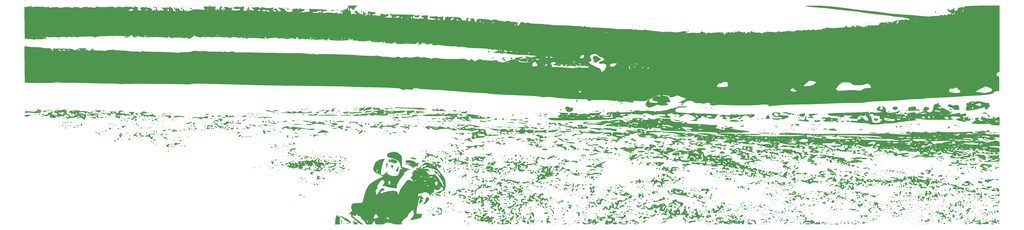
<source format=gbr>
%TF.GenerationSoftware,KiCad,Pcbnew,(6.0.7)*%
%TF.CreationDate,2022-10-09T17:11:00+02:00*%
%TF.ProjectId,skoosk switchplate,736b6f6f-736b-4207-9377-69746368706c,rev?*%
%TF.SameCoordinates,Original*%
%TF.FileFunction,Legend,Top*%
%TF.FilePolarity,Positive*%
%FSLAX46Y46*%
G04 Gerber Fmt 4.6, Leading zero omitted, Abs format (unit mm)*
G04 Created by KiCad (PCBNEW (6.0.7)) date 2022-10-09 17:11:00*
%MOMM*%
%LPD*%
G01*
G04 APERTURE LIST*
G04 APERTURE END LIST*
%TO.C,G\u002A\u002A\u002A*%
G36*
X108504488Y-80821632D02*
G01*
X108469289Y-80810100D01*
X107898703Y-80477334D01*
X107763733Y-80219418D01*
X108021312Y-80003850D01*
X108292900Y-80055730D01*
X108747156Y-80063063D01*
X108822066Y-79917084D01*
X108546215Y-79594582D01*
X108410492Y-79575378D01*
X108159174Y-79446728D01*
X108207518Y-79366779D01*
X108671864Y-79290082D01*
X109112023Y-79379051D01*
X109626993Y-79776027D01*
X109616160Y-80333241D01*
X109548719Y-80838703D01*
X109859920Y-80823765D01*
X110158371Y-80673747D01*
X111070808Y-80352157D01*
X111621096Y-80280934D01*
X112206824Y-80137423D01*
X112349844Y-79928156D01*
X112064109Y-79615179D01*
X111820678Y-79575378D01*
X111371953Y-79399287D01*
X111307478Y-78761826D01*
X111321642Y-78644681D01*
X111095477Y-78285052D01*
X110880669Y-78120916D01*
X110638773Y-77879572D01*
X111014515Y-77816891D01*
X111646043Y-78094719D01*
X112002354Y-78526926D01*
X112443109Y-78970481D01*
X112855545Y-78955915D01*
X112982441Y-78534800D01*
X112928079Y-78341316D01*
X113078475Y-77925973D01*
X113591910Y-77723743D01*
X114359445Y-77782864D01*
X114625225Y-78069030D01*
X114809806Y-78870973D01*
X114570676Y-79159213D01*
X114323268Y-79107746D01*
X113818211Y-79178712D01*
X113257548Y-79555878D01*
X112881930Y-80028575D01*
X112896249Y-80356969D01*
X112741109Y-80587397D01*
X112104422Y-80894724D01*
X111988614Y-80936574D01*
X111306932Y-81288596D01*
X111092234Y-81643384D01*
X111109481Y-81682918D01*
X110999821Y-81933885D01*
X110417120Y-82049258D01*
X109578527Y-82039894D01*
X108701191Y-81916649D01*
X108002261Y-81690377D01*
X107763733Y-81515656D01*
X107527600Y-81077306D01*
X107720537Y-80986489D01*
X108097133Y-81230486D01*
X108116511Y-81339267D01*
X108402246Y-81652244D01*
X108645678Y-81692045D01*
X109123003Y-81525869D01*
X109121272Y-81515656D01*
X110233178Y-81515656D01*
X110409566Y-81692045D01*
X110585955Y-81515656D01*
X110409566Y-81339267D01*
X110233178Y-81515656D01*
X109121272Y-81515656D01*
X109062048Y-81166268D01*
X108504488Y-80821632D01*
G37*
G36*
X-243720526Y-34890193D02*
G01*
X-243768952Y-35099919D01*
X-243955711Y-35125378D01*
X-244246087Y-34996302D01*
X-244190897Y-34890193D01*
X-243772232Y-34847972D01*
X-243720526Y-34890193D01*
G37*
G36*
X184230251Y-28444534D02*
G01*
X184217724Y-28799136D01*
X183901087Y-29374292D01*
X183535883Y-29480934D01*
X183003523Y-29435282D01*
X182905400Y-29382947D01*
X183139238Y-29109014D01*
X183587241Y-28701149D01*
X184084055Y-28320837D01*
X184230251Y-28444534D01*
G37*
G36*
X41340504Y9141900D02*
G01*
X41754354Y8707568D01*
X42510964Y8048187D01*
X43117205Y7750919D01*
X43715407Y7499814D01*
X43810409Y7176191D01*
X43369225Y6670912D01*
X42606569Y6061427D01*
X41668022Y5408404D01*
X40987209Y5161811D01*
X40296170Y5257491D01*
X39877427Y5408006D01*
X39446798Y5688845D01*
X39632012Y5945045D01*
X39864893Y6290014D01*
X39623589Y6889216D01*
X39520402Y7051821D01*
X39065877Y7870108D01*
X39126631Y8374613D01*
X39771028Y8796161D01*
X40078659Y8936658D01*
X40866716Y9226870D01*
X41340504Y9141900D01*
G37*
G36*
X36032252Y-81456860D02*
G01*
X36074472Y-81875524D01*
X36032252Y-81927230D01*
X35822526Y-81878804D01*
X35797066Y-81692045D01*
X35926142Y-81401669D01*
X36032252Y-81456860D01*
G37*
G36*
X-108841822Y-31773989D02*
G01*
X-109018211Y-31950378D01*
X-109194600Y-31773989D01*
X-109018211Y-31597601D01*
X-108841822Y-31773989D01*
G37*
G36*
X174085955Y-64229545D02*
G01*
X173909566Y-64405934D01*
X173733177Y-64229545D01*
X173909566Y-64053156D01*
X174085955Y-64229545D01*
G37*
G36*
X-199844110Y-25759431D02*
G01*
X-198716898Y-25855819D01*
X-197810146Y-26004038D01*
X-197301812Y-26190365D01*
X-197283497Y-26341497D01*
X-197812085Y-26476184D01*
X-198637994Y-26363765D01*
X-199705962Y-26234932D01*
X-200564045Y-26332012D01*
X-201439911Y-26511014D01*
X-202419770Y-26609138D01*
X-203259241Y-26615486D01*
X-203713944Y-26519162D01*
X-203739045Y-26473591D01*
X-203448689Y-26231097D01*
X-202768906Y-25918484D01*
X-202048073Y-25777040D01*
X-201013821Y-25728596D01*
X-199844110Y-25759431D01*
G37*
G36*
X257165122Y-86503360D02*
G01*
X257628651Y-86733611D01*
X257694289Y-86807323D01*
X257419600Y-87001117D01*
X257165122Y-87111285D01*
X256709596Y-87058821D01*
X256635955Y-86807323D01*
X256873146Y-86461878D01*
X257165122Y-86503360D01*
G37*
G36*
X260650924Y-72360165D02*
G01*
X260996862Y-72696212D01*
X261117403Y-73176452D01*
X260853450Y-73067997D01*
X260675261Y-72906843D01*
X260068359Y-72560762D01*
X259634566Y-72418599D01*
X259262983Y-72292835D01*
X259548712Y-72225766D01*
X259861406Y-72207968D01*
X260650924Y-72360165D01*
G37*
G36*
X123168363Y-63817971D02*
G01*
X123119937Y-64027697D01*
X122933177Y-64053156D01*
X122642801Y-63924080D01*
X122697992Y-63817971D01*
X123116657Y-63775750D01*
X123168363Y-63817971D01*
G37*
G36*
X401696Y-50059638D02*
G01*
X353270Y-50269364D01*
X166511Y-50294823D01*
X-123865Y-50165747D01*
X-68674Y-50059638D01*
X349990Y-50017417D01*
X401696Y-50059638D01*
G37*
G36*
X-45084589Y-72659464D02*
G01*
X-45189801Y-72819806D01*
X-45547610Y-72844750D01*
X-45924035Y-72758594D01*
X-45760746Y-72631613D01*
X-45209397Y-72589557D01*
X-45084589Y-72659464D01*
G37*
G36*
X-36992748Y-60290193D02*
G01*
X-37041174Y-60499919D01*
X-37227934Y-60525378D01*
X-37518310Y-60396302D01*
X-37463119Y-60290193D01*
X-37044454Y-60247972D01*
X-36992748Y-60290193D01*
G37*
G36*
X-34326200Y-68034234D02*
G01*
X-34402262Y-68141138D01*
X-34582100Y-68191833D01*
X-35288015Y-68519511D01*
X-35546837Y-68768272D01*
X-35769504Y-68913864D01*
X-35816823Y-68639267D01*
X-35923830Y-68339760D01*
X-36086808Y-68502921D01*
X-36591422Y-68722243D01*
X-37032653Y-68650384D01*
X-37466463Y-68452934D01*
X-37284299Y-68298361D01*
X-36856264Y-68174186D01*
X-35835761Y-68012157D01*
X-34934878Y-67979451D01*
X-34326200Y-68034234D01*
G37*
G36*
X273098918Y-61701304D02*
G01*
X273050493Y-61911030D01*
X272863733Y-61936489D01*
X272573357Y-61807414D01*
X272628548Y-61701304D01*
X273047213Y-61659084D01*
X273098918Y-61701304D01*
G37*
G36*
X188898577Y-74203875D02*
G01*
X188902622Y-74283712D01*
X188631423Y-74622933D01*
X188529024Y-74636489D01*
X188318333Y-74420364D01*
X188373455Y-74283712D01*
X188690464Y-73947167D01*
X188747053Y-73930934D01*
X188898577Y-74203875D01*
G37*
G36*
X63877376Y-41972088D02*
G01*
X64019289Y-42180934D01*
X63735062Y-42497347D01*
X63510942Y-42533712D01*
X62910321Y-42318711D01*
X62784566Y-42180934D01*
X62892582Y-41903266D01*
X63292913Y-41828156D01*
X63877376Y-41972088D01*
G37*
G36*
X-240925378Y-32438534D02*
G01*
X-240808904Y-32540172D01*
X-240110052Y-32793764D01*
X-239767585Y-32744936D01*
X-239440956Y-32685493D01*
X-239590850Y-32976927D01*
X-239865249Y-33301671D01*
X-240430098Y-33880575D01*
X-240723837Y-34060807D01*
X-240648364Y-33788961D01*
X-240594772Y-33698814D01*
X-240597860Y-33154388D01*
X-240821521Y-32728675D01*
X-241097542Y-32333403D01*
X-240925378Y-32438534D01*
G37*
G36*
X60021140Y-82162415D02*
G01*
X59972715Y-82372141D01*
X59785955Y-82397600D01*
X59495579Y-82268525D01*
X59550770Y-82162415D01*
X59969435Y-82120195D01*
X60021140Y-82162415D01*
G37*
G36*
X17452622Y-77635100D02*
G01*
X17276233Y-77811489D01*
X17099844Y-77635100D01*
X17276233Y-77458712D01*
X17452622Y-77635100D01*
G37*
G36*
X24508178Y-37418434D02*
G01*
X24331789Y-37594823D01*
X24155400Y-37418434D01*
X24331789Y-37242045D01*
X24508178Y-37418434D01*
G37*
G36*
X108704474Y-67345749D02*
G01*
X108746694Y-67764413D01*
X108704474Y-67816119D01*
X108494748Y-67767693D01*
X108469289Y-67580934D01*
X108598364Y-67290558D01*
X108704474Y-67345749D01*
G37*
G36*
X20194539Y-53242699D02*
G01*
X20003222Y-53665055D01*
X19665002Y-54041650D01*
X19396522Y-53828461D01*
X19401986Y-53293383D01*
X19602070Y-53096785D01*
X20127209Y-52911765D01*
X20194539Y-53242699D01*
G37*
G36*
X155035955Y-87369516D02*
G01*
X154740195Y-87629404D01*
X154330400Y-87689267D01*
X153756141Y-87632361D01*
X153624844Y-87554023D01*
X153915720Y-87368712D01*
X154330400Y-87234272D01*
X154892932Y-87214488D01*
X155035955Y-87369516D01*
G37*
G36*
X-264527502Y-31472699D02*
G01*
X-264593211Y-31597601D01*
X-264925604Y-31934504D01*
X-264987629Y-31950378D01*
X-265011698Y-31722502D01*
X-264945989Y-31597601D01*
X-264613597Y-31260697D01*
X-264551572Y-31244823D01*
X-264527502Y-31472699D01*
G37*
G36*
X-46047378Y-51176767D02*
G01*
X-46223767Y-51353156D01*
X-46400156Y-51176767D01*
X-46223767Y-51000378D01*
X-46047378Y-51176767D01*
G37*
G36*
X-120654717Y-60279814D02*
G01*
X-120412224Y-60466330D01*
X-119538516Y-60760128D01*
X-119045129Y-60693119D01*
X-118509007Y-60612265D01*
X-118519853Y-60840362D01*
X-119052543Y-61196514D01*
X-119290407Y-61230934D01*
X-119644158Y-61400331D01*
X-119611067Y-61568304D01*
X-119152141Y-61760491D01*
X-118884691Y-61706950D01*
X-118437567Y-61709022D01*
X-118366822Y-61857601D01*
X-118673602Y-62201311D01*
X-119411880Y-62484935D01*
X-120308565Y-62611479D01*
X-120483489Y-62609377D01*
X-120786219Y-62535169D01*
X-120556959Y-62403499D01*
X-120285161Y-62125003D01*
X-120511961Y-61725794D01*
X-120740368Y-61322176D01*
X-120483489Y-61230934D01*
X-120243097Y-61100430D01*
X-120518886Y-60625847D01*
X-120528488Y-60613573D01*
X-120833178Y-60196050D01*
X-120654717Y-60279814D01*
G37*
G36*
X-31797468Y-73834547D02*
G01*
X-31583507Y-74301471D01*
X-31583489Y-74304765D01*
X-31853793Y-74639389D01*
X-32388520Y-74819289D01*
X-32769886Y-74709277D01*
X-32694641Y-74312566D01*
X-32296816Y-73916103D01*
X-31875447Y-73788881D01*
X-31797468Y-73834547D01*
G37*
G36*
X52623734Y-80947896D02*
G01*
X52978387Y-81239356D01*
X52885114Y-81328540D01*
X52373661Y-81557496D01*
X51770275Y-82029043D01*
X51212632Y-82462886D01*
X50921757Y-82387234D01*
X50834396Y-82209378D01*
X50534890Y-81888816D01*
X49905081Y-81983052D01*
X49695449Y-82058639D01*
X48956621Y-82259900D01*
X48565733Y-82231082D01*
X48654277Y-82060528D01*
X48811868Y-82044823D01*
X49086265Y-81850717D01*
X49041298Y-81716421D01*
X49085539Y-81263338D01*
X49196867Y-81166435D01*
X49526902Y-81170333D01*
X49555400Y-81285420D01*
X49829401Y-81465420D01*
X50469861Y-81396975D01*
X51204460Y-81131260D01*
X51565401Y-80907671D01*
X52242469Y-80791056D01*
X52623734Y-80947896D01*
G37*
G36*
X47673918Y-73342971D02*
G01*
X47625493Y-73552697D01*
X47438733Y-73578156D01*
X47148357Y-73449080D01*
X47203548Y-73342971D01*
X47622213Y-73300750D01*
X47673918Y-73342971D01*
G37*
G36*
X-264769600Y-21896212D02*
G01*
X-264945989Y-22072600D01*
X-265122378Y-21896212D01*
X-264945989Y-21719823D01*
X-264769600Y-21896212D01*
G37*
G36*
X33680400Y-62112878D02*
G01*
X33504011Y-62289267D01*
X33327622Y-62112878D01*
X33504011Y-61936489D01*
X33680400Y-62112878D01*
G37*
G36*
X127754474Y-83926304D02*
G01*
X127706048Y-84136030D01*
X127519289Y-84161489D01*
X127228913Y-84032414D01*
X127284103Y-83926304D01*
X127702768Y-83884084D01*
X127754474Y-83926304D01*
G37*
G36*
X-5215468Y-79706583D02*
G01*
X-5125156Y-79917084D01*
X-5383745Y-80111188D01*
X-5654322Y-80055730D01*
X-6107390Y-80071251D01*
X-6183489Y-80243191D01*
X-6422827Y-80615703D01*
X-6525195Y-80633712D01*
X-6719299Y-80375123D01*
X-6663841Y-80104545D01*
X-6272219Y-79722915D01*
X-5683249Y-79577325D01*
X-5215468Y-79706583D01*
G37*
G36*
X-122247378Y-54704545D02*
G01*
X-121910834Y-55021554D01*
X-121894600Y-55078143D01*
X-122167541Y-55229667D01*
X-122247378Y-55233712D01*
X-122586599Y-54962513D01*
X-122600156Y-54860114D01*
X-122384031Y-54649422D01*
X-122247378Y-54704545D01*
G37*
G36*
X61549844Y-86289228D02*
G01*
X61263941Y-86592439D01*
X61020678Y-86630934D01*
X60549998Y-86555457D01*
X60491511Y-86492288D01*
X60767368Y-86264815D01*
X61020678Y-86150582D01*
X61474934Y-86143250D01*
X61549844Y-86289228D01*
G37*
G36*
X-203860311Y-27933170D02*
G01*
X-203915434Y-28069823D01*
X-204232442Y-28406367D01*
X-204289031Y-28422600D01*
X-204440556Y-28149659D01*
X-204444600Y-28069823D01*
X-204173402Y-27730602D01*
X-204071003Y-27717045D01*
X-203860311Y-27933170D01*
G37*
G36*
X75900449Y-80084533D02*
G01*
X75660955Y-80280934D01*
X75323285Y-80555533D01*
X75622850Y-80627035D01*
X75705053Y-80628310D01*
X76174310Y-80932856D01*
X76278316Y-81515656D01*
X76172562Y-82178858D01*
X75969636Y-82397600D01*
X75672543Y-82125236D01*
X75660955Y-82024003D01*
X75448501Y-81805607D01*
X75333576Y-81852737D01*
X74991930Y-81731190D01*
X74766658Y-81300347D01*
X74809920Y-80503913D01*
X75393478Y-80009855D01*
X75837344Y-79938960D01*
X75900449Y-80084533D01*
G37*
G36*
X-240876255Y-26445575D02*
G01*
X-240981467Y-26605917D01*
X-241339276Y-26630861D01*
X-241715702Y-26544705D01*
X-241552413Y-26417724D01*
X-241001064Y-26375668D01*
X-240876255Y-26445575D01*
G37*
G36*
X-28112575Y-81491780D02*
G01*
X-27894741Y-81851817D01*
X-28309503Y-82273124D01*
X-28586616Y-82398261D01*
X-29515748Y-82697935D01*
X-29934474Y-82645639D01*
X-29960835Y-82210126D01*
X-29921817Y-82044823D01*
X-29448901Y-81450876D01*
X-28917331Y-81339267D01*
X-28112575Y-81491780D01*
G37*
G36*
X-220672378Y-36360101D02*
G01*
X-220848767Y-36536489D01*
X-221025156Y-36360101D01*
X-220848767Y-36183712D01*
X-220672378Y-36360101D01*
G37*
G36*
X-165756637Y-25012415D02*
G01*
X-165805063Y-25222141D01*
X-165991823Y-25247600D01*
X-166282199Y-25118525D01*
X-166227008Y-25012415D01*
X-165808343Y-24970195D01*
X-165756637Y-25012415D01*
G37*
G36*
X-120483489Y-49060101D02*
G01*
X-120659878Y-49236489D01*
X-120836267Y-49060101D01*
X-120659878Y-48883712D01*
X-120483489Y-49060101D01*
G37*
G36*
X-173670526Y-26549714D02*
G01*
X-173324078Y-26756273D01*
X-173543587Y-26862823D01*
X-174309746Y-26907440D01*
X-175119053Y-26899748D01*
X-175302894Y-26788794D01*
X-175025372Y-26588118D01*
X-174079961Y-26429179D01*
X-173670526Y-26549714D01*
G37*
G36*
X245699844Y-70226767D02*
G01*
X245523455Y-70403156D01*
X245347066Y-70226767D01*
X245523455Y-70050378D01*
X245699844Y-70226767D01*
G37*
G36*
X182552622Y-76576767D02*
G01*
X182376233Y-76753156D01*
X182199844Y-76576767D01*
X182376233Y-76400378D01*
X182552622Y-76576767D01*
G37*
G36*
X76811072Y-65918933D02*
G01*
X76884458Y-66014202D01*
X77288720Y-66412050D01*
X77413625Y-66214821D01*
X77523627Y-65913571D01*
X77934899Y-66154027D01*
X77954011Y-66169823D01*
X78396870Y-66668054D01*
X78483178Y-66896649D01*
X78206859Y-67110306D01*
X77588578Y-67099140D01*
X76944351Y-66893035D01*
X76714404Y-66729382D01*
X76392381Y-66079852D01*
X76366511Y-65855452D01*
X76464583Y-65591209D01*
X76811072Y-65918933D01*
G37*
G36*
X162385801Y-70478633D02*
G01*
X162444289Y-70541802D01*
X162168432Y-70769275D01*
X161915122Y-70883508D01*
X161460865Y-70890840D01*
X161385955Y-70744862D01*
X161671859Y-70441651D01*
X161915122Y-70403156D01*
X162385801Y-70478633D01*
G37*
G36*
X-118014045Y-33185101D02*
G01*
X-118190434Y-33361489D01*
X-118366822Y-33185101D01*
X-118190434Y-33008712D01*
X-118014045Y-33185101D01*
G37*
G36*
X219947066Y-77635100D02*
G01*
X219770677Y-77811489D01*
X219594289Y-77635100D01*
X219770677Y-77458712D01*
X219947066Y-77635100D01*
G37*
G36*
X-121427550Y-56415686D02*
G01*
X-121192938Y-56334907D01*
X-120785816Y-56316840D01*
X-120015018Y-56111907D01*
X-119643329Y-55744556D01*
X-119618674Y-55380392D01*
X-119781974Y-55412598D01*
X-120104136Y-55380769D01*
X-120130711Y-55254531D01*
X-120425982Y-54951065D01*
X-120836267Y-54880934D01*
X-121390201Y-54771164D01*
X-121500046Y-54616351D01*
X-121519005Y-54351767D01*
X-120836267Y-54351767D01*
X-120659878Y-54528156D01*
X-120483489Y-54351767D01*
X-120659878Y-54175378D01*
X-120836267Y-54351767D01*
X-121519005Y-54351767D01*
X-121544284Y-53998989D01*
X-118014045Y-53998989D01*
X-117837656Y-54175378D01*
X-117661267Y-53998989D01*
X-117837656Y-53822601D01*
X-118014045Y-53998989D01*
X-121544284Y-53998989D01*
X-121559689Y-53784003D01*
X-121665909Y-53717724D01*
X-120968779Y-53717724D01*
X-120483489Y-53766899D01*
X-119982675Y-53711459D01*
X-120042517Y-53588963D01*
X-120764775Y-53542368D01*
X-120924461Y-53588963D01*
X-120968779Y-53717724D01*
X-121665909Y-53717724D01*
X-122061258Y-53471036D01*
X-122108732Y-53469823D01*
X-122510229Y-53250815D01*
X-122479476Y-52958622D01*
X-122480345Y-52940656D01*
X-121541822Y-52940656D01*
X-121365434Y-53117045D01*
X-121189045Y-52940656D01*
X-121365434Y-52764267D01*
X-121541822Y-52940656D01*
X-122480345Y-52940656D01*
X-122496882Y-52598724D01*
X-122772236Y-52635040D01*
X-123097109Y-53019208D01*
X-122930310Y-53535023D01*
X-122365692Y-53920466D01*
X-122305536Y-53937984D01*
X-122114303Y-54062006D01*
X-122593603Y-54133991D01*
X-122603491Y-54134456D01*
X-123527235Y-54504848D01*
X-124240706Y-55421582D01*
X-124555402Y-56369769D01*
X-124534133Y-56877875D01*
X-124064974Y-56907452D01*
X-123947463Y-56878698D01*
X-123465137Y-56821755D01*
X-123572160Y-57052382D01*
X-124068553Y-57236677D01*
X-124698344Y-57171323D01*
X-125174702Y-56931214D01*
X-125230292Y-56619424D01*
X-125143676Y-56335392D01*
X-125485594Y-56394019D01*
X-126326201Y-56814393D01*
X-126691535Y-57016941D01*
X-127485379Y-57431527D01*
X-127804661Y-57483055D01*
X-127769534Y-57188104D01*
X-127760599Y-57164477D01*
X-127569401Y-56592999D01*
X-127539045Y-56439581D01*
X-127236851Y-56327573D01*
X-126677920Y-56292045D01*
X-125929385Y-56159751D01*
X-125595210Y-55933513D01*
X-125195710Y-55715169D01*
X-125082190Y-55755098D01*
X-124753209Y-55666517D01*
X-124536271Y-55223795D01*
X-124590819Y-54776750D01*
X-124620476Y-54742095D01*
X-125024019Y-54752942D01*
X-125301725Y-54927190D01*
X-125661661Y-55088259D01*
X-125773501Y-54654907D01*
X-125775156Y-54528156D01*
X-125840889Y-53984853D01*
X-126147602Y-54054261D01*
X-126353367Y-54216082D01*
X-127157048Y-54558893D01*
X-127753305Y-54588273D01*
X-128684085Y-54669612D01*
X-129203566Y-54883788D01*
X-129628367Y-55175499D01*
X-129455987Y-55167920D01*
X-129214739Y-55095031D01*
X-128704907Y-55113289D01*
X-128653531Y-55534561D01*
X-129066090Y-56220919D01*
X-129165488Y-56335077D01*
X-129633969Y-56745507D01*
X-130094979Y-56697580D01*
X-130585619Y-56404567D01*
X-131207838Y-55776109D01*
X-131235386Y-55099034D01*
X-131108973Y-54578767D01*
X-131229884Y-54687403D01*
X-131454783Y-55057323D01*
X-131795957Y-55626233D01*
X-131912600Y-55818073D01*
X-132248968Y-55896780D01*
X-133067586Y-56036677D01*
X-133674692Y-56130244D01*
X-134712734Y-56244676D01*
X-135158172Y-56175074D01*
X-135144439Y-55972716D01*
X-135146725Y-55762878D01*
X-134594600Y-55762878D01*
X-134418211Y-55939267D01*
X-134241822Y-55762878D01*
X-134418211Y-55586489D01*
X-134594600Y-55762878D01*
X-135146725Y-55762878D01*
X-135147284Y-55711607D01*
X-135722864Y-55768180D01*
X-135799764Y-55786982D01*
X-136496418Y-55844146D01*
X-136711267Y-55648506D01*
X-137004382Y-55265061D01*
X-137463434Y-55042529D01*
X-137785300Y-54880934D01*
X-133889045Y-54880934D01*
X-133635846Y-55223614D01*
X-133557087Y-55233712D01*
X-133079307Y-54977278D01*
X-133007100Y-54880934D01*
X-133087075Y-54578921D01*
X-133339058Y-54528156D01*
X-133821734Y-54712341D01*
X-133889045Y-54880934D01*
X-137785300Y-54880934D01*
X-137946157Y-54800175D01*
X-137777806Y-54533703D01*
X-137747026Y-54514204D01*
X-137073493Y-54421931D01*
X-136661999Y-54554523D01*
X-136214335Y-54695037D01*
X-136159773Y-54309463D01*
X-136190955Y-54129397D01*
X-136220222Y-54038725D01*
X-135178889Y-54038725D01*
X-135123767Y-54175378D01*
X-134806758Y-54511923D01*
X-134750169Y-54528156D01*
X-134598645Y-54255215D01*
X-134594600Y-54175378D01*
X-134865799Y-53836157D01*
X-134968198Y-53822601D01*
X-131772378Y-53822601D01*
X-131486643Y-54135578D01*
X-131243211Y-54175378D01*
X-130773746Y-53984888D01*
X-130714045Y-53822601D01*
X-130928759Y-53587415D01*
X-129890897Y-53587415D01*
X-129842471Y-53797141D01*
X-129655711Y-53822601D01*
X-129607679Y-53801250D01*
X-127702238Y-53801250D01*
X-127586529Y-54042316D01*
X-127193892Y-54078955D01*
X-126615355Y-53919572D01*
X-126480711Y-53747528D01*
X-126740760Y-53499351D01*
X-127271690Y-53521373D01*
X-127699673Y-53797152D01*
X-127702238Y-53801250D01*
X-129607679Y-53801250D01*
X-129365335Y-53693525D01*
X-129420526Y-53587415D01*
X-129839191Y-53545195D01*
X-129890897Y-53587415D01*
X-130928759Y-53587415D01*
X-130999780Y-53509623D01*
X-131243211Y-53469823D01*
X-131712677Y-53660313D01*
X-131772378Y-53822601D01*
X-134968198Y-53822601D01*
X-135178889Y-54038725D01*
X-136220222Y-54038725D01*
X-136455214Y-53310695D01*
X-136786873Y-53134753D01*
X-136995032Y-53344297D01*
X-137529527Y-53777868D01*
X-138262767Y-54007190D01*
X-138866830Y-53951504D01*
X-138995454Y-53836951D01*
X-138889414Y-53555527D01*
X-138374263Y-53469823D01*
X-137495272Y-53215536D01*
X-136883143Y-52759280D01*
X-136159588Y-52268338D01*
X-135630917Y-52242088D01*
X-134917661Y-52169899D01*
X-134455384Y-51869099D01*
X-134026238Y-51496473D01*
X-133895810Y-51646990D01*
X-133889045Y-51857124D01*
X-134145850Y-52322947D01*
X-134957066Y-52495494D01*
X-135807531Y-52459778D01*
X-136283583Y-52454629D01*
X-136210192Y-52615067D01*
X-135545424Y-52999641D01*
X-135345778Y-53104456D01*
X-134781951Y-53327808D01*
X-134749237Y-53152241D01*
X-134694205Y-52820110D01*
X-134439031Y-52764267D01*
X-133957437Y-53008169D01*
X-133889045Y-53234638D01*
X-133605842Y-53652171D01*
X-133365479Y-53705008D01*
X-133036270Y-53586231D01*
X-133232286Y-53234638D01*
X-133411297Y-52852945D01*
X-133050296Y-52764267D01*
X-132553747Y-52942129D01*
X-132477934Y-53117045D01*
X-132206735Y-53456266D01*
X-132104336Y-53469823D01*
X-131892437Y-53254255D01*
X-131946270Y-53121086D01*
X-131889487Y-52920618D01*
X-131614312Y-52982440D01*
X-131149432Y-52989867D01*
X-131066822Y-52831409D01*
X-131195758Y-52628846D01*
X-129888615Y-52628846D01*
X-129832100Y-52764267D01*
X-129364771Y-53103874D01*
X-129261294Y-53117045D01*
X-129070030Y-52899688D01*
X-129126545Y-52764267D01*
X-128068211Y-52764267D01*
X-128052085Y-53089865D01*
X-127933462Y-53117045D01*
X-127434748Y-52859604D01*
X-127362656Y-52764267D01*
X-127378782Y-52438669D01*
X-127497405Y-52411489D01*
X-127996119Y-52668930D01*
X-128068211Y-52764267D01*
X-129126545Y-52764267D01*
X-129593874Y-52424660D01*
X-129697351Y-52411489D01*
X-129888615Y-52628846D01*
X-131195758Y-52628846D01*
X-131345128Y-52394181D01*
X-131507795Y-52309127D01*
X-131536598Y-52235101D01*
X-121894600Y-52235101D01*
X-121718211Y-52411489D01*
X-121541822Y-52235101D01*
X-121718211Y-52058712D01*
X-121894600Y-52235101D01*
X-131536598Y-52235101D01*
X-131552139Y-52195158D01*
X-131066822Y-52156449D01*
X-129580807Y-52120665D01*
X-128249425Y-52000305D01*
X-127257082Y-51819187D01*
X-126790159Y-51604128D01*
X-126338271Y-51495333D01*
X-125806695Y-51689055D01*
X-124844201Y-51905496D01*
X-123854083Y-51706871D01*
X-123222919Y-51217414D01*
X-122997168Y-51038854D01*
X-122958336Y-51264962D01*
X-122703464Y-51654199D01*
X-122099588Y-51669699D01*
X-121366097Y-51355738D01*
X-120773240Y-50823989D01*
X-120016916Y-50183935D01*
X-119311357Y-49990087D01*
X-118776194Y-50035825D01*
X-118919001Y-50107566D01*
X-119340854Y-50191522D01*
X-120047052Y-50596839D01*
X-120667411Y-51369096D01*
X-120692909Y-51417031D01*
X-120966300Y-52060320D01*
X-120937754Y-52288352D01*
X-120887087Y-52266509D01*
X-120452809Y-52342903D01*
X-120178853Y-52665714D01*
X-119810135Y-53075993D01*
X-119611205Y-53067909D01*
X-119647761Y-52683024D01*
X-119928458Y-52311362D01*
X-120281838Y-51872029D01*
X-120092233Y-51636716D01*
X-119922897Y-51566301D01*
X-119565072Y-51216436D01*
X-119600005Y-51002870D01*
X-119629938Y-50689272D01*
X-119210016Y-50740186D01*
X-118719600Y-51000378D01*
X-118385854Y-51274635D01*
X-118695564Y-51346526D01*
X-118776580Y-51347754D01*
X-119217778Y-51572994D01*
X-119246327Y-52054760D01*
X-118916383Y-52520522D01*
X-118509882Y-52689808D01*
X-117206863Y-52930220D01*
X-116533432Y-53172354D01*
X-116414138Y-53444920D01*
X-116432937Y-53480165D01*
X-116383071Y-53797229D01*
X-116250156Y-53822601D01*
X-116011070Y-54029689D01*
X-116057266Y-54148679D01*
X-115950546Y-54489735D01*
X-115637114Y-54636923D01*
X-115301561Y-54765123D01*
X-115636462Y-54830834D01*
X-115788364Y-54840011D01*
X-116484080Y-54749474D01*
X-116750083Y-54575467D01*
X-117197114Y-54407163D01*
X-117861674Y-54446405D01*
X-118449604Y-54633716D01*
X-118381792Y-54874379D01*
X-118311066Y-54922859D01*
X-118071323Y-55179410D01*
X-118180734Y-55228310D01*
X-118185311Y-55397933D01*
X-117717009Y-55798810D01*
X-117710021Y-55803714D01*
X-116896228Y-56373716D01*
X-117719720Y-56802694D01*
X-118308412Y-57244734D01*
X-118470077Y-57598622D01*
X-118718246Y-57825172D01*
X-119427726Y-57918888D01*
X-120368848Y-57889609D01*
X-121311944Y-57747175D01*
X-122027346Y-57501425D01*
X-122120861Y-57442218D01*
X-122509736Y-57004590D01*
X-122494734Y-56774586D01*
X-122075874Y-56774157D01*
X-121742190Y-56977700D01*
X-121109752Y-57218813D01*
X-120786942Y-57143505D01*
X-120620720Y-56860552D01*
X-120844644Y-56724808D01*
X-119952647Y-56724808D01*
X-119787719Y-56991018D01*
X-119755359Y-57011552D01*
X-119090160Y-57097863D01*
X-118627637Y-56948383D01*
X-118187733Y-56571707D01*
X-118370282Y-56111700D01*
X-118387241Y-56091054D01*
X-118820965Y-55667339D01*
X-119026626Y-55624319D01*
X-118911686Y-55913868D01*
X-119033527Y-56255254D01*
X-119466645Y-56481602D01*
X-119952647Y-56724808D01*
X-120844644Y-56724808D01*
X-121036072Y-56608763D01*
X-121427550Y-56415686D01*
G37*
G36*
X86356346Y-81702024D02*
G01*
X86282032Y-81692045D01*
X85892935Y-81412404D01*
X85773372Y-81187465D01*
X85824005Y-80818445D01*
X86445011Y-80742934D01*
X86501426Y-80746493D01*
X87193360Y-80646745D01*
X87746321Y-80128644D01*
X87760754Y-80104545D01*
X88360955Y-80104545D01*
X88537344Y-80280934D01*
X88713733Y-80104545D01*
X88537344Y-79928156D01*
X88360955Y-80104545D01*
X87760754Y-80104545D01*
X88130507Y-79487184D01*
X88760024Y-78591671D01*
X89381135Y-78175558D01*
X89481377Y-78164267D01*
X90019739Y-77986985D01*
X90124844Y-77773746D01*
X89856930Y-77540896D01*
X89507483Y-77587440D01*
X89089625Y-77703217D01*
X89274495Y-77524859D01*
X89476023Y-77382249D01*
X89729507Y-77109411D01*
X89568982Y-76823697D01*
X88900243Y-76424814D01*
X88299004Y-76129139D01*
X87293137Y-75704221D01*
X86554331Y-75496245D01*
X86304930Y-75516589D01*
X86370387Y-75843758D01*
X86688200Y-76091589D01*
X87200048Y-76596506D01*
X87302622Y-76922538D01*
X87602489Y-77360924D01*
X88096372Y-77562522D01*
X88569117Y-77674687D01*
X88389909Y-77734612D01*
X87932395Y-77763447D01*
X87001473Y-77555893D01*
X86626050Y-77160091D01*
X86038132Y-76631868D01*
X85217810Y-76458293D01*
X84447100Y-76638726D01*
X84009694Y-77166011D01*
X83716419Y-77640895D01*
X83445811Y-77649776D01*
X83090076Y-77201206D01*
X83407802Y-76689849D01*
X84215816Y-76188184D01*
X85134455Y-75701682D01*
X85514819Y-75399886D01*
X85452857Y-75158356D01*
X85175739Y-74943228D01*
X84838716Y-74678048D01*
X85101087Y-74713160D01*
X85185955Y-74737618D01*
X85862008Y-74698843D01*
X86688910Y-74400751D01*
X87344012Y-74139065D01*
X87618229Y-74168516D01*
X87617272Y-74184571D01*
X87645692Y-74807060D01*
X88067063Y-75237798D01*
X89012816Y-75582582D01*
X89507483Y-75706158D01*
X90799855Y-76026611D01*
X91504312Y-76277852D01*
X91723529Y-76535216D01*
X91560181Y-76874039D01*
X91381778Y-77081391D01*
X91035119Y-77632930D01*
X91047646Y-77911143D01*
X90912931Y-78136663D01*
X90284011Y-78376460D01*
X90266519Y-78380891D01*
X89151968Y-78783209D01*
X88729152Y-79265880D01*
X88987200Y-79844833D01*
X89156929Y-80006576D01*
X89660486Y-80706176D01*
X89656786Y-81650460D01*
X89650055Y-81684742D01*
X89629019Y-82447938D01*
X89855677Y-82767177D01*
X90194452Y-82538044D01*
X90349271Y-82223238D01*
X90629613Y-81908170D01*
X92715555Y-81908170D01*
X92770678Y-82044823D01*
X93087686Y-82381367D01*
X93144275Y-82397600D01*
X93295800Y-82124659D01*
X93299844Y-82044823D01*
X93028645Y-81705602D01*
X92926247Y-81692045D01*
X92715555Y-81908170D01*
X90629613Y-81908170D01*
X90672995Y-81859414D01*
X90849665Y-81880341D01*
X91217570Y-81772225D01*
X91591029Y-81202634D01*
X91845122Y-80403478D01*
X91888733Y-79951348D01*
X92024322Y-79331992D01*
X92484999Y-79311918D01*
X92870820Y-79520790D01*
X93148377Y-80062934D01*
X93074158Y-80458578D01*
X92993262Y-80922652D01*
X93377865Y-80896330D01*
X93419350Y-80880744D01*
X93831287Y-80830548D01*
X93857338Y-81255381D01*
X93803477Y-81491792D01*
X93787725Y-82187001D01*
X94308091Y-82556663D01*
X94398204Y-82586693D01*
X95203577Y-82842309D01*
X94358746Y-83526411D01*
X93820566Y-84044404D01*
X93825176Y-84374816D01*
X94024241Y-84533377D01*
X94289941Y-84782530D01*
X93912285Y-84860083D01*
X93811372Y-84861643D01*
X92944840Y-84672780D01*
X92511725Y-84193802D01*
X92641496Y-83579431D01*
X92688110Y-83519274D01*
X92906085Y-83171614D01*
X92601715Y-83171980D01*
X92282896Y-83266410D01*
X91516700Y-83338199D01*
X91211701Y-83149308D01*
X90796825Y-82946323D01*
X89916127Y-83064878D01*
X89592544Y-83149040D01*
X88612073Y-83350911D01*
X88145245Y-83249982D01*
X88079468Y-83140640D01*
X87790702Y-82735402D01*
X87518840Y-82886027D01*
X87427618Y-83458269D01*
X87452765Y-83654464D01*
X87479021Y-84305226D01*
X87156546Y-84450820D01*
X87018692Y-84427263D01*
X86558091Y-84101685D01*
X86519896Y-83842882D01*
X86366310Y-83528741D01*
X86167118Y-83551580D01*
X85487974Y-83542444D01*
X85129660Y-83412924D01*
X84682575Y-83312501D01*
X84632912Y-83716925D01*
X85007448Y-84266564D01*
X85571152Y-84559045D01*
X86114179Y-84734974D01*
X85999529Y-84811229D01*
X85697483Y-84831880D01*
X84890207Y-85058501D01*
X84550955Y-85290378D01*
X84201393Y-85535813D01*
X84127622Y-85290378D01*
X83840447Y-84922539D01*
X83560712Y-84867045D01*
X83158482Y-85084632D01*
X83172999Y-85334025D01*
X83094271Y-85610357D01*
X82527337Y-85774849D01*
X81369245Y-85855348D01*
X81230346Y-85859484D01*
X80075928Y-85871849D01*
X79505288Y-85803809D01*
X79398126Y-85620561D01*
X79558446Y-85375805D01*
X80005544Y-85058842D01*
X80215926Y-85126172D01*
X80675599Y-85369609D01*
X81397397Y-85440805D01*
X82109548Y-85357591D01*
X82540278Y-85137797D01*
X82561632Y-84972277D01*
X82618739Y-84564439D01*
X82776886Y-84514267D01*
X83110024Y-84337878D01*
X83774844Y-84337878D01*
X83951233Y-84514267D01*
X84127622Y-84337878D01*
X83951233Y-84161489D01*
X83774844Y-84337878D01*
X83110024Y-84337878D01*
X83274500Y-84250792D01*
X83811266Y-83667456D01*
X84109657Y-83074892D01*
X84116402Y-83014962D01*
X83954392Y-82867971D01*
X85656326Y-82867971D01*
X85704751Y-83077697D01*
X85891511Y-83103156D01*
X86181887Y-82974080D01*
X86126696Y-82867971D01*
X85708031Y-82825750D01*
X85656326Y-82867971D01*
X83954392Y-82867971D01*
X83846925Y-82770466D01*
X83675399Y-82750378D01*
X83400911Y-82515193D01*
X84597992Y-82515193D01*
X84646418Y-82724919D01*
X84833178Y-82750378D01*
X85123554Y-82621302D01*
X85068363Y-82515193D01*
X84649698Y-82472972D01*
X84597992Y-82515193D01*
X83400911Y-82515193D01*
X83319602Y-82445526D01*
X83144174Y-81795820D01*
X82938806Y-80903120D01*
X82570627Y-80376303D01*
X82157583Y-80374019D01*
X82115246Y-80411828D01*
X82135851Y-80782474D01*
X82373950Y-81000269D01*
X82614630Y-81296807D01*
X82261462Y-81409212D01*
X81892517Y-81370962D01*
X81751804Y-81628150D01*
X81817954Y-82321326D01*
X81824976Y-82353935D01*
X81878074Y-83190690D01*
X81678831Y-83619558D01*
X81340095Y-83590216D01*
X81305400Y-83439010D01*
X81053382Y-83175567D01*
X80819221Y-83214234D01*
X80171465Y-83160550D01*
X79922586Y-82990343D01*
X79489726Y-82780194D01*
X79218140Y-83055574D01*
X78876751Y-83322453D01*
X78682435Y-83140159D01*
X78788413Y-82781502D01*
X79319695Y-82424480D01*
X80006837Y-82193733D01*
X80580392Y-82213902D01*
X80629448Y-82239508D01*
X80922537Y-82264780D01*
X80881881Y-81913676D01*
X80535193Y-81415753D01*
X80529289Y-81409823D01*
X79904813Y-81118777D01*
X78963805Y-80987145D01*
X78895630Y-80986489D01*
X78097926Y-80944429D01*
X77806853Y-80677078D01*
X77850467Y-79972682D01*
X77886901Y-79744199D01*
X77889247Y-79729740D01*
X79454047Y-79729740D01*
X79825616Y-79928156D01*
X80174855Y-79813441D01*
X80131718Y-79695215D01*
X80199351Y-79348713D01*
X80602088Y-78969656D01*
X81160955Y-78449843D01*
X81297348Y-78071244D01*
X81002815Y-77992832D01*
X80646228Y-78139443D01*
X80043807Y-78350230D01*
X79808246Y-78313409D01*
X79621837Y-78471163D01*
X79458004Y-79031377D01*
X79454047Y-79729740D01*
X77889247Y-79729740D01*
X78088497Y-78501908D01*
X77043875Y-79118981D01*
X76213979Y-79506390D01*
X75600916Y-79460349D01*
X75316311Y-79309550D01*
X74735692Y-79086286D01*
X74279676Y-79402299D01*
X74110940Y-79628917D01*
X73449163Y-80179446D01*
X72791007Y-80166236D01*
X71931133Y-80166390D01*
X71445979Y-80372262D01*
X71107672Y-80587093D01*
X71141266Y-80496864D01*
X71061969Y-80118129D01*
X70618432Y-79528415D01*
X70011582Y-78939112D01*
X69442346Y-78561610D01*
X69259442Y-78517045D01*
X68964971Y-78718339D01*
X69111887Y-79151081D01*
X69520550Y-79502261D01*
X69653192Y-79698125D01*
X69136949Y-79791757D01*
X68462217Y-79802237D01*
X67503795Y-79730667D01*
X66922216Y-79566026D01*
X66841511Y-79465007D01*
X67143782Y-79288974D01*
X67879018Y-79295530D01*
X67954303Y-79305844D01*
X68651244Y-79374548D01*
X68739327Y-79255333D01*
X68508760Y-79060902D01*
X68206365Y-78742871D01*
X68445743Y-78486704D01*
X68793759Y-78340656D01*
X69663733Y-78340656D01*
X69840122Y-78517045D01*
X70016511Y-78340656D01*
X69840122Y-78164267D01*
X69663733Y-78340656D01*
X68793759Y-78340656D01*
X68944045Y-78277587D01*
X69741372Y-78084674D01*
X70284384Y-78331547D01*
X70502802Y-78562569D01*
X71161309Y-79043002D01*
X71913552Y-79231155D01*
X72530388Y-79122719D01*
X72782676Y-78713383D01*
X72771272Y-78605239D01*
X72801133Y-78517045D01*
X73367900Y-78517045D01*
X73802689Y-78856071D01*
X73897066Y-78869823D01*
X74353925Y-78614416D01*
X74426233Y-78517045D01*
X75660955Y-78517045D01*
X75790031Y-78807421D01*
X75896140Y-78752230D01*
X75938361Y-78333565D01*
X75896140Y-78281860D01*
X76484103Y-78281860D01*
X76532529Y-78491586D01*
X76719289Y-78517045D01*
X77009665Y-78387969D01*
X76954474Y-78281860D01*
X76535809Y-78239639D01*
X76484103Y-78281860D01*
X75896140Y-78281860D01*
X75686414Y-78330285D01*
X75660955Y-78517045D01*
X74426233Y-78517045D01*
X74315435Y-78241927D01*
X73897066Y-78164267D01*
X73396303Y-78296857D01*
X73367900Y-78517045D01*
X72801133Y-78517045D01*
X72989618Y-77960364D01*
X73030364Y-77929082D01*
X78600770Y-77929082D01*
X78649196Y-78138808D01*
X78835955Y-78164267D01*
X79126331Y-78035191D01*
X79071140Y-77929082D01*
X78652476Y-77886861D01*
X78600770Y-77929082D01*
X73030364Y-77929082D01*
X73413283Y-77635100D01*
X74249844Y-77635100D01*
X74426233Y-77811489D01*
X74602622Y-77635100D01*
X74426233Y-77458712D01*
X74249844Y-77635100D01*
X73413283Y-77635100D01*
X73715544Y-77403043D01*
X74521156Y-77038408D01*
X75104083Y-77069999D01*
X75560349Y-77314848D01*
X76622031Y-77768402D01*
X77404262Y-77630511D01*
X77559753Y-77458712D01*
X79541511Y-77458712D01*
X79661873Y-77802317D01*
X79697080Y-77811489D01*
X79998271Y-77564285D01*
X80070678Y-77458712D01*
X80042707Y-77133633D01*
X79915108Y-77105934D01*
X79555867Y-77362019D01*
X79541511Y-77458712D01*
X77559753Y-77458712D01*
X77671898Y-77334806D01*
X78159996Y-76962843D01*
X78973679Y-76695849D01*
X79871119Y-76566786D01*
X80610485Y-76608615D01*
X80949949Y-76854300D01*
X80952622Y-76887633D01*
X81237258Y-77435998D01*
X81481789Y-77586285D01*
X81908391Y-77985008D01*
X81984794Y-78512582D01*
X81692437Y-78851679D01*
X81556861Y-78869823D01*
X81174426Y-79168598D01*
X81045367Y-79631831D01*
X80827061Y-80357930D01*
X80579853Y-80646067D01*
X80386232Y-80979688D01*
X80522209Y-81114897D01*
X81008112Y-81074038D01*
X81465165Y-80506358D01*
X81717472Y-79751767D01*
X81844616Y-79292774D01*
X82076892Y-79337318D01*
X82539391Y-79839962D01*
X83078499Y-80311394D01*
X83635629Y-80605874D01*
X84013685Y-80654044D01*
X84015567Y-80386549D01*
X83995330Y-80352285D01*
X83991053Y-79929608D01*
X84216202Y-79438389D01*
X84502336Y-79193712D01*
X84593782Y-79232817D01*
X84885796Y-79781822D01*
X85025522Y-80448532D01*
X84966094Y-80920643D01*
X84856950Y-80986489D01*
X84495384Y-81240912D01*
X84480400Y-81339267D01*
X84766135Y-81652244D01*
X85009566Y-81692045D01*
X85479032Y-81882535D01*
X85538733Y-82044823D01*
X85824468Y-82357800D01*
X86067900Y-82397600D01*
X86537365Y-82207111D01*
X86583181Y-82082566D01*
X87655400Y-82082566D01*
X87886612Y-82376513D01*
X88535760Y-82159243D01*
X88703516Y-82058602D01*
X89046689Y-81686595D01*
X89018592Y-81526534D01*
X88549558Y-81458737D01*
X87960563Y-81693942D01*
X87655950Y-82067222D01*
X87655400Y-82082566D01*
X86583181Y-82082566D01*
X86597066Y-82044823D01*
X86356346Y-81702024D01*
G37*
G36*
X148685955Y-71990656D02*
G01*
X148509566Y-72167045D01*
X148333177Y-71990656D01*
X148509566Y-71814267D01*
X148685955Y-71990656D01*
G37*
G36*
X-33347378Y-67404545D02*
G01*
X-33523767Y-67580934D01*
X-33700156Y-67404545D01*
X-33523767Y-67228156D01*
X-33347378Y-67404545D01*
G37*
G36*
X44616511Y-51882323D02*
G01*
X44440122Y-52058712D01*
X44263733Y-51882323D01*
X44440122Y-51705934D01*
X44616511Y-51882323D01*
G37*
G36*
X-238664045Y-26482323D02*
G01*
X-238840434Y-26658712D01*
X-239016822Y-26482323D01*
X-238840434Y-26305934D01*
X-238664045Y-26482323D01*
G37*
G36*
X248404474Y-70167971D02*
G01*
X248356048Y-70377697D01*
X248169289Y-70403156D01*
X247878913Y-70274080D01*
X247934103Y-70167971D01*
X248352768Y-70125750D01*
X248404474Y-70167971D01*
G37*
G36*
X91621700Y-61350940D02*
G01*
X91888733Y-61583712D01*
X91821578Y-61899503D01*
X91800539Y-61901324D01*
X91438883Y-61780342D01*
X90830400Y-61583712D01*
X89948455Y-61301264D01*
X90918594Y-61266099D01*
X91621700Y-61350940D01*
G37*
G36*
X-10595709Y-77815530D02*
G01*
X-10973028Y-78107970D01*
X-11377382Y-78157047D01*
X-11475156Y-78025622D01*
X-11198436Y-77799053D01*
X-10927667Y-77676885D01*
X-10563503Y-77652230D01*
X-10595709Y-77815530D01*
G37*
G36*
X52260029Y-42651304D02*
G01*
X52211604Y-42861030D01*
X52024844Y-42886489D01*
X51734468Y-42757414D01*
X51789659Y-42651304D01*
X52208324Y-42609084D01*
X52260029Y-42651304D01*
G37*
G36*
X134481584Y-46250278D02*
G01*
X134321559Y-46280290D01*
X133796691Y-46182335D01*
X133709923Y-46089034D01*
X133864838Y-45840577D01*
X134447182Y-45623793D01*
X135179330Y-45496935D01*
X135783657Y-45518256D01*
X135962575Y-45616374D01*
X136603460Y-45964102D01*
X137467842Y-45890802D01*
X138101769Y-45533095D01*
X138845335Y-45146714D01*
X139903987Y-45177603D01*
X140011792Y-45196985D01*
X140832682Y-45314854D01*
X141123883Y-45199505D01*
X141040488Y-44787655D01*
X141037082Y-44778641D01*
X140894550Y-44334337D01*
X141073947Y-44413360D01*
X141410754Y-44738573D01*
X142124473Y-45224548D01*
X142625737Y-45361336D01*
X143016342Y-45418467D01*
X142752741Y-45660434D01*
X142691682Y-45699424D01*
X142057964Y-45832866D01*
X141843888Y-45710533D01*
X141278948Y-45592924D01*
X140848250Y-45749704D01*
X140070017Y-45910630D01*
X139698979Y-45716062D01*
X139188868Y-45527556D01*
X139018000Y-45654616D01*
X139120372Y-46013785D01*
X139620562Y-46346272D01*
X140227104Y-46474750D01*
X140340556Y-46459249D01*
X140523383Y-46651707D01*
X140487711Y-46844215D01*
X140149980Y-47237406D01*
X139649892Y-47417806D01*
X139278102Y-47325253D01*
X139239936Y-47102482D01*
X139009594Y-46755470D01*
X138336375Y-46529477D01*
X137649108Y-46509805D01*
X137570586Y-46760117D01*
X137590772Y-46795064D01*
X137555435Y-47055308D01*
X136937207Y-47094493D01*
X136563269Y-47058489D01*
X135732157Y-47029061D01*
X135298429Y-47145665D01*
X135280400Y-47190661D01*
X134993674Y-47441067D01*
X134751233Y-47472601D01*
X134283191Y-47205296D01*
X134222066Y-46972832D01*
X134382097Y-46424477D01*
X134398892Y-46408513D01*
X136165901Y-46408513D01*
X136242546Y-46715304D01*
X136494302Y-46767045D01*
X136978111Y-46685235D01*
X137044289Y-46611476D01*
X136785782Y-46282188D01*
X136320636Y-46274850D01*
X136165901Y-46408513D01*
X134398892Y-46408513D01*
X134486650Y-46325095D01*
X134481584Y-46250278D01*
G37*
G36*
X70716664Y-48827164D02*
G01*
X70970712Y-49379414D01*
X71515816Y-49961955D01*
X71979383Y-50445071D01*
X71860163Y-50595945D01*
X71206896Y-50396955D01*
X70810261Y-50217037D01*
X70161313Y-49818784D01*
X70094393Y-49383960D01*
X70369289Y-48883712D01*
X70646851Y-48570917D01*
X70716664Y-48827164D01*
G37*
G36*
X170789689Y-30755392D02*
G01*
X170734566Y-30892045D01*
X170417558Y-31228589D01*
X170360969Y-31244823D01*
X170209444Y-30971882D01*
X170205400Y-30892045D01*
X170476598Y-30552824D01*
X170578997Y-30539267D01*
X170789689Y-30755392D01*
G37*
G36*
X36381356Y-75205392D02*
G01*
X36326233Y-75342045D01*
X36009224Y-75678589D01*
X35952635Y-75694823D01*
X35801111Y-75421882D01*
X35797066Y-75342045D01*
X36068265Y-75002824D01*
X36170664Y-74989267D01*
X36381356Y-75205392D01*
G37*
G36*
X84480400Y-53998989D02*
G01*
X84304011Y-54175378D01*
X84127622Y-53998989D01*
X84304011Y-53822601D01*
X84480400Y-53998989D01*
G37*
G36*
X-193861267Y-28951767D02*
G01*
X-194037656Y-29128156D01*
X-194214045Y-28951767D01*
X-194037656Y-28775378D01*
X-193861267Y-28951767D01*
G37*
G36*
X-5192685Y-81991784D02*
G01*
X-5061327Y-82485795D01*
X-4742584Y-83122337D01*
X-4352572Y-83234104D01*
X-3740516Y-83440809D01*
X-3570065Y-83675076D01*
X-3664587Y-84099617D01*
X-3901505Y-84161489D01*
X-4362517Y-84427492D01*
X-4419600Y-84649511D01*
X-4714268Y-85128270D01*
X-5098762Y-85315138D01*
X-5592443Y-85319462D01*
X-5590185Y-85003505D01*
X-5215600Y-84561573D01*
X-5044217Y-84514267D01*
X-4878382Y-84326521D01*
X-5034619Y-84073295D01*
X-5341228Y-83464126D01*
X-5547269Y-82681545D01*
X-5604516Y-81999679D01*
X-5464741Y-81692655D01*
X-5453549Y-81692045D01*
X-5192685Y-81991784D01*
G37*
G36*
X171498918Y-53940193D02*
G01*
X171450493Y-54149919D01*
X171263733Y-54175378D01*
X170973357Y-54046302D01*
X171028548Y-53940193D01*
X171447213Y-53897972D01*
X171498918Y-53940193D01*
G37*
G36*
X18500704Y-63616056D02*
G01*
X18510955Y-63700378D01*
X18242500Y-64042905D01*
X18158178Y-64053156D01*
X17815651Y-63784701D01*
X17805400Y-63700378D01*
X18073855Y-63357852D01*
X18158178Y-63347601D01*
X18500704Y-63616056D01*
G37*
G36*
X-106089664Y-84071287D02*
G01*
X-105841534Y-84209222D01*
X-104951699Y-84688004D01*
X-104274608Y-84972916D01*
X-104175708Y-84996618D01*
X-103426582Y-85253414D01*
X-102596611Y-85740584D01*
X-101814741Y-86342540D01*
X-101209915Y-86943694D01*
X-100911075Y-87428458D01*
X-101047167Y-87681243D01*
X-101165916Y-87694669D01*
X-101356960Y-87812576D01*
X-101080711Y-88042045D01*
X-100802517Y-88323697D01*
X-100914115Y-88389421D01*
X-101395397Y-88150491D01*
X-101880801Y-87689267D01*
X-102504436Y-87154171D01*
X-102957675Y-86983712D01*
X-103458624Y-86761331D01*
X-104268640Y-86185596D01*
X-104989600Y-85577580D01*
X-105901324Y-84820391D01*
X-106656330Y-84307901D01*
X-107010559Y-84166469D01*
X-107309006Y-83974073D01*
X-107265274Y-83826432D01*
X-106858501Y-83771339D01*
X-106089664Y-84071287D01*
G37*
G36*
X-131150879Y-30502239D02*
G01*
X-130871755Y-30527008D01*
X-128068211Y-30793359D01*
X-131595989Y-30820341D01*
X-133159263Y-30807762D01*
X-134143865Y-30745017D01*
X-134501128Y-30636729D01*
X-134399533Y-30553990D01*
X-133713134Y-30446588D01*
X-132554354Y-30428758D01*
X-131150879Y-30502239D01*
G37*
G36*
X-113656102Y-52554065D02*
G01*
X-113350654Y-52730659D01*
X-112559908Y-53004185D01*
X-111397400Y-53168784D01*
X-110713572Y-53191798D01*
X-109533876Y-53249586D01*
X-108922205Y-53429036D01*
X-108926502Y-53700249D01*
X-109449297Y-53980224D01*
X-109854843Y-54223276D01*
X-109606020Y-54531113D01*
X-109537491Y-54580412D01*
X-109233274Y-54834980D01*
X-109552867Y-54775140D01*
X-109635572Y-54748895D01*
X-110158150Y-54779506D01*
X-110252934Y-55045033D01*
X-110512381Y-55391747D01*
X-111163128Y-55374717D01*
X-111759911Y-55355663D01*
X-111873450Y-55533067D01*
X-112032012Y-55742115D01*
X-112687214Y-55814341D01*
X-112759335Y-55812095D01*
X-113567892Y-55710020D01*
X-113994179Y-55526467D01*
X-113995045Y-55525094D01*
X-113904063Y-55149032D01*
X-113810842Y-55075945D01*
X-113355438Y-55121752D01*
X-113240898Y-55250938D01*
X-112834899Y-55373625D01*
X-112369600Y-55057323D01*
X-111764879Y-54711444D01*
X-111500186Y-54860659D01*
X-111115154Y-54995904D01*
X-110759608Y-54732449D01*
X-110380525Y-54196955D01*
X-110257372Y-53732003D01*
X-110426672Y-53565271D01*
X-110583115Y-53632246D01*
X-111108993Y-53688543D01*
X-112020188Y-53580638D01*
X-112347004Y-53514176D01*
X-113272776Y-53351659D01*
X-113694566Y-53432877D01*
X-113780711Y-53704531D01*
X-113947598Y-54049781D01*
X-114103358Y-54017611D01*
X-114492340Y-54056766D01*
X-114544331Y-54148526D01*
X-114870303Y-54223135D01*
X-115349251Y-53973013D01*
X-115799073Y-53500942D01*
X-115649541Y-53082057D01*
X-115613834Y-53045168D01*
X-115265791Y-52821848D01*
X-115180603Y-53134684D01*
X-115059500Y-53370919D01*
X-114680927Y-52999521D01*
X-114642685Y-52949456D01*
X-114166812Y-52479401D01*
X-113656102Y-52554065D01*
G37*
G36*
X-11918490Y-57350378D02*
G01*
X-12270707Y-57727920D01*
X-12872122Y-57916889D01*
X-13412304Y-57867777D01*
X-13591822Y-57617246D01*
X-13329047Y-57433452D01*
X-13002666Y-57500972D01*
X-12347670Y-57476960D01*
X-12093864Y-57274132D01*
X-11868800Y-57034512D01*
X-11918490Y-57350378D01*
G37*
G36*
X242429300Y-64192797D02*
G01*
X242324088Y-64353139D01*
X241966279Y-64378083D01*
X241589854Y-64291927D01*
X241753143Y-64164946D01*
X242304492Y-64122890D01*
X242429300Y-64192797D01*
G37*
G36*
X-205770289Y-33413040D02*
G01*
X-205342306Y-33688819D01*
X-205339740Y-33692917D01*
X-205455449Y-33933983D01*
X-205848087Y-33970622D01*
X-206426624Y-33811238D01*
X-206561267Y-33639195D01*
X-206301218Y-33391018D01*
X-205770289Y-33413040D01*
G37*
G36*
X54376696Y-34537415D02*
G01*
X54328270Y-34747141D01*
X54141511Y-34772601D01*
X53851135Y-34643525D01*
X53906326Y-34537415D01*
X54324990Y-34495195D01*
X54376696Y-34537415D01*
G37*
G36*
X72485955Y-62465656D02*
G01*
X72309566Y-62642045D01*
X72133178Y-62465656D01*
X72309566Y-62289267D01*
X72485955Y-62465656D01*
G37*
G36*
X-115544600Y-47296212D02*
G01*
X-115720989Y-47472601D01*
X-115897378Y-47296212D01*
X-115720989Y-47119823D01*
X-115544600Y-47296212D01*
G37*
G36*
X148333177Y-81162878D02*
G01*
X148156789Y-81339267D01*
X147980400Y-81162878D01*
X148156789Y-80986489D01*
X148333177Y-81162878D01*
G37*
G36*
X153272066Y-42710101D02*
G01*
X153095677Y-42886489D01*
X152919289Y-42710101D01*
X153095677Y-42533712D01*
X153272066Y-42710101D01*
G37*
G36*
X145158177Y-71990656D02*
G01*
X144981789Y-72167045D01*
X144805400Y-71990656D01*
X144981789Y-71814267D01*
X145158177Y-71990656D01*
G37*
G36*
X212444801Y-79368286D02*
G01*
X212362344Y-79575378D01*
X211872127Y-79848974D01*
X211371385Y-79903361D01*
X210830877Y-79862159D01*
X210973111Y-79721889D01*
X211304011Y-79575378D01*
X212163708Y-79276130D01*
X212444801Y-79368286D01*
G37*
G36*
X105629751Y-83226877D02*
G01*
X106166440Y-83114376D01*
X107037920Y-83334815D01*
X107510409Y-83602472D01*
X107902041Y-83963742D01*
X107717981Y-84168547D01*
X107231398Y-84307151D01*
X106618795Y-84554407D01*
X106480896Y-84789193D01*
X106361573Y-84991374D01*
X105839766Y-85037237D01*
X105197813Y-84940245D01*
X104718056Y-84713859D01*
X104708601Y-84704690D01*
X104620369Y-84218222D01*
X104890330Y-83808712D01*
X105647066Y-83808712D01*
X105915521Y-84151238D01*
X105999844Y-84161489D01*
X106342371Y-83893034D01*
X106352622Y-83808712D01*
X106084167Y-83466185D01*
X105999844Y-83455934D01*
X105657318Y-83724389D01*
X105647066Y-83808712D01*
X104890330Y-83808712D01*
X104990400Y-83656914D01*
X105629751Y-83226877D01*
G37*
G36*
X-267591822Y-29657323D02*
G01*
X-267768211Y-29833712D01*
X-267944600Y-29657323D01*
X-267768211Y-29480934D01*
X-267591822Y-29657323D01*
G37*
G36*
X246959418Y-71245822D02*
G01*
X247632690Y-71437112D01*
X247845364Y-71461489D01*
X248160069Y-71730800D01*
X248169289Y-71814267D01*
X247915550Y-72128793D01*
X247360248Y-72132382D01*
X246812252Y-71867909D01*
X246615531Y-71598600D01*
X246586470Y-71195864D01*
X246959418Y-71245822D01*
G37*
G36*
X218183177Y-32832323D02*
G01*
X218006789Y-33008712D01*
X217830400Y-32832323D01*
X218006789Y-32655934D01*
X218183177Y-32832323D01*
G37*
G36*
X32622066Y-50118434D02*
G01*
X32445678Y-50294823D01*
X32269289Y-50118434D01*
X32445678Y-49942045D01*
X32622066Y-50118434D01*
G37*
G36*
X61728254Y-22559358D02*
G01*
X61902622Y-22778156D01*
X61680542Y-23106418D01*
X61038014Y-22896296D01*
X60844289Y-22778156D01*
X60567237Y-22520824D01*
X60917619Y-22434702D01*
X61108872Y-22430780D01*
X61728254Y-22559358D01*
G37*
G36*
X-135417748Y-27481860D02*
G01*
X-135466174Y-27691586D01*
X-135652934Y-27717045D01*
X-135943310Y-27587969D01*
X-135888119Y-27481860D01*
X-135469454Y-27439639D01*
X-135417748Y-27481860D01*
G37*
G36*
X203013733Y-49060101D02*
G01*
X202837344Y-49236489D01*
X202660955Y-49060101D01*
X202837344Y-48883712D01*
X203013733Y-49060101D01*
G37*
G36*
X113643363Y-60995749D02*
G01*
X113594937Y-61205475D01*
X113408178Y-61230934D01*
X113117801Y-61101858D01*
X113172992Y-60995749D01*
X113591657Y-60953528D01*
X113643363Y-60995749D01*
G37*
G36*
X-18319847Y-40208199D02*
G01*
X-18177934Y-40417045D01*
X-18462160Y-40733458D01*
X-18686280Y-40769823D01*
X-19286902Y-40554822D01*
X-19412656Y-40417045D01*
X-19304641Y-40139377D01*
X-18904309Y-40064267D01*
X-18319847Y-40208199D01*
G37*
G36*
X233352622Y-67051767D02*
G01*
X233176233Y-67228156D01*
X232999844Y-67051767D01*
X233176233Y-66875378D01*
X233352622Y-67051767D01*
G37*
G36*
X-81236961Y-35597296D02*
G01*
X-81192644Y-35726057D01*
X-81677934Y-35775232D01*
X-82178748Y-35719793D01*
X-82118906Y-35597296D01*
X-81396647Y-35550702D01*
X-81236961Y-35597296D01*
G37*
G36*
X-91739225Y-29907546D02*
G01*
X-91772230Y-30186588D01*
X-91908489Y-30362878D01*
X-92350074Y-30799714D01*
X-92569146Y-30864022D01*
X-92456278Y-30569398D01*
X-92530453Y-30175043D01*
X-92700041Y-30068082D01*
X-92754109Y-29927414D01*
X-92306266Y-29861562D01*
X-91739225Y-29907546D01*
G37*
G36*
X62255400Y-51882323D02*
G01*
X62079011Y-52058712D01*
X61902622Y-51882323D01*
X62079011Y-51705934D01*
X62255400Y-51882323D01*
G37*
G36*
X236762807Y-56056860D02*
G01*
X236805028Y-56475524D01*
X236762807Y-56527230D01*
X236553081Y-56478804D01*
X236527622Y-56292045D01*
X236656698Y-56001669D01*
X236762807Y-56056860D01*
G37*
G36*
X114194950Y-84779666D02*
G01*
X115017543Y-84988470D01*
X115148265Y-85328895D01*
X115035292Y-85474189D01*
X114669395Y-85448489D01*
X114452731Y-85209606D01*
X114183759Y-84909284D01*
X114119135Y-85152448D01*
X113953964Y-85469929D01*
X113832306Y-85440309D01*
X113329923Y-85452796D01*
X113038556Y-85590476D01*
X112759953Y-85843569D01*
X113130027Y-85918758D01*
X113214150Y-85919976D01*
X113671099Y-86005773D01*
X113498517Y-86328419D01*
X113464043Y-86363402D01*
X112961307Y-86521754D01*
X112485159Y-85992107D01*
X112260655Y-85464217D01*
X111903385Y-85333326D01*
X111540360Y-85417221D01*
X111133831Y-85731803D01*
X111299637Y-86111559D01*
X111473599Y-86611295D01*
X111348613Y-86772031D01*
X110883031Y-86713024D01*
X110596781Y-86467590D01*
X110333195Y-85721925D01*
X110376549Y-85324946D01*
X110621710Y-84959944D01*
X111173362Y-84768161D01*
X112201062Y-84703835D01*
X112681519Y-84702823D01*
X114194950Y-84779666D01*
G37*
G36*
X142335955Y-51529545D02*
G01*
X142159566Y-51705934D01*
X141983177Y-51529545D01*
X142159566Y-51353156D01*
X142335955Y-51529545D01*
G37*
G36*
X-122717748Y-61348526D02*
G01*
X-122766174Y-61558252D01*
X-122952934Y-61583712D01*
X-123243310Y-61454636D01*
X-123188119Y-61348526D01*
X-122769454Y-61306306D01*
X-122717748Y-61348526D01*
G37*
G36*
X155998745Y-33501131D02*
G01*
X155893533Y-33661472D01*
X155535724Y-33686416D01*
X155159298Y-33600261D01*
X155322587Y-33473280D01*
X155873936Y-33431224D01*
X155998745Y-33501131D01*
G37*
G36*
X39056439Y-56553932D02*
G01*
X39676519Y-56644232D01*
X40279738Y-56818017D01*
X40513182Y-56750003D01*
X40714390Y-56805817D01*
X40735955Y-56976547D01*
X40485610Y-57272974D01*
X40249593Y-57239230D01*
X39599454Y-57188573D01*
X38639682Y-57308059D01*
X38485704Y-57340724D01*
X37664291Y-57472444D01*
X37231034Y-57437440D01*
X37210930Y-57401421D01*
X37518478Y-57020196D01*
X37972716Y-56821212D01*
X38619289Y-56821212D01*
X38795678Y-56997601D01*
X38972066Y-56821212D01*
X38795678Y-56644823D01*
X38619289Y-56821212D01*
X37972716Y-56821212D01*
X38233034Y-56707177D01*
X39056439Y-56553932D01*
G37*
G36*
X-11945526Y-60995749D02*
G01*
X-11903306Y-61414413D01*
X-11945526Y-61466119D01*
X-12155252Y-61417693D01*
X-12180711Y-61230934D01*
X-12051636Y-60940558D01*
X-11945526Y-60995749D01*
G37*
G36*
X191019289Y-44826767D02*
G01*
X190842900Y-45003156D01*
X190666511Y-44826767D01*
X190842900Y-44650378D01*
X191019289Y-44826767D01*
G37*
G36*
X-111575850Y-24308407D02*
G01*
X-111531533Y-24437168D01*
X-112016822Y-24486343D01*
X-112517636Y-24430904D01*
X-112457795Y-24308407D01*
X-111735536Y-24261813D01*
X-111575850Y-24308407D01*
G37*
G36*
X235704474Y-60995749D02*
G01*
X235656048Y-61205475D01*
X235469289Y-61230934D01*
X235178913Y-61101858D01*
X235234103Y-60995749D01*
X235652768Y-60953528D01*
X235704474Y-60995749D01*
G37*
G36*
X-127821267Y-24824267D02*
G01*
X-127647617Y-25140201D01*
X-128074806Y-25245026D01*
X-128244600Y-25247600D01*
X-128805326Y-25176459D01*
X-128748969Y-24910452D01*
X-128667934Y-24824267D01*
X-128187877Y-24582579D01*
X-127821267Y-24824267D01*
G37*
G36*
X41842615Y-84121297D02*
G01*
X41507460Y-84006032D01*
X40903212Y-83684909D01*
X40735955Y-83420825D01*
X41008475Y-83383561D01*
X41709068Y-83651136D01*
X42335973Y-83973765D01*
X43511258Y-84574552D01*
X44276679Y-84848936D01*
X44558354Y-84775408D01*
X44495321Y-84602462D01*
X44688078Y-84404388D01*
X45373576Y-84263628D01*
X45513104Y-84251447D01*
X46388691Y-84303952D01*
X46927647Y-84548151D01*
X46947708Y-84575981D01*
X46963073Y-84835556D01*
X46575382Y-84746606D01*
X46127648Y-84681026D01*
X46164388Y-85067387D01*
X46200388Y-85434209D01*
X45794476Y-85484667D01*
X45321722Y-85396136D01*
X44548438Y-85327499D01*
X44263733Y-85520034D01*
X44562858Y-85855778D01*
X45057483Y-86029189D01*
X45851233Y-86182072D01*
X45036663Y-86230114D01*
X44495084Y-86390122D01*
X44440122Y-86630934D01*
X44578258Y-86884764D01*
X44443289Y-86907957D01*
X43882267Y-86678956D01*
X43461653Y-86493019D01*
X42847145Y-86129159D01*
X42701299Y-85842627D01*
X42709530Y-85833285D01*
X42586488Y-85599180D01*
X42001045Y-85372311D01*
X41378169Y-85169906D01*
X41373386Y-84938870D01*
X41672589Y-84694290D01*
X41677909Y-84689431D01*
X42191349Y-84689431D01*
X42262186Y-85048342D01*
X42764428Y-85329422D01*
X43325302Y-85485833D01*
X43458911Y-85531678D01*
X43423914Y-85301899D01*
X43332973Y-85043434D01*
X42888795Y-84574584D01*
X42638490Y-84514267D01*
X42191349Y-84689431D01*
X41677909Y-84689431D01*
X42062775Y-84337911D01*
X41842615Y-84121297D01*
G37*
G36*
X134104474Y-77929082D02*
G01*
X134146694Y-78347747D01*
X134104474Y-78399452D01*
X133894748Y-78351027D01*
X133869289Y-78164267D01*
X133998364Y-77873891D01*
X134104474Y-77929082D01*
G37*
G36*
X30858178Y-38123989D02*
G01*
X30681789Y-38300378D01*
X30505400Y-38123989D01*
X30681789Y-37947601D01*
X30858178Y-38123989D01*
G37*
G36*
X-17825156Y-32479545D02*
G01*
X-18001545Y-32655934D01*
X-18177934Y-32479545D01*
X-18001545Y-32303156D01*
X-17825156Y-32479545D01*
G37*
G36*
X228243443Y-65479230D02*
G01*
X227851048Y-65453540D01*
X227385422Y-65418088D01*
X227527148Y-65246136D01*
X227865776Y-65044392D01*
X228449293Y-64823798D01*
X228688924Y-65055119D01*
X229111672Y-65429249D01*
X229325076Y-65464267D01*
X229781670Y-65653429D01*
X229659070Y-66147890D01*
X229401511Y-66452045D01*
X229288951Y-66713618D01*
X229693654Y-66843246D01*
X230598490Y-66875378D01*
X231817176Y-66990281D01*
X232390332Y-67330744D01*
X232409875Y-67373306D01*
X232411157Y-67688927D01*
X231950326Y-67675855D01*
X231598024Y-67583598D01*
X230275780Y-67544844D01*
X229686780Y-67767206D01*
X228945496Y-68017601D01*
X228575277Y-67909691D01*
X228634226Y-67602518D01*
X228758103Y-67580934D01*
X228948157Y-67367083D01*
X228719813Y-66788123D01*
X228355436Y-66318326D01*
X228148837Y-66435346D01*
X227771866Y-66845017D01*
X227624103Y-66875378D01*
X227547189Y-66661414D01*
X227884566Y-66169823D01*
X228031198Y-65993434D01*
X228766511Y-65993434D01*
X228942900Y-66169823D01*
X229119289Y-65993434D01*
X228942900Y-65817045D01*
X228766511Y-65993434D01*
X228031198Y-65993434D01*
X228309803Y-65658291D01*
X228243443Y-65479230D01*
G37*
G36*
X-38590246Y-45765094D02*
G01*
X-38137783Y-46086471D01*
X-38069611Y-46215603D01*
X-37669425Y-46573130D01*
X-37437964Y-46554750D01*
X-37000513Y-46715219D01*
X-36572007Y-47328169D01*
X-36272777Y-48050887D01*
X-36363255Y-48395024D01*
X-36955941Y-48630818D01*
X-37137519Y-48686566D01*
X-37697242Y-48782810D01*
X-37752541Y-48486739D01*
X-37693635Y-48316368D01*
X-37634843Y-47879116D01*
X-38037335Y-47925115D01*
X-38631587Y-47952748D01*
X-38824956Y-47809971D01*
X-38703320Y-47549148D01*
X-38263891Y-47472601D01*
X-37740256Y-47397899D01*
X-37826119Y-47079159D01*
X-37933489Y-46943434D01*
X-38534105Y-46495139D01*
X-38858629Y-46414267D01*
X-39299676Y-46209203D01*
X-39344600Y-46061489D01*
X-39101514Y-45743592D01*
X-38590246Y-45765094D01*
G37*
G36*
X173678777Y-72511350D02*
G01*
X173665908Y-72607940D01*
X173352435Y-73284247D01*
X173027622Y-73519698D01*
X172686518Y-73576861D01*
X172843653Y-73278770D01*
X172989326Y-73098283D01*
X173293443Y-72673468D01*
X173090972Y-72657110D01*
X172901131Y-72725879D01*
X172417321Y-72753545D01*
X172322066Y-72598711D01*
X172616810Y-72241106D01*
X173048547Y-72059356D01*
X173591814Y-72041333D01*
X173678777Y-72511350D01*
G37*
G36*
X133869289Y-44121212D02*
G01*
X133692900Y-44297601D01*
X133516511Y-44121212D01*
X133692900Y-43944823D01*
X133869289Y-44121212D01*
G37*
G36*
X-111505716Y-31208558D02*
G01*
X-110460630Y-31533006D01*
X-109900156Y-31718477D01*
X-109879859Y-31828247D01*
X-110432739Y-31905244D01*
X-110870295Y-31922527D01*
X-111889400Y-31863374D01*
X-112330368Y-31612362D01*
X-112369600Y-31439563D01*
X-112320260Y-31177642D01*
X-112078945Y-31095371D01*
X-111505716Y-31208558D01*
G37*
G36*
X-59100156Y-45532323D02*
G01*
X-59276545Y-45708712D01*
X-59452934Y-45532323D01*
X-59276545Y-45355934D01*
X-59100156Y-45532323D01*
G37*
G36*
X-105954924Y-56921165D02*
G01*
X-105685386Y-57370207D01*
X-105719739Y-57520888D01*
X-106088321Y-57509968D01*
X-106137193Y-57467971D01*
X-106369782Y-56924877D01*
X-106372378Y-56868249D01*
X-106193395Y-56737082D01*
X-105954924Y-56921165D01*
G37*
G36*
X-209501082Y-32420749D02*
G01*
X-209549507Y-32630475D01*
X-209736267Y-32655934D01*
X-210026643Y-32526858D01*
X-209971452Y-32420749D01*
X-209552787Y-32378528D01*
X-209501082Y-32420749D01*
G37*
G36*
X245611717Y-84448224D02*
G01*
X245581106Y-84757651D01*
X245141825Y-85005691D01*
X244514767Y-85197989D01*
X244306079Y-85034195D01*
X244288733Y-84766251D01*
X244583141Y-84398223D01*
X244994289Y-84312680D01*
X245611717Y-84448224D01*
G37*
G36*
X39685938Y-60924655D02*
G01*
X39819725Y-61160419D01*
X39595752Y-61583712D01*
X39005139Y-62141818D01*
X38534429Y-62289267D01*
X38011360Y-62004669D01*
X37913733Y-61583712D01*
X38079478Y-61067833D01*
X38696780Y-60885667D01*
X38975056Y-60878156D01*
X39685938Y-60924655D01*
G37*
G36*
X36603972Y-72351923D02*
G01*
X36536558Y-72650866D01*
X36462781Y-72744218D01*
X36256270Y-73312383D01*
X36502622Y-73754545D01*
X36781758Y-74202219D01*
X36609458Y-74230218D01*
X36104632Y-73834218D01*
X36040651Y-73771344D01*
X35522688Y-73459971D01*
X35271639Y-73506761D01*
X35120285Y-73431274D01*
X35146171Y-73048989D01*
X35571940Y-72439524D01*
X36069727Y-72303245D01*
X36603972Y-72351923D01*
G37*
G36*
X-116250156Y-63171212D02*
G01*
X-116426545Y-63347601D01*
X-116602934Y-63171212D01*
X-116426545Y-62994823D01*
X-116250156Y-63171212D01*
G37*
G36*
X201132252Y-71226304D02*
G01*
X201083826Y-71436030D01*
X200897066Y-71461489D01*
X200606690Y-71332414D01*
X200661881Y-71226304D01*
X201080546Y-71184084D01*
X201132252Y-71226304D01*
G37*
G36*
X269688733Y-72343434D02*
G01*
X269512344Y-72519823D01*
X269335955Y-72343434D01*
X269512344Y-72167045D01*
X269688733Y-72343434D01*
G37*
G36*
X212538733Y-48354545D02*
G01*
X212362344Y-48530934D01*
X212185955Y-48354545D01*
X212362344Y-48178156D01*
X212538733Y-48354545D01*
G37*
G36*
X174791511Y-69873989D02*
G01*
X174615122Y-70050378D01*
X174438733Y-69873989D01*
X174615122Y-69697600D01*
X174791511Y-69873989D01*
G37*
G36*
X127423745Y-68426131D02*
G01*
X127318533Y-68586472D01*
X126960724Y-68611416D01*
X126584298Y-68525261D01*
X126747587Y-68398280D01*
X127298936Y-68356224D01*
X127423745Y-68426131D01*
G37*
G36*
X69435152Y-25693947D02*
G01*
X69793402Y-25877561D01*
X69678065Y-26091655D01*
X69155706Y-26145594D01*
X68506652Y-26038455D01*
X68151126Y-25882963D01*
X68096858Y-25682888D01*
X68672774Y-25605780D01*
X69435152Y-25693947D01*
G37*
G36*
X238508681Y-81152690D02*
G01*
X239341817Y-81272268D01*
X239700480Y-81562766D01*
X239702398Y-81588960D01*
X240022654Y-81876896D01*
X240924029Y-81918836D01*
X240937344Y-81917803D01*
X241848907Y-81954345D01*
X242218243Y-82315049D01*
X242216068Y-82831898D01*
X242450332Y-83186502D01*
X243062404Y-83670263D01*
X243648787Y-84183519D01*
X243632579Y-84623115D01*
X243574622Y-84700965D01*
X243404261Y-85136078D01*
X243639272Y-85297317D01*
X243849313Y-85538331D01*
X243742191Y-85647373D01*
X243252394Y-85603550D01*
X242992702Y-85402854D01*
X242784291Y-84848114D01*
X242903243Y-84629758D01*
X242885043Y-84409503D01*
X242431713Y-84325035D01*
X241801946Y-84384009D01*
X241273278Y-84581531D01*
X240703294Y-84611842D01*
X240391334Y-84464133D01*
X240061785Y-84200823D01*
X240334799Y-84232308D01*
X240405028Y-84251175D01*
X241091454Y-84160452D01*
X241566954Y-83666896D01*
X241606247Y-83024655D01*
X241566257Y-82941145D01*
X241258402Y-82612855D01*
X240761802Y-82696598D01*
X240355794Y-82892199D01*
X239723263Y-83180733D01*
X239541026Y-83081320D01*
X239601507Y-82746164D01*
X239558177Y-82106453D01*
X239380577Y-81887428D01*
X239052598Y-81947466D01*
X238997066Y-82200392D01*
X238818564Y-82683154D01*
X238655360Y-82750378D01*
X238472322Y-82487498D01*
X238540217Y-82159966D01*
X238583725Y-81739676D01*
X238205563Y-81784913D01*
X237647551Y-81762675D01*
X237479768Y-81571387D01*
X237651927Y-81253649D01*
X238494283Y-81152583D01*
X238508681Y-81152690D01*
G37*
G36*
X167030400Y-82221212D02*
G01*
X166854011Y-82397600D01*
X166677622Y-82221212D01*
X166854011Y-82044823D01*
X167030400Y-82221212D01*
G37*
G36*
X4972519Y-57607816D02*
G01*
X4887284Y-58194580D01*
X4597901Y-58832350D01*
X4264102Y-59197060D01*
X3667182Y-59438989D01*
X3161637Y-59134884D01*
X2988733Y-58937878D01*
X2774634Y-58554489D01*
X3107942Y-58419166D01*
X3474704Y-58408712D01*
X4216292Y-58232004D01*
X4399844Y-57879545D01*
X4602901Y-57410278D01*
X4776395Y-57350378D01*
X4972519Y-57607816D01*
G37*
G36*
X227943363Y-77223526D02*
G01*
X227894937Y-77433252D01*
X227708177Y-77458712D01*
X227417801Y-77329636D01*
X227472992Y-77223526D01*
X227891657Y-77181306D01*
X227943363Y-77223526D01*
G37*
G36*
X64212056Y-73672230D02*
G01*
X64257896Y-74108217D01*
X64088751Y-74355361D01*
X63567883Y-74687129D01*
X62952339Y-74872873D01*
X62490678Y-74870276D01*
X62431131Y-74637554D01*
X62944316Y-74306903D01*
X63128766Y-74283712D01*
X63670449Y-74008794D01*
X63765205Y-73842739D01*
X64069920Y-73598688D01*
X64212056Y-73672230D01*
G37*
G36*
X21685955Y-85748989D02*
G01*
X21509566Y-85925378D01*
X21333178Y-85748989D01*
X21509566Y-85572600D01*
X21685955Y-85748989D01*
G37*
G36*
X95089579Y-57438249D02*
G01*
X95416101Y-57650520D01*
X95416511Y-57659059D01*
X95114164Y-57890565D01*
X94528133Y-57967739D01*
X93782076Y-57857896D01*
X93448979Y-57659059D01*
X93614426Y-57447092D01*
X94274882Y-57350899D01*
X94337358Y-57350378D01*
X95089579Y-57438249D01*
G37*
G36*
X-132742517Y-45827851D02*
G01*
X-132698200Y-45956613D01*
X-133183489Y-46005788D01*
X-133684303Y-45950348D01*
X-133624461Y-45827851D01*
X-132902203Y-45781257D01*
X-132742517Y-45827851D01*
G37*
G36*
X172045973Y-46684123D02*
G01*
X172523744Y-46943036D01*
X172439506Y-47056733D01*
X171724358Y-47094117D01*
X171634150Y-47095947D01*
X170862430Y-47058335D01*
X170701493Y-46874168D01*
X170828890Y-46707999D01*
X171374420Y-46474796D01*
X172045973Y-46684123D01*
G37*
G36*
X-30525382Y-82503121D02*
G01*
X-30525156Y-82539261D01*
X-30703445Y-83094456D01*
X-31074143Y-83347725D01*
X-31345696Y-83197105D01*
X-31261758Y-82768525D01*
X-31017295Y-82471886D01*
X-30626054Y-82203997D01*
X-30525382Y-82503121D01*
G37*
G36*
X189608177Y-63523989D02*
G01*
X189431789Y-63700378D01*
X189255400Y-63523989D01*
X189431789Y-63347601D01*
X189608177Y-63523989D01*
G37*
G36*
X68429011Y-82060082D02*
G01*
X68873525Y-82274430D01*
X68684591Y-82365967D01*
X68252622Y-82397600D01*
X67662279Y-82457438D01*
X67731612Y-82592690D01*
X68076233Y-82750378D01*
X68519480Y-82983424D01*
X68320169Y-83070604D01*
X68185247Y-83078361D01*
X67537651Y-82899683D01*
X67351680Y-82719640D01*
X67297332Y-82210477D01*
X67735276Y-81954522D01*
X68429011Y-82060082D01*
G37*
G36*
X204072066Y-85043434D02*
G01*
X203895677Y-85219823D01*
X203719289Y-85043434D01*
X203895677Y-84867045D01*
X204072066Y-85043434D01*
G37*
G36*
X-23989495Y-79098585D02*
G01*
X-23640064Y-79430913D01*
X-23668835Y-79612344D01*
X-24175955Y-79918003D01*
X-24635935Y-79702562D01*
X-24743094Y-79293332D01*
X-24383675Y-79052101D01*
X-23989495Y-79098585D01*
G37*
G36*
X-98506970Y-22330041D02*
G01*
X-98434878Y-22425378D01*
X-98451004Y-22750976D01*
X-98569627Y-22778156D01*
X-99068341Y-22520715D01*
X-99140434Y-22425378D01*
X-99124307Y-22099780D01*
X-99005684Y-22072600D01*
X-98506970Y-22330041D01*
G37*
G36*
X-49459348Y-21957653D02*
G01*
X-48851261Y-21834918D01*
X-48512204Y-21813293D01*
X-47448781Y-21895660D01*
X-46863654Y-22209072D01*
X-46848043Y-22234018D01*
X-46315564Y-22656459D01*
X-45694600Y-22859934D01*
X-45502095Y-22933198D01*
X-45949638Y-22971809D01*
X-46972581Y-22975870D01*
X-48506272Y-22945488D01*
X-50486063Y-22880766D01*
X-51250850Y-22850895D01*
X-52645543Y-22759131D01*
X-53450979Y-22605299D01*
X-53782625Y-22361526D01*
X-53808489Y-22233534D01*
X-53559874Y-21807208D01*
X-53060090Y-21754349D01*
X-52678230Y-22112142D01*
X-52675755Y-22119413D01*
X-52270889Y-22352250D01*
X-51759290Y-22270403D01*
X-51232993Y-21963702D01*
X-51178353Y-21694424D01*
X-51118759Y-21388248D01*
X-50996015Y-21367045D01*
X-50547663Y-21649433D01*
X-50408285Y-21896212D01*
X-49923313Y-22359491D01*
X-49625607Y-22419976D01*
X-49278649Y-22333890D01*
X-49365578Y-22248989D01*
X-47458489Y-22248989D01*
X-47282100Y-22425378D01*
X-47105711Y-22248989D01*
X-47282100Y-22072600D01*
X-47458489Y-22248989D01*
X-49365578Y-22248989D01*
X-49475428Y-22141701D01*
X-49459348Y-21957653D01*
G37*
G36*
X152213733Y-61054545D02*
G01*
X152037344Y-61230934D01*
X151860955Y-61054545D01*
X152037344Y-60878156D01*
X152213733Y-61054545D01*
G37*
G36*
X95260757Y-70451669D02*
G01*
X95324117Y-70512349D01*
X95720241Y-70958064D01*
X95599993Y-71098878D01*
X95336537Y-71108712D01*
X94694766Y-70906841D01*
X94520061Y-70732463D01*
X94403150Y-70252029D01*
X94717132Y-70140066D01*
X95260757Y-70451669D01*
G37*
G36*
X94946140Y-81809638D02*
G01*
X94988361Y-82228302D01*
X94946140Y-82280008D01*
X94736414Y-82231582D01*
X94710955Y-82044823D01*
X94840031Y-81754447D01*
X94946140Y-81809638D01*
G37*
G36*
X-113660058Y-56598566D02*
G01*
X-113117068Y-56808243D01*
X-112897943Y-56729956D01*
X-112774527Y-56722310D01*
X-112863028Y-56909406D01*
X-113129699Y-57290717D01*
X-113184170Y-57322527D01*
X-113518859Y-57186864D01*
X-113692517Y-57116740D01*
X-114101554Y-56721718D01*
X-114133489Y-56572229D01*
X-113944449Y-56414229D01*
X-113660058Y-56598566D01*
G37*
G36*
X160327622Y-51529545D02*
G01*
X160151233Y-51705934D01*
X159974844Y-51529545D01*
X160151233Y-51353156D01*
X160327622Y-51529545D01*
G37*
G36*
X-89439045Y-30010101D02*
G01*
X-89615434Y-30186489D01*
X-89791822Y-30010101D01*
X-89615434Y-29833712D01*
X-89439045Y-30010101D01*
G37*
G36*
X253308724Y-83060505D02*
G01*
X253137268Y-83544128D01*
X252943358Y-84244387D01*
X253114199Y-84498747D01*
X253272478Y-84514267D01*
X253867629Y-84730148D01*
X253987625Y-84863004D01*
X253930038Y-85061697D01*
X253638718Y-84995146D01*
X252978150Y-85069853D01*
X252640573Y-85371679D01*
X252202404Y-85752583D01*
X251975566Y-85733508D01*
X251934261Y-85262033D01*
X252189239Y-84467521D01*
X252637941Y-83608943D01*
X253017254Y-83103156D01*
X253320073Y-82824057D01*
X253308724Y-83060505D01*
G37*
G36*
X-106137193Y-58173526D02*
G01*
X-106185619Y-58383252D01*
X-106372378Y-58408712D01*
X-106662754Y-58279636D01*
X-106607563Y-58173526D01*
X-106188899Y-58131306D01*
X-106137193Y-58173526D01*
G37*
G36*
X117193189Y-28562242D02*
G01*
X117087977Y-28722583D01*
X116730168Y-28747527D01*
X116353742Y-28661372D01*
X116517032Y-28534391D01*
X117068381Y-28492335D01*
X117193189Y-28562242D01*
G37*
G36*
X-50986267Y-47648989D02*
G01*
X-51162656Y-47825378D01*
X-51339045Y-47648989D01*
X-51162656Y-47472601D01*
X-50986267Y-47648989D01*
G37*
G36*
X-26291823Y-76929545D02*
G01*
X-26468211Y-77105934D01*
X-26644600Y-76929545D01*
X-26468211Y-76753156D01*
X-26291823Y-76929545D01*
G37*
G36*
X-32994600Y-73401767D02*
G01*
X-32658056Y-73718776D01*
X-32641823Y-73775365D01*
X-32914764Y-73926889D01*
X-32994600Y-73930934D01*
X-33333821Y-73659735D01*
X-33347378Y-73557336D01*
X-33131253Y-73346645D01*
X-32994600Y-73401767D01*
G37*
G36*
X3598745Y-31384464D02*
G01*
X3493533Y-31544806D01*
X3135724Y-31569750D01*
X2759298Y-31483594D01*
X2922587Y-31356613D01*
X3473936Y-31314557D01*
X3598745Y-31384464D01*
G37*
G36*
X230883177Y-70932323D02*
G01*
X230706789Y-71108712D01*
X230530400Y-70932323D01*
X230706789Y-70755934D01*
X230883177Y-70932323D01*
G37*
G36*
X260775263Y-84681305D02*
G01*
X260869289Y-84867045D01*
X260815103Y-85175083D01*
X260509720Y-85083472D01*
X260163733Y-84867045D01*
X259839421Y-84593656D01*
X260172840Y-84520809D01*
X260251928Y-84519669D01*
X260775263Y-84681305D01*
G37*
G36*
X-207619600Y-44826767D02*
G01*
X-207795989Y-45003156D01*
X-207972378Y-44826767D01*
X-207795989Y-44650378D01*
X-207619600Y-44826767D01*
G37*
G36*
X177260955Y-60701767D02*
G01*
X177084566Y-60878156D01*
X176908177Y-60701767D01*
X177084566Y-60525378D01*
X177260955Y-60701767D01*
G37*
G36*
X233723994Y-61497787D02*
G01*
X233827281Y-61671906D01*
X233380504Y-61893079D01*
X232979024Y-61936489D01*
X232416646Y-61822387D01*
X232294289Y-61671906D01*
X232595640Y-61470060D01*
X233142546Y-61407323D01*
X233723994Y-61497787D01*
G37*
G36*
X20274844Y-81868434D02*
G01*
X20098455Y-82044823D01*
X19922066Y-81868434D01*
X20098455Y-81692045D01*
X20274844Y-81868434D01*
G37*
G36*
X79774415Y-67092735D02*
G01*
X79717900Y-67228156D01*
X79250570Y-67567763D01*
X79147093Y-67580934D01*
X78955829Y-67363577D01*
X79012344Y-67228156D01*
X79479674Y-66888549D01*
X79583151Y-66875378D01*
X79774415Y-67092735D01*
G37*
G36*
X158822485Y-26825750D02*
G01*
X158916511Y-27011489D01*
X158862325Y-27319527D01*
X158556942Y-27227916D01*
X158210955Y-27011489D01*
X157886643Y-26738100D01*
X158220063Y-26665254D01*
X158299150Y-26664114D01*
X158822485Y-26825750D01*
G37*
G36*
X212068363Y-78634638D02*
G01*
X212019937Y-78844364D01*
X211833177Y-78869823D01*
X211542801Y-78740747D01*
X211597992Y-78634638D01*
X212016657Y-78592417D01*
X212068363Y-78634638D01*
G37*
G36*
X169710626Y-69373366D02*
G01*
X170450969Y-69619771D01*
X171531302Y-69582187D01*
X172284328Y-69507775D01*
X172425660Y-69605957D01*
X172322066Y-69678858D01*
X171722129Y-69916389D01*
X170931804Y-70108289D01*
X170149670Y-70227934D01*
X169574304Y-70248700D01*
X169404283Y-70143964D01*
X169499844Y-70057244D01*
X169818960Y-69779625D01*
X169477820Y-69704282D01*
X169390830Y-69703003D01*
X168964374Y-69540945D01*
X168981265Y-69327692D01*
X169379088Y-69170267D01*
X169710626Y-69373366D01*
G37*
G36*
X44969289Y-71990656D02*
G01*
X44792900Y-72167045D01*
X44616511Y-71990656D01*
X44792900Y-71814267D01*
X44969289Y-71990656D01*
G37*
G36*
X242514593Y-75610500D02*
G01*
X242524844Y-75694823D01*
X242256389Y-76037349D01*
X242172066Y-76047600D01*
X241829540Y-75779145D01*
X241819289Y-75694823D01*
X242087744Y-75352296D01*
X242172066Y-75342045D01*
X242514593Y-75610500D01*
G37*
G36*
X181847066Y-61760101D02*
G01*
X181670677Y-61936489D01*
X181494289Y-61760101D01*
X181670677Y-61583712D01*
X181847066Y-61760101D01*
G37*
G36*
X-94018259Y-34258188D02*
G01*
X-94138124Y-34722201D01*
X-94626780Y-35294960D01*
X-95324880Y-35778122D01*
X-96123625Y-36136668D01*
X-96462231Y-36101286D01*
X-96494600Y-35959582D01*
X-96245092Y-35555636D01*
X-95658336Y-34964907D01*
X-94976990Y-34402508D01*
X-94443709Y-34083554D01*
X-94359758Y-34067045D01*
X-94018259Y-34258188D01*
G37*
G36*
X214302622Y-77282323D02*
G01*
X214126233Y-77458712D01*
X213949844Y-77282323D01*
X214126233Y-77105934D01*
X214302622Y-77282323D01*
G37*
G36*
X131504141Y-47730041D02*
G01*
X131576233Y-47825378D01*
X131560107Y-48150976D01*
X131441484Y-48178156D01*
X130942770Y-47920715D01*
X130870677Y-47825378D01*
X130886804Y-47499780D01*
X131005427Y-47472601D01*
X131504141Y-47730041D01*
G37*
G36*
X184404705Y-74402851D02*
G01*
X184449022Y-74531613D01*
X183963733Y-74580788D01*
X183462919Y-74525348D01*
X183522761Y-74402851D01*
X184245019Y-74356257D01*
X184404705Y-74402851D01*
G37*
G36*
X259105400Y-74812878D02*
G01*
X258929011Y-74989267D01*
X258752622Y-74812878D01*
X258929011Y-74636489D01*
X259105400Y-74812878D01*
G37*
G36*
X35326696Y-34537415D02*
G01*
X35278270Y-34747141D01*
X35091511Y-34772601D01*
X34801135Y-34643525D01*
X34856326Y-34537415D01*
X35274990Y-34495195D01*
X35326696Y-34537415D01*
G37*
G36*
X227237807Y-86395749D02*
G01*
X227189381Y-86605475D01*
X227002622Y-86630934D01*
X226712246Y-86501858D01*
X226767437Y-86395749D01*
X227186101Y-86353528D01*
X227237807Y-86395749D01*
G37*
G36*
X-62536069Y-31356807D02*
G01*
X-62451545Y-31597601D01*
X-62949127Y-31893957D01*
X-63354309Y-31950378D01*
X-63916160Y-31798632D01*
X-64039045Y-31597601D01*
X-63736521Y-31334658D01*
X-63136280Y-31244823D01*
X-62536069Y-31356807D01*
G37*
G36*
X136633023Y-77181411D02*
G01*
X136691511Y-77244579D01*
X136415654Y-77472052D01*
X136162344Y-77586285D01*
X135708087Y-77593618D01*
X135633177Y-77447640D01*
X135919081Y-77144428D01*
X136162344Y-77105934D01*
X136633023Y-77181411D01*
G37*
G36*
X159711211Y-63113398D02*
G01*
X159782323Y-62819474D01*
X160439972Y-62899967D01*
X160971391Y-63079487D01*
X161820430Y-63308322D01*
X162568748Y-63197076D01*
X163389991Y-62808769D01*
X164226655Y-62403043D01*
X164769184Y-62223216D01*
X164846710Y-62231204D01*
X165146831Y-62092167D01*
X165315264Y-61878426D01*
X165638161Y-61588918D01*
X165915012Y-61864993D01*
X166242557Y-62121750D01*
X166663763Y-61776799D01*
X167234297Y-61377599D01*
X167896557Y-61237074D01*
X168366905Y-61386029D01*
X168441511Y-61583712D01*
X168246063Y-61868830D01*
X168176927Y-61861541D01*
X167698993Y-61958642D01*
X167117051Y-62227557D01*
X166588196Y-62625722D01*
X166652541Y-63011651D01*
X166764274Y-63143233D01*
X167436291Y-63476642D01*
X168085105Y-63522002D01*
X168821620Y-63585476D01*
X169538794Y-63845887D01*
X170005338Y-64188952D01*
X170017106Y-64476635D01*
X169588455Y-64531100D01*
X168730439Y-64449350D01*
X168343656Y-64385114D01*
X167411469Y-64280821D01*
X166825761Y-64343621D01*
X166743024Y-64414431D01*
X166377788Y-64580165D01*
X166125663Y-64524761D01*
X165686634Y-64593822D01*
X165619289Y-64821762D01*
X165343913Y-65190126D01*
X164759145Y-65308282D01*
X164227025Y-65142787D01*
X164099596Y-64962133D01*
X163701771Y-64693028D01*
X162948868Y-64552681D01*
X162194244Y-64374292D01*
X162023222Y-64037559D01*
X162004723Y-63767845D01*
X161624937Y-64001724D01*
X161563014Y-64052600D01*
X161077675Y-64311485D01*
X160589504Y-64093918D01*
X160239791Y-63769337D01*
X160193144Y-63711450D01*
X162797066Y-63711450D01*
X163082970Y-64014661D01*
X163326233Y-64053156D01*
X163796912Y-63977679D01*
X163855400Y-63914510D01*
X163579543Y-63687038D01*
X163326233Y-63572805D01*
X162871976Y-63565472D01*
X162797066Y-63711450D01*
X160193144Y-63711450D01*
X159962886Y-63425713D01*
X164712146Y-63425713D01*
X164903626Y-63892999D01*
X165194570Y-63885502D01*
X165837646Y-63713885D01*
X165989847Y-63700378D01*
X166163442Y-63442495D01*
X166108877Y-63195284D01*
X165675402Y-62777865D01*
X165105902Y-62812412D01*
X164734900Y-63243735D01*
X164712146Y-63425713D01*
X159962886Y-63425713D01*
X159711211Y-63113398D01*
G37*
G36*
X-212205711Y37370455D02*
G01*
X-212382100Y37194066D01*
X-212558489Y37370455D01*
X-212382100Y37546844D01*
X-212205711Y37370455D01*
G37*
G36*
X-17215144Y-67015019D02*
G01*
X-17320356Y-67175361D01*
X-17678165Y-67200305D01*
X-18054591Y-67114150D01*
X-17891302Y-66987169D01*
X-17339952Y-66945112D01*
X-17215144Y-67015019D01*
G37*
G36*
X92594289Y-50118434D02*
G01*
X92417900Y-50294823D01*
X92241511Y-50118434D01*
X92417900Y-49942045D01*
X92594289Y-50118434D01*
G37*
G36*
X197369289Y-65640656D02*
G01*
X197192900Y-65817045D01*
X197016511Y-65640656D01*
X197192900Y-65464267D01*
X197369289Y-65640656D01*
G37*
G36*
X137044289Y-76223989D02*
G01*
X136867900Y-76400378D01*
X136691511Y-76223989D01*
X136867900Y-76047600D01*
X137044289Y-76223989D01*
G37*
G36*
X-169519600Y-31421212D02*
G01*
X-169695989Y-31597601D01*
X-169872378Y-31421212D01*
X-169695989Y-31244823D01*
X-169519600Y-31421212D01*
G37*
G36*
X-5125156Y-72696212D02*
G01*
X-5301545Y-72872600D01*
X-5477934Y-72696212D01*
X-5301545Y-72519823D01*
X-5125156Y-72696212D01*
G37*
G36*
X26507252Y-81104082D02*
G01*
X26458826Y-81313808D01*
X26272066Y-81339267D01*
X25981690Y-81210191D01*
X26036881Y-81104082D01*
X26455546Y-81061861D01*
X26507252Y-81104082D01*
G37*
G36*
X248522066Y-77635100D02*
G01*
X248345678Y-77811489D01*
X248169289Y-77635100D01*
X248345678Y-77458712D01*
X248522066Y-77635100D01*
G37*
G36*
X-205439649Y-25480796D02*
G01*
X-204846372Y-25602166D01*
X-204824503Y-25809226D01*
X-205034363Y-26240796D01*
X-205006287Y-26338393D01*
X-205101064Y-26659329D01*
X-205297974Y-26877277D01*
X-205834376Y-27077452D01*
X-206339424Y-26824713D01*
X-206723096Y-26426915D01*
X-206492782Y-26162188D01*
X-206491771Y-26161714D01*
X-206469088Y-26061075D01*
X-207007314Y-26091946D01*
X-207153823Y-26112302D01*
X-207957538Y-26127115D01*
X-208387157Y-25937772D01*
X-208395882Y-25917365D01*
X-208773557Y-25736313D01*
X-209479020Y-25922414D01*
X-210218119Y-26102347D01*
X-210441822Y-25944425D01*
X-210367112Y-25754607D01*
X-210062546Y-25626601D01*
X-209407473Y-25544872D01*
X-208281239Y-25493887D01*
X-206679647Y-25460018D01*
X-205439649Y-25480796D01*
G37*
G36*
X4132662Y-81580765D02*
G01*
X4354954Y-81926907D01*
X4659672Y-82297933D01*
X4766690Y-82221212D01*
X4894287Y-82201631D01*
X5069049Y-82549746D01*
X5212265Y-83332724D01*
X5149162Y-84160718D01*
X4922400Y-84748422D01*
X4722568Y-84867045D01*
X4563842Y-84606815D01*
X4625048Y-84337878D01*
X4609527Y-83884811D01*
X4437587Y-83808712D01*
X4098144Y-83520990D01*
X4047066Y-83241301D01*
X3874766Y-82852578D01*
X3255162Y-82873556D01*
X3165122Y-82895244D01*
X2479540Y-82942018D01*
X2283178Y-82736280D01*
X2495406Y-82511912D01*
X2611818Y-82559071D01*
X3031322Y-82461682D01*
X3459599Y-82021003D01*
X3865716Y-81517544D01*
X4132662Y-81580765D01*
G37*
G36*
X223338663Y-63501565D02*
G01*
X223318131Y-63668543D01*
X223258251Y-64321345D01*
X223639661Y-64926594D01*
X224129949Y-65139340D01*
X224447137Y-65227447D01*
X224266396Y-65345860D01*
X223980167Y-65692702D01*
X224022633Y-65847176D01*
X224068624Y-66153738D01*
X224013759Y-66169823D01*
X223723806Y-65892013D01*
X223603195Y-65642682D01*
X223295777Y-65267982D01*
X223137073Y-65278604D01*
X222698544Y-65244511D01*
X222161492Y-64908965D01*
X221788997Y-64481213D01*
X221791179Y-64208117D01*
X222225257Y-64197500D01*
X222642131Y-64443857D01*
X223040516Y-64736973D01*
X223018418Y-64538952D01*
X222814633Y-64141350D01*
X222571458Y-63554257D01*
X222764676Y-63358438D01*
X222954085Y-63347601D01*
X223338663Y-63501565D01*
G37*
G36*
X-143531637Y-44767971D02*
G01*
X-143489417Y-45186636D01*
X-143531637Y-45238341D01*
X-143741363Y-45189916D01*
X-143766822Y-45003156D01*
X-143637747Y-44712780D01*
X-143531637Y-44767971D01*
G37*
G36*
X-237252934Y-25423989D02*
G01*
X-237429323Y-25600378D01*
X-237605711Y-25423989D01*
X-237429323Y-25247600D01*
X-237252934Y-25423989D01*
G37*
G36*
X34797735Y-48341321D02*
G01*
X35181681Y-48717492D01*
X35078291Y-49245800D01*
X34786420Y-49520661D01*
X34702359Y-49412878D01*
X34701303Y-48797603D01*
X34705819Y-48768932D01*
X34463776Y-48628961D01*
X33953845Y-48708729D01*
X32980966Y-48972735D01*
X32445678Y-49106359D01*
X31958241Y-49200690D01*
X32034358Y-49045705D01*
X32424909Y-48725589D01*
X33233493Y-48308931D01*
X34086387Y-48192988D01*
X34797735Y-48341321D01*
G37*
G36*
X42499844Y-56468434D02*
G01*
X42323455Y-56644823D01*
X42147066Y-56468434D01*
X42323455Y-56292045D01*
X42499844Y-56468434D01*
G37*
G36*
X24155400Y-79046212D02*
G01*
X23979011Y-79222600D01*
X23802622Y-79046212D01*
X23979011Y-78869823D01*
X24155400Y-79046212D01*
G37*
G36*
X94700704Y23520056D02*
G01*
X94710955Y23435733D01*
X94442500Y23093206D01*
X94358178Y23082955D01*
X94015651Y23351410D01*
X94005400Y23435733D01*
X94273855Y23778259D01*
X94358178Y23788511D01*
X94700704Y23520056D01*
G37*
G36*
X-61300904Y-27827436D02*
G01*
X-61218439Y-27922795D01*
X-61725048Y-27976301D01*
X-62098767Y-27980858D01*
X-62781951Y-27946124D01*
X-62885600Y-27866447D01*
X-62712015Y-27820317D01*
X-61792806Y-27763519D01*
X-61300904Y-27827436D01*
G37*
G36*
X217007252Y-60995749D02*
G01*
X216958826Y-61205475D01*
X216772066Y-61230934D01*
X216481690Y-61101858D01*
X216536881Y-60995749D01*
X216955546Y-60953528D01*
X217007252Y-60995749D01*
G37*
G36*
X-46752934Y-31068434D02*
G01*
X-46929323Y-31244823D01*
X-47105711Y-31068434D01*
X-46929323Y-30892045D01*
X-46752934Y-31068434D01*
G37*
G36*
X39953392Y-77940027D02*
G01*
X40030400Y-78123122D01*
X39734475Y-78444697D01*
X39236650Y-78647472D01*
X38342080Y-78841061D01*
X38033676Y-78757292D01*
X38239601Y-78373445D01*
X38266511Y-78340656D01*
X38819958Y-77959929D01*
X39479153Y-77814435D01*
X39953392Y-77940027D01*
G37*
G36*
X265261337Y-87772231D02*
G01*
X266057889Y-87715084D01*
X266327974Y-87410087D01*
X266611390Y-87066670D01*
X266754161Y-87106547D01*
X267171303Y-87109353D01*
X267451413Y-86937455D01*
X267816376Y-86773013D01*
X267924103Y-87211675D01*
X267924844Y-87293294D01*
X268087956Y-87889199D01*
X268336418Y-88042045D01*
X268587285Y-88171109D01*
X268538648Y-88251389D01*
X268073673Y-88402852D01*
X267184315Y-88519529D01*
X266137799Y-88585982D01*
X265201346Y-88586770D01*
X264642182Y-88506455D01*
X264598851Y-88479015D01*
X264385903Y-88004102D01*
X264585229Y-87865656D01*
X266513733Y-87865656D01*
X266690122Y-88042045D01*
X266866511Y-87865656D01*
X266690122Y-87689267D01*
X266513733Y-87865656D01*
X264585229Y-87865656D01*
X264749976Y-87751228D01*
X265261337Y-87772231D01*
G37*
G36*
X77424844Y-37418434D02*
G01*
X77248455Y-37594823D01*
X77072066Y-37418434D01*
X77248455Y-37242045D01*
X77424844Y-37418434D01*
G37*
G36*
X33538584Y-58892414D02*
G01*
X33151233Y-59114267D01*
X32403298Y-59378818D01*
X32017400Y-59412219D01*
X32126600Y-59214471D01*
X32269289Y-59114267D01*
X33022379Y-58821765D01*
X33327622Y-58791686D01*
X33538584Y-58892414D01*
G37*
G36*
X199015585Y-78634638D02*
G01*
X199057806Y-79053302D01*
X199015585Y-79105008D01*
X198805859Y-79056582D01*
X198780400Y-78869823D01*
X198909476Y-78579447D01*
X199015585Y-78634638D01*
G37*
G36*
X-110738097Y-25077710D02*
G01*
X-109445777Y-25118674D01*
X-108614115Y-25190847D01*
X-108489045Y-25215632D01*
X-108280032Y-25332234D01*
X-108690337Y-25423987D01*
X-109741304Y-25492261D01*
X-111454276Y-25538423D01*
X-113850597Y-25563841D01*
X-113927702Y-25564267D01*
X-115996625Y-25567380D01*
X-117787407Y-25554567D01*
X-119194974Y-25527873D01*
X-120114250Y-25489345D01*
X-120440157Y-25441029D01*
X-120438180Y-25437477D01*
X-120002778Y-25335756D01*
X-119007654Y-25246300D01*
X-117598576Y-25171814D01*
X-115921313Y-25115007D01*
X-114121633Y-25078582D01*
X-112345305Y-25065248D01*
X-110738097Y-25077710D01*
G37*
G36*
X222294205Y-69601722D02*
G01*
X222297371Y-69609406D01*
X222754932Y-70019325D01*
X222937332Y-70050378D01*
X223455423Y-70334384D01*
X223602418Y-70579545D01*
X223558481Y-70988268D01*
X222934606Y-71108712D01*
X222298277Y-70984225D01*
X222094491Y-70468737D01*
X222091584Y-70138573D01*
X222162319Y-69586086D01*
X222294205Y-69601722D01*
G37*
G36*
X112617862Y-50788025D02*
G01*
X113331169Y-50584189D01*
X113580561Y-50205703D01*
X113514838Y-49405175D01*
X113501094Y-49319616D01*
X113432024Y-48486177D01*
X113606524Y-48272253D01*
X113690489Y-48310994D01*
X113916001Y-48795902D01*
X113855886Y-49159593D01*
X113752355Y-49562462D01*
X114019994Y-49442727D01*
X114232596Y-49274413D01*
X114784798Y-48963090D01*
X115032976Y-48979806D01*
X115452922Y-48984890D01*
X116243411Y-48748900D01*
X116451090Y-48666077D01*
X117417590Y-48376982D01*
X118057830Y-48401771D01*
X118234979Y-48719755D01*
X118146743Y-48922438D01*
X117686109Y-49104879D01*
X117214866Y-49036656D01*
X116711595Y-48973733D01*
X116736208Y-49198695D01*
X116636148Y-49489824D01*
X115898442Y-49589267D01*
X115146400Y-49689633D01*
X114819714Y-49932112D01*
X114819289Y-49942045D01*
X115120231Y-50246213D01*
X115837749Y-50362602D01*
X116406789Y-50305196D01*
X117199817Y-50221825D01*
X118224678Y-50209093D01*
X119208217Y-50258352D01*
X119877280Y-50360955D01*
X119999886Y-50418939D01*
X119941163Y-50777494D01*
X119556036Y-51169193D01*
X119094705Y-51554418D01*
X119230092Y-51679129D01*
X119649163Y-51694714D01*
X120356632Y-51841599D01*
X120630600Y-52043304D01*
X121088848Y-52232815D01*
X121371402Y-52176414D01*
X121798769Y-52150053D01*
X121847494Y-52280016D01*
X121854945Y-52913747D01*
X122191458Y-52953335D01*
X122315816Y-52871458D01*
X122951254Y-52708857D01*
X123815122Y-52786524D01*
X124873455Y-53033567D01*
X123815122Y-53112296D01*
X123169581Y-53172985D01*
X123097508Y-53266307D01*
X123639882Y-53464149D01*
X124097124Y-53606987D01*
X124867319Y-53928780D01*
X125183900Y-54234333D01*
X125155457Y-54316762D01*
X125252130Y-54451531D01*
X125857723Y-54398259D01*
X125986399Y-54372323D01*
X126961910Y-54318525D01*
X127363822Y-54562010D01*
X127425988Y-54824674D01*
X127221018Y-54738232D01*
X126858198Y-54718363D01*
X126813733Y-54860114D01*
X127099137Y-55191440D01*
X127342900Y-55233712D01*
X127812365Y-55043222D01*
X127872066Y-54880934D01*
X128087633Y-54544340D01*
X128577129Y-54634939D01*
X129104751Y-55092092D01*
X129193156Y-55220659D01*
X129446244Y-55713746D01*
X129230621Y-55767307D01*
X129013432Y-55697904D01*
X128615341Y-55618998D01*
X128797111Y-55912175D01*
X128804331Y-55920027D01*
X129278582Y-56179482D01*
X129965908Y-55951385D01*
X129993431Y-55936753D01*
X130496729Y-55740591D01*
X130564440Y-55863964D01*
X130681475Y-56204939D01*
X131139229Y-56423509D01*
X132040352Y-56614336D01*
X132380589Y-56568086D01*
X132105576Y-56292159D01*
X132105400Y-56292045D01*
X131901126Y-56058401D01*
X132298710Y-55957135D01*
X132734129Y-55944669D01*
X133646046Y-56080731D01*
X134127473Y-56584082D01*
X134189984Y-56733017D01*
X134213444Y-57418364D01*
X133803498Y-57715416D01*
X133182279Y-57496792D01*
X133055706Y-57383462D01*
X132403274Y-57072205D01*
X131946650Y-57023764D01*
X131680295Y-57127024D01*
X132046006Y-57410688D01*
X132634566Y-57703156D01*
X133410286Y-58095248D01*
X133763730Y-58342485D01*
X133737898Y-58382548D01*
X133679541Y-58623087D01*
X133914287Y-58996504D01*
X134153476Y-59358580D01*
X133969153Y-59482124D01*
X133239664Y-59417797D01*
X132987344Y-59382522D01*
X132131336Y-59270165D01*
X131914784Y-59295130D01*
X132279735Y-59487827D01*
X132554702Y-59609547D01*
X133155379Y-59983724D01*
X133271069Y-60303125D01*
X133260258Y-60315401D01*
X133294049Y-60490740D01*
X133581571Y-60470722D01*
X134077971Y-60532526D01*
X134163654Y-60701767D01*
X134088160Y-60954391D01*
X133751240Y-60934655D01*
X133071538Y-60688627D01*
X132627867Y-60622214D01*
X132668309Y-61015266D01*
X132672864Y-61491859D01*
X132495921Y-61583712D01*
X132091987Y-61393482D01*
X132064776Y-61319128D01*
X132061657Y-60769419D01*
X132086951Y-60437184D01*
X131983866Y-59916324D01*
X131813994Y-59819823D01*
X131553185Y-60107959D01*
X131527236Y-60437184D01*
X131346068Y-60911539D01*
X130620665Y-61143408D01*
X130429705Y-61165091D01*
X129598766Y-61149247D01*
X129293688Y-60845921D01*
X129283177Y-60724119D01*
X129466915Y-60240483D01*
X129635955Y-60172601D01*
X129978482Y-60441056D01*
X129988733Y-60525378D01*
X130261978Y-60861806D01*
X130379254Y-60878156D01*
X130617553Y-60622461D01*
X130571050Y-60360287D01*
X130594850Y-59780188D01*
X130747359Y-59610634D01*
X130877781Y-59270868D01*
X130643758Y-59042069D01*
X130582441Y-58850687D01*
X131194354Y-58832039D01*
X131683488Y-58878765D01*
X132682767Y-58928530D01*
X133064226Y-58767699D01*
X133057009Y-58642282D01*
X132641826Y-58371567D01*
X131838229Y-58282785D01*
X131804876Y-58284160D01*
X131058119Y-58226480D01*
X130920786Y-57975278D01*
X130926835Y-57965069D01*
X130927922Y-57760532D01*
X130781376Y-57825722D01*
X130195507Y-57883993D01*
X129580341Y-57726202D01*
X129055849Y-57494002D01*
X129142415Y-57398970D01*
X129812344Y-57367338D01*
X130474491Y-57287028D01*
X130466314Y-57088291D01*
X130390653Y-57035438D01*
X129671822Y-56866489D01*
X129191372Y-56919391D01*
X128372253Y-56807049D01*
X128009645Y-56468434D01*
X128224844Y-56468434D01*
X128401233Y-56644823D01*
X128577622Y-56468434D01*
X128401233Y-56292045D01*
X128224844Y-56468434D01*
X128009645Y-56468434D01*
X127994470Y-56454263D01*
X127680301Y-56111570D01*
X127428964Y-56203215D01*
X127118629Y-56824329D01*
X126935377Y-57281267D01*
X126486262Y-58133188D01*
X125993239Y-58674687D01*
X125588418Y-58810382D01*
X125403912Y-58444891D01*
X125402622Y-58387892D01*
X125192838Y-58165737D01*
X125086810Y-58209477D01*
X124714180Y-58114225D01*
X124565583Y-57869356D01*
X124513228Y-57522849D01*
X124883518Y-57618128D01*
X125087998Y-57723575D01*
X125766837Y-57991153D01*
X125990225Y-57749384D01*
X125874707Y-57062954D01*
X125632806Y-56532761D01*
X125257522Y-56621693D01*
X125183144Y-56680584D01*
X124790931Y-56881515D01*
X124697066Y-56529159D01*
X124687763Y-56508170D01*
X126229444Y-56508170D01*
X126284566Y-56644823D01*
X126601575Y-56981367D01*
X126658164Y-56997601D01*
X126809688Y-56724659D01*
X126813733Y-56644823D01*
X126542534Y-56305602D01*
X126440135Y-56292045D01*
X126229444Y-56508170D01*
X124687763Y-56508170D01*
X124421301Y-55907011D01*
X124079705Y-55614746D01*
X123745981Y-55325734D01*
X123924136Y-55244439D01*
X124242553Y-55100183D01*
X124092568Y-54816845D01*
X123634084Y-54576344D01*
X123294534Y-54528156D01*
X122675542Y-54331071D01*
X122498151Y-54105021D01*
X122297282Y-53978474D01*
X122127047Y-54281410D01*
X122086961Y-54777186D01*
X122238694Y-54880934D01*
X122541905Y-55166837D01*
X122580400Y-55410101D01*
X122880570Y-55839172D01*
X123356511Y-55939267D01*
X123847130Y-56042640D01*
X123797483Y-56245933D01*
X123292695Y-56415409D01*
X122518283Y-56422385D01*
X121722977Y-56302726D01*
X121155504Y-56092293D01*
X121048347Y-55849551D01*
X120961635Y-55637465D01*
X120306218Y-55726619D01*
X119452916Y-55790736D01*
X118913180Y-55617153D01*
X118307215Y-55337007D01*
X117338736Y-55085337D01*
X117180957Y-55057323D01*
X121169289Y-55057323D01*
X121345677Y-55233712D01*
X121522066Y-55057323D01*
X121345677Y-54880934D01*
X121169289Y-55057323D01*
X117180957Y-55057323D01*
X117082242Y-55039796D01*
X116181784Y-54935614D01*
X115777331Y-55057618D01*
X115676799Y-55475978D01*
X115676035Y-55553490D01*
X115819712Y-56185982D01*
X116164895Y-56220346D01*
X116406789Y-55939267D01*
X116887415Y-55606983D01*
X117554055Y-55923392D01*
X117815380Y-56163533D01*
X118181757Y-56745318D01*
X117948352Y-57078215D01*
X117190657Y-57117829D01*
X116452292Y-56965146D01*
X115465962Y-56769494D01*
X114723384Y-56754234D01*
X114622128Y-56780368D01*
X114078394Y-56773784D01*
X113919054Y-56420108D01*
X114221111Y-56049143D01*
X114751862Y-55482835D01*
X114923015Y-55145517D01*
X114930341Y-54704545D01*
X118347066Y-54704545D01*
X118523455Y-54880934D01*
X118699844Y-54704545D01*
X118523455Y-54528156D01*
X118347066Y-54704545D01*
X114930341Y-54704545D01*
X114931172Y-54654554D01*
X114371044Y-54489824D01*
X114367245Y-54489635D01*
X113525969Y-54446228D01*
X112374928Y-54384574D01*
X111997066Y-54363939D01*
X111196628Y-54341573D01*
X110911807Y-54381018D01*
X111026928Y-54428327D01*
X111550305Y-54703083D01*
X111644289Y-54890256D01*
X111331293Y-55014489D01*
X110548700Y-55093174D01*
X109531100Y-55124671D01*
X108513082Y-55107340D01*
X107729239Y-55039541D01*
X107414163Y-54919825D01*
X107654246Y-54624057D01*
X108028316Y-54307311D01*
X108176968Y-54175378D01*
X117288733Y-54175378D01*
X117557188Y-54517905D01*
X117641511Y-54528156D01*
X117815869Y-54391503D01*
X119526666Y-54391503D01*
X119581789Y-54528156D01*
X119898797Y-54864700D01*
X119955386Y-54880934D01*
X120106911Y-54607993D01*
X120110955Y-54528156D01*
X119839757Y-54188935D01*
X119737358Y-54175378D01*
X119526666Y-54391503D01*
X117815869Y-54391503D01*
X117984037Y-54259701D01*
X117994289Y-54175378D01*
X117725834Y-53832852D01*
X117641511Y-53822601D01*
X117298984Y-54091056D01*
X117288733Y-54175378D01*
X108176968Y-54175378D01*
X108348122Y-54023474D01*
X108153254Y-54011793D01*
X107490370Y-54217796D01*
X106282566Y-54451180D01*
X105109120Y-54460176D01*
X104300349Y-54436258D01*
X103894338Y-54562317D01*
X103883178Y-54598994D01*
X103612740Y-54873128D01*
X103530400Y-54880934D01*
X103220797Y-54593786D01*
X103177622Y-54330947D01*
X103006598Y-53965802D01*
X102824844Y-53998989D01*
X102499765Y-53971019D01*
X102472066Y-53843420D01*
X102186662Y-53512094D01*
X101942900Y-53469823D01*
X101473175Y-53642485D01*
X101413733Y-53789031D01*
X101105426Y-53959453D01*
X100339921Y-53984652D01*
X100090816Y-53963022D01*
X98810389Y-53830208D01*
X97570246Y-53712723D01*
X97555722Y-53711447D01*
X96717476Y-53520665D01*
X96241870Y-53206231D01*
X96225044Y-52895076D01*
X96763140Y-52714132D01*
X96798224Y-52711351D01*
X97619632Y-52650583D01*
X97974150Y-52623156D01*
X98320531Y-52851455D01*
X98323459Y-53039256D01*
X98436122Y-53251399D01*
X98994223Y-52989448D01*
X99117209Y-52910488D01*
X99730365Y-52599500D01*
X100001878Y-52641375D01*
X100002622Y-52654203D01*
X100314290Y-52861850D01*
X101087082Y-52970761D01*
X101325539Y-52975630D01*
X102439967Y-53047227D01*
X103378905Y-53224865D01*
X103442205Y-53245283D01*
X104040010Y-53345498D01*
X104228882Y-52965825D01*
X104235955Y-52747984D01*
X104213633Y-52575293D01*
X104807869Y-52575293D01*
X104842792Y-52877860D01*
X105121675Y-53436761D01*
X105156595Y-53558017D01*
X105250191Y-54036733D01*
X105556817Y-54116479D01*
X105852308Y-54036733D01*
X106689855Y-53850750D01*
X107107850Y-53822601D01*
X107577212Y-53682072D01*
X107587344Y-53469823D01*
X107663999Y-53165108D01*
X107901772Y-53117045D01*
X108514282Y-53392867D01*
X108747938Y-53677612D01*
X109040219Y-54038961D01*
X109403179Y-53883165D01*
X109568051Y-53726516D01*
X110056789Y-53726516D01*
X110938733Y-53739394D01*
X112002568Y-53640933D01*
X112702622Y-53483217D01*
X112918565Y-53402396D01*
X114466511Y-53402396D01*
X114615965Y-53972314D01*
X115194625Y-54147872D01*
X115436650Y-54147527D01*
X115962948Y-54074807D01*
X115894586Y-53936820D01*
X115877622Y-53930557D01*
X115437694Y-53646212D01*
X118699844Y-53646212D01*
X118876233Y-53822601D01*
X119052622Y-53646212D01*
X118876233Y-53469823D01*
X118699844Y-53646212D01*
X115437694Y-53646212D01*
X115212845Y-53500882D01*
X114907483Y-53185426D01*
X114573474Y-52851905D01*
X114471258Y-53135726D01*
X114466511Y-53402396D01*
X112918565Y-53402396D01*
X113285447Y-53265083D01*
X113237413Y-53082884D01*
X112931601Y-52937809D01*
X112282280Y-52866193D01*
X112049657Y-53030074D01*
X111555298Y-53372320D01*
X110938733Y-53562604D01*
X110056789Y-53726516D01*
X109568051Y-53726516D01*
X109673479Y-53626347D01*
X110062757Y-53112442D01*
X109901391Y-52781327D01*
X109818356Y-52725922D01*
X109311860Y-52721122D01*
X109081846Y-53041770D01*
X108915930Y-53279319D01*
X108922311Y-52845991D01*
X108942606Y-52686749D01*
X108937148Y-52016622D01*
X108682911Y-51970308D01*
X108041721Y-52124258D01*
X107499150Y-52110775D01*
X106884437Y-52170900D01*
X106705400Y-52386243D01*
X106430883Y-52743485D01*
X106297946Y-52764267D01*
X106181412Y-52557081D01*
X106497316Y-52093734D01*
X106789829Y-51601249D01*
X109626435Y-51601249D01*
X109872536Y-51589842D01*
X110230411Y-51495503D01*
X110816620Y-51378790D01*
X110838242Y-51563038D01*
X110697398Y-51748043D01*
X110525909Y-52103831D01*
X110895156Y-52256772D01*
X111312453Y-52286684D01*
X112339700Y-52328665D01*
X112040928Y-52093651D01*
X114665017Y-52093651D01*
X114676498Y-52113075D01*
X115085949Y-52273644D01*
X115171044Y-52235732D01*
X115500263Y-52362363D01*
X115693894Y-52741143D01*
X116077572Y-53237173D01*
X116415782Y-53241168D01*
X116715379Y-53011888D01*
X116581044Y-52785087D01*
X119052622Y-52785087D01*
X119321701Y-53107543D01*
X119405400Y-53117045D01*
X119595582Y-52940656D01*
X120816511Y-52940656D01*
X120992900Y-53117045D01*
X121169289Y-52940656D01*
X120992900Y-52764267D01*
X120816511Y-52940656D01*
X119595582Y-52940656D01*
X119715002Y-52829897D01*
X119758177Y-52567058D01*
X119587154Y-52201913D01*
X119405400Y-52235101D01*
X119066079Y-52686112D01*
X119052622Y-52785087D01*
X116581044Y-52785087D01*
X116480356Y-52615092D01*
X116335604Y-52465419D01*
X115782024Y-52082404D01*
X115306897Y-51910969D01*
X116974960Y-51910969D01*
X117376927Y-52177851D01*
X117810800Y-52358860D01*
X117862898Y-52383639D01*
X118088352Y-52183411D01*
X118273872Y-51970517D01*
X118387294Y-51638417D01*
X117898481Y-51530762D01*
X117787901Y-51529545D01*
X117093115Y-51643037D01*
X116974960Y-51910969D01*
X115306897Y-51910969D01*
X115166893Y-51860453D01*
X114718470Y-51848044D01*
X114665017Y-52093651D01*
X112040928Y-52093651D01*
X111468826Y-51643635D01*
X110726279Y-51198862D01*
X110133738Y-51260035D01*
X109974592Y-51349115D01*
X109626435Y-51601249D01*
X106789829Y-51601249D01*
X106865568Y-51473732D01*
X106728381Y-51190970D01*
X106201140Y-51110206D01*
X105814740Y-51363553D01*
X105822823Y-51704911D01*
X105693458Y-52031844D01*
X105294289Y-52235101D01*
X104807869Y-52575293D01*
X104213633Y-52575293D01*
X104176663Y-52289278D01*
X103876767Y-52108198D01*
X103153237Y-52145543D01*
X102610785Y-52222310D01*
X101585620Y-52323046D01*
X101193862Y-52215848D01*
X101220494Y-52085976D01*
X101654917Y-51823526D01*
X104706326Y-51823526D01*
X104754751Y-52033252D01*
X104941511Y-52058712D01*
X105231887Y-51929636D01*
X105176696Y-51823526D01*
X104758031Y-51781306D01*
X104706326Y-51823526D01*
X101654917Y-51823526D01*
X101726947Y-51780010D01*
X102232041Y-51705934D01*
X102803407Y-51554642D01*
X103028129Y-50971575D01*
X103051960Y-50647601D01*
X103037696Y-50395945D01*
X103940044Y-50395945D01*
X104025879Y-50593093D01*
X104381089Y-50971816D01*
X104585299Y-50894127D01*
X104588733Y-50844809D01*
X104338162Y-50546424D01*
X104181448Y-50437524D01*
X103940044Y-50395945D01*
X103037696Y-50395945D01*
X103029432Y-50250146D01*
X105365841Y-50250146D01*
X105485504Y-50484920D01*
X106220049Y-50565912D01*
X106386825Y-50571292D01*
X107114184Y-50561222D01*
X107236471Y-50384149D01*
X106875319Y-49934897D01*
X106868024Y-49928648D01*
X107948401Y-49928648D01*
X107992806Y-50143415D01*
X108238894Y-50090343D01*
X108817061Y-50118677D01*
X108983591Y-50270773D01*
X109476131Y-50607158D01*
X110077808Y-50586819D01*
X110450537Y-50244443D01*
X110468363Y-50118434D01*
X110309156Y-49648532D01*
X110174381Y-49589267D01*
X109897333Y-49869385D01*
X109874998Y-50030239D01*
X109747118Y-50252219D01*
X109610414Y-50118434D01*
X109036196Y-49740014D01*
X108342668Y-49689796D01*
X107948401Y-49928648D01*
X106868024Y-49928648D01*
X106362419Y-49495520D01*
X105951951Y-49601258D01*
X105782783Y-49755932D01*
X105365841Y-50250146D01*
X103029432Y-50250146D01*
X103009867Y-49904973D01*
X102848179Y-49589367D01*
X102844738Y-49589267D01*
X102717792Y-49285123D01*
X102741522Y-48542841D01*
X102754564Y-48442739D01*
X102824382Y-47721476D01*
X102784913Y-47460170D01*
X102770030Y-47472601D01*
X102076934Y-48354566D01*
X101835062Y-48777246D01*
X102015153Y-48798023D01*
X102119289Y-48748880D01*
X102306829Y-48715272D01*
X102022876Y-48990645D01*
X101614186Y-49391787D01*
X101812055Y-49605188D01*
X102199265Y-49722353D01*
X102717315Y-49944132D01*
X102591548Y-50203600D01*
X102520343Y-50252110D01*
X102216086Y-50548900D01*
X102520343Y-50765628D01*
X102485575Y-50844235D01*
X101889775Y-50832767D01*
X101194352Y-50768879D01*
X99879344Y-50734109D01*
X99152431Y-50971777D01*
X99044368Y-51463459D01*
X99309892Y-51897776D01*
X99536617Y-52305061D01*
X99172798Y-52411334D01*
X99140681Y-52411489D01*
X98339937Y-52248183D01*
X97862763Y-52046300D01*
X97301138Y-51861300D01*
X97180400Y-52046300D01*
X96909554Y-52397357D01*
X96806802Y-52411489D01*
X96569905Y-52223695D01*
X96605667Y-52132439D01*
X96415822Y-51989994D01*
X95729897Y-51982175D01*
X95479959Y-52006720D01*
X94698963Y-52129349D01*
X94549589Y-52268821D01*
X94887344Y-52450792D01*
X95000635Y-52601763D01*
X94440137Y-52673551D01*
X93299844Y-52664705D01*
X92093864Y-52587561D01*
X91193067Y-52461408D01*
X90810216Y-52324324D01*
X90350458Y-52092897D01*
X89575494Y-51924054D01*
X88553428Y-51737078D01*
X87831789Y-51541448D01*
X87345342Y-51388991D01*
X87417928Y-51526464D01*
X87811020Y-51853524D01*
X88275654Y-52266981D01*
X88163361Y-52399973D01*
X87722826Y-52411489D01*
X87113637Y-52294125D01*
X86949844Y-52107632D01*
X86656334Y-51937889D01*
X86067900Y-51972369D01*
X85390689Y-51970225D01*
X85185955Y-51747060D01*
X85478005Y-51399505D01*
X85803316Y-51325305D01*
X86135698Y-51234131D01*
X85982855Y-51120568D01*
X85768973Y-50819674D01*
X86043901Y-50432371D01*
X86630250Y-50104598D01*
X87350630Y-49982294D01*
X87365618Y-49982968D01*
X87850883Y-50044556D01*
X87654383Y-50161413D01*
X87567205Y-50185224D01*
X87005992Y-50461408D01*
X87065846Y-50722105D01*
X87675149Y-50817676D01*
X87862940Y-50803122D01*
X88766297Y-50602308D01*
X89044449Y-50290768D01*
X88744742Y-49961210D01*
X88602925Y-49709738D01*
X89108735Y-49486105D01*
X89364392Y-49424936D01*
X90342922Y-49325267D01*
X91181185Y-49426488D01*
X91678978Y-49681936D01*
X91696057Y-49968398D01*
X91248581Y-50098225D01*
X90832182Y-49942999D01*
X90123622Y-49629630D01*
X89858935Y-49766944D01*
X89882782Y-50285732D01*
X89999236Y-50808925D01*
X90252329Y-51137770D01*
X90790836Y-51332263D01*
X91763530Y-51452400D01*
X92986427Y-51537316D01*
X94363095Y-51592203D01*
X95059181Y-51538804D01*
X95091527Y-51375654D01*
X95063733Y-51356367D01*
X94758932Y-51074555D01*
X94996358Y-51005780D01*
X95288633Y-50804060D01*
X95240122Y-50647601D01*
X94785845Y-50305826D01*
X94418459Y-50534299D01*
X94358178Y-50844809D01*
X94196811Y-51216780D01*
X94027084Y-51190169D01*
X93807680Y-50679747D01*
X93972652Y-49831331D01*
X95168125Y-49831331D01*
X95318590Y-49926322D01*
X95965662Y-49809293D01*
X96888040Y-49759582D01*
X97533178Y-49937269D01*
X97820967Y-50226166D01*
X97621372Y-50289421D01*
X97452345Y-50484516D01*
X97797761Y-50970980D01*
X98361923Y-51547894D01*
X98549921Y-51577594D01*
X98433115Y-51058332D01*
X98401100Y-50956200D01*
X98314904Y-50439439D01*
X98594474Y-50473139D01*
X98608224Y-50481541D01*
X98888511Y-50559263D01*
X98807421Y-50358770D01*
X98345455Y-49954645D01*
X97981412Y-49740458D01*
X98944289Y-49740458D01*
X99213313Y-49921829D01*
X99748683Y-49897522D01*
X100095908Y-49731167D01*
X100179391Y-49260299D01*
X100120440Y-49034677D01*
X99892036Y-48729200D01*
X99499353Y-48984624D01*
X99439191Y-49043968D01*
X99029108Y-49543131D01*
X98944289Y-49740458D01*
X97981412Y-49740458D01*
X97524231Y-49471473D01*
X97351974Y-49386949D01*
X96527949Y-49038585D01*
X96037789Y-49028663D01*
X95593396Y-49362506D01*
X95534861Y-49420520D01*
X95168125Y-49831331D01*
X93972652Y-49831331D01*
X93976320Y-49812469D01*
X94405063Y-48939730D01*
X94689869Y-48406789D01*
X94626351Y-48087225D01*
X94098510Y-47880898D01*
X92990350Y-47687666D01*
X92947066Y-47681046D01*
X92284818Y-47590193D01*
X96239659Y-47590193D01*
X96288085Y-47799919D01*
X96474844Y-47825378D01*
X96765220Y-47696302D01*
X96710029Y-47590193D01*
X96291365Y-47547972D01*
X96239659Y-47590193D01*
X92284818Y-47590193D01*
X92005852Y-47551922D01*
X91660327Y-47578215D01*
X91810572Y-47797299D01*
X92065122Y-48010915D01*
X92535227Y-48420088D01*
X92405310Y-48491628D01*
X91888733Y-48385545D01*
X90904303Y-48216044D01*
X90301233Y-48158178D01*
X89595678Y-48128566D01*
X90301233Y-47825378D01*
X91006789Y-47522191D01*
X90301233Y-47491994D01*
X89836850Y-47415935D01*
X90025767Y-47185647D01*
X90124844Y-47119823D01*
X90427132Y-46845734D01*
X90356503Y-46821871D01*
X93400733Y-46821871D01*
X93509933Y-47019619D01*
X93652622Y-47119823D01*
X94405712Y-47412325D01*
X94710955Y-47442403D01*
X94921917Y-47341676D01*
X94534566Y-47119823D01*
X93786631Y-46855272D01*
X93400733Y-46821871D01*
X90356503Y-46821871D01*
X90084993Y-46730137D01*
X89948455Y-46716872D01*
X89152919Y-46664702D01*
X88469760Y-46687701D01*
X87553958Y-46804491D01*
X87126233Y-46869188D01*
X86262879Y-46989778D01*
X86023919Y-46957819D01*
X86337477Y-46734860D01*
X86597066Y-46586097D01*
X86863193Y-46477091D01*
X96762757Y-46477091D01*
X96804569Y-46598087D01*
X97430272Y-46978153D01*
X97638820Y-47095522D01*
X98508445Y-47523394D01*
X99112933Y-47713996D01*
X99226320Y-47703170D01*
X99716450Y-47705180D01*
X100179011Y-47844727D01*
X100792313Y-48082735D01*
X100999593Y-48153361D01*
X100882363Y-47927725D01*
X100634401Y-47590193D01*
X101531326Y-47590193D01*
X101579751Y-47799919D01*
X101766511Y-47825378D01*
X102056887Y-47696302D01*
X102001696Y-47590193D01*
X101583031Y-47547972D01*
X101531326Y-47590193D01*
X100634401Y-47590193D01*
X100447983Y-47336436D01*
X100294037Y-47139342D01*
X100090605Y-46943434D01*
X100708178Y-46943434D01*
X100884566Y-47119823D01*
X101060955Y-46943434D01*
X100884566Y-46767045D01*
X100708178Y-46943434D01*
X100090605Y-46943434D01*
X99605251Y-46476030D01*
X98911123Y-46110217D01*
X98396690Y-46106575D01*
X98238733Y-46420988D01*
X97942654Y-46621316D01*
X97268594Y-46563040D01*
X96762757Y-46477091D01*
X86863193Y-46477091D01*
X87531180Y-46203483D01*
X88243363Y-46073990D01*
X88903728Y-45919221D01*
X89127484Y-45702182D01*
X89538206Y-45554485D01*
X90541420Y-45708450D01*
X91008965Y-45828795D01*
X92802052Y-46239481D01*
X94160644Y-46324524D01*
X95278074Y-46080214D01*
X95983131Y-45733357D01*
X96715929Y-45329251D01*
X96985360Y-45297211D01*
X96919652Y-45624825D01*
X96912577Y-45643385D01*
X96824825Y-45998853D01*
X97067707Y-45962691D01*
X97193254Y-45885101D01*
X100708178Y-45885101D01*
X100884566Y-46061489D01*
X101060955Y-45885101D01*
X100884566Y-45708712D01*
X100708178Y-45885101D01*
X97193254Y-45885101D01*
X97676060Y-45586718D01*
X98495849Y-45181005D01*
X99010820Y-45284649D01*
X99052557Y-45323091D01*
X99559028Y-45670515D01*
X99848312Y-45639876D01*
X99720540Y-45267130D01*
X99675910Y-45210952D01*
X99450314Y-44840952D01*
X99588359Y-44612761D01*
X100188913Y-44495500D01*
X101350842Y-44458291D01*
X102082103Y-44459430D01*
X103342100Y-44499645D01*
X104053120Y-44627580D01*
X104370234Y-44884879D01*
X104432014Y-45090508D01*
X104394919Y-45467928D01*
X104012627Y-45591325D01*
X103117154Y-45511130D01*
X103058089Y-45502985D01*
X102189314Y-45416794D01*
X101943310Y-45500232D01*
X102119289Y-45674814D01*
X102457745Y-45975507D01*
X102194026Y-46055159D01*
X102140057Y-46056087D01*
X101906423Y-46171919D01*
X102289417Y-46542370D01*
X102312555Y-46559373D01*
X102925364Y-46890019D01*
X103231052Y-46910412D01*
X103373643Y-47092766D01*
X103369984Y-47662416D01*
X103481666Y-48436388D01*
X104126841Y-49000959D01*
X104259911Y-49072488D01*
X104958393Y-49383853D01*
X105292295Y-49297743D01*
X105471559Y-48880934D01*
X105742006Y-48441165D01*
X106316278Y-48242817D01*
X107346534Y-48213321D01*
X108267820Y-48252898D01*
X108547470Y-48335365D01*
X108249204Y-48487008D01*
X108116511Y-48530934D01*
X107590538Y-48753860D01*
X107587344Y-48877945D01*
X108787908Y-49027913D01*
X109434824Y-48947875D01*
X109527622Y-48812344D01*
X109779231Y-48703497D01*
X110163991Y-48846684D01*
X110991898Y-48988337D01*
X111310519Y-48864498D01*
X112094502Y-48587188D01*
X112526233Y-48541738D01*
X112987102Y-48595017D01*
X112795542Y-48816044D01*
X112704340Y-48875184D01*
X112394486Y-49185835D01*
X112634033Y-49544274D01*
X112880729Y-49740507D01*
X113363781Y-50136111D01*
X113264324Y-50266180D01*
X112820215Y-50283603D01*
X112139947Y-50113872D01*
X111891148Y-49853851D01*
X111672831Y-49697691D01*
X111465390Y-50045454D01*
X111320287Y-50660989D01*
X111631808Y-50895616D01*
X112369613Y-50823989D01*
X114466511Y-50823989D01*
X114642900Y-51000378D01*
X114819289Y-50823989D01*
X117641511Y-50823989D01*
X117817900Y-51000378D01*
X117994289Y-50823989D01*
X117817900Y-50647601D01*
X117641511Y-50823989D01*
X114819289Y-50823989D01*
X114642900Y-50647601D01*
X114466511Y-50823989D01*
X112369613Y-50823989D01*
X112496671Y-50811654D01*
X112617862Y-50788025D01*
G37*
G36*
X97885955Y-69873989D02*
G01*
X97709566Y-70050378D01*
X97533178Y-69873989D01*
X97709566Y-69697600D01*
X97885955Y-69873989D01*
G37*
G36*
X114093707Y-46336236D02*
G01*
X114132364Y-46341751D01*
X114867841Y-46586309D01*
X115172066Y-46957607D01*
X115464599Y-47421848D01*
X115789428Y-47570200D01*
X115840306Y-47647671D01*
X115308067Y-47686260D01*
X114697614Y-47684262D01*
X113609146Y-47615510D01*
X112799315Y-47481444D01*
X112590834Y-47403384D01*
X112473054Y-47116493D01*
X112798677Y-46925446D01*
X113232312Y-46620339D01*
X113248394Y-46441134D01*
X113433041Y-46309269D01*
X114093707Y-46336236D01*
G37*
G36*
X-47223304Y-53234638D02*
G01*
X-47271730Y-53444364D01*
X-47458489Y-53469823D01*
X-47748865Y-53340747D01*
X-47693674Y-53234638D01*
X-47275010Y-53192417D01*
X-47223304Y-53234638D01*
G37*
G36*
X-215638581Y-23957867D02*
G01*
X-215626854Y-24073679D01*
X-216179112Y-24120978D01*
X-216262656Y-24120494D01*
X-216809798Y-24069624D01*
X-216757570Y-23962252D01*
X-216696914Y-23944795D01*
X-215928455Y-23893150D01*
X-215638581Y-23957867D01*
G37*
G36*
X154330400Y-77282323D02*
G01*
X154154011Y-77458712D01*
X153977622Y-77282323D01*
X154154011Y-77105934D01*
X154330400Y-77282323D01*
G37*
G36*
X221005400Y-81515656D02*
G01*
X220829011Y-81692045D01*
X220652622Y-81515656D01*
X220829011Y-81339267D01*
X221005400Y-81515656D01*
G37*
G36*
X24155192Y-88316185D02*
G01*
X24155400Y-88324906D01*
X23843373Y-88513456D01*
X23069804Y-88626128D01*
X22832483Y-88635737D01*
X22060572Y-88621476D01*
X21938841Y-88517066D01*
X22215122Y-88377671D01*
X23125941Y-88118477D01*
X23850626Y-88095861D01*
X24155192Y-88316185D01*
G37*
G36*
X-118719600Y-36360101D02*
G01*
X-118895989Y-36536489D01*
X-119072378Y-36360101D01*
X-118895989Y-36183712D01*
X-118719600Y-36360101D01*
G37*
G36*
X-21823304Y-38417971D02*
G01*
X-21871730Y-38627697D01*
X-22058489Y-38653156D01*
X-22348865Y-38524080D01*
X-22293674Y-38417971D01*
X-21875010Y-38375750D01*
X-21823304Y-38417971D01*
G37*
G36*
X-64840144Y-31737242D02*
G01*
X-64945356Y-31897583D01*
X-65303165Y-31922527D01*
X-65679591Y-31836372D01*
X-65516302Y-31709391D01*
X-64964952Y-31667335D01*
X-64840144Y-31737242D01*
G37*
G36*
X37913733Y-52587878D02*
G01*
X37737344Y-52764267D01*
X37560955Y-52587878D01*
X37737344Y-52411489D01*
X37913733Y-52587878D01*
G37*
G36*
X79093189Y-61017797D02*
G01*
X78987977Y-61178139D01*
X78630168Y-61203083D01*
X78253742Y-61116927D01*
X78417032Y-60989946D01*
X78968381Y-60947890D01*
X79093189Y-61017797D01*
G37*
G36*
X-30172378Y11617677D02*
G01*
X-30348767Y11441288D01*
X-30525156Y11617677D01*
X-30348767Y11794066D01*
X-30172378Y11617677D01*
G37*
G36*
X-194677532Y-32135742D02*
G01*
X-194874602Y-32391351D01*
X-195389519Y-32939807D01*
X-195619364Y-32937421D01*
X-195625156Y-32875518D01*
X-195384076Y-32581041D01*
X-195007795Y-32258157D01*
X-194589931Y-31953058D01*
X-194677532Y-32135742D01*
G37*
G36*
X45664593Y-22693833D02*
G01*
X45674844Y-22778156D01*
X45406389Y-23120682D01*
X45322066Y-23130934D01*
X44979540Y-22862479D01*
X44969289Y-22778156D01*
X45237744Y-22435630D01*
X45322066Y-22425378D01*
X45664593Y-22693833D01*
G37*
G36*
X82363733Y-40593434D02*
G01*
X82187344Y-40769823D01*
X82010955Y-40593434D01*
X82187344Y-40417045D01*
X82363733Y-40593434D01*
G37*
G36*
X133163733Y-65993434D02*
G01*
X132987344Y-66169823D01*
X132810955Y-65993434D01*
X132987344Y-65817045D01*
X133163733Y-65993434D01*
G37*
G36*
X-35468089Y-55859431D02*
G01*
X-35464045Y-55939267D01*
X-35735243Y-56278488D01*
X-35837642Y-56292045D01*
X-36048334Y-56075920D01*
X-35993211Y-55939267D01*
X-35676203Y-55602723D01*
X-35619614Y-55586489D01*
X-35468089Y-55859431D01*
G37*
G36*
X-154255247Y-24310645D02*
G01*
X-154243520Y-24426457D01*
X-154795779Y-24473756D01*
X-154879322Y-24473271D01*
X-155426465Y-24422402D01*
X-155374236Y-24315030D01*
X-155313581Y-24297573D01*
X-154545121Y-24245928D01*
X-154255247Y-24310645D01*
G37*
G36*
X-42431406Y-23602851D02*
G01*
X-42387089Y-23731613D01*
X-42872378Y-23780788D01*
X-43373192Y-23725348D01*
X-43313350Y-23602851D01*
X-42591092Y-23556257D01*
X-42431406Y-23602851D01*
G37*
G36*
X21558885Y-79091132D02*
G01*
X21912741Y-79398989D01*
X22199468Y-79811086D01*
X22107127Y-79928156D01*
X21624909Y-79685718D01*
X21333178Y-79398989D01*
X21079400Y-78971818D01*
X21138791Y-78869823D01*
X21558885Y-79091132D01*
G37*
G36*
X-37973290Y-68219446D02*
G01*
X-37933489Y-68462878D01*
X-37640559Y-68894037D01*
X-37239005Y-68992045D01*
X-36733611Y-69162958D01*
X-36747582Y-69521212D01*
X-37141912Y-69906766D01*
X-37731447Y-70046794D01*
X-38197711Y-69906180D01*
X-38286267Y-69690879D01*
X-38576284Y-69491011D01*
X-39168211Y-69552734D01*
X-39861008Y-69597950D01*
X-40050156Y-69383067D01*
X-39867528Y-69040195D01*
X-39785573Y-69033821D01*
X-38955940Y-68978354D01*
X-38640011Y-68502012D01*
X-38639045Y-68462878D01*
X-38448555Y-67993413D01*
X-38286267Y-67933712D01*
X-37973290Y-68219446D01*
G37*
G36*
X158089689Y-25463725D02*
G01*
X158034566Y-25600378D01*
X157717558Y-25936923D01*
X157660969Y-25953156D01*
X157509444Y-25680215D01*
X157505400Y-25600378D01*
X157776598Y-25261157D01*
X157878997Y-25247600D01*
X158089689Y-25463725D01*
G37*
G36*
X-235220213Y-38910944D02*
G01*
X-234911293Y-39113316D01*
X-235025753Y-39288422D01*
X-235627457Y-39358712D01*
X-236255690Y-39261110D01*
X-236390408Y-39037355D01*
X-235900731Y-38801418D01*
X-235220213Y-38910944D01*
G37*
G36*
X133516511Y-78693434D02*
G01*
X133340122Y-78869823D01*
X133163733Y-78693434D01*
X133340122Y-78517045D01*
X133516511Y-78693434D01*
G37*
G36*
X51672066Y-72696212D02*
G01*
X51495678Y-72872600D01*
X51319289Y-72696212D01*
X51495678Y-72519823D01*
X51672066Y-72696212D01*
G37*
G36*
X217124844Y-84337878D02*
G01*
X216948455Y-84514267D01*
X216772066Y-84337878D01*
X216948455Y-84161489D01*
X217124844Y-84337878D01*
G37*
G36*
X19216511Y-80810100D02*
G01*
X19040122Y-80986489D01*
X18863733Y-80810100D01*
X19040122Y-80633712D01*
X19216511Y-80810100D01*
G37*
G36*
X196920967Y-85359464D02*
G01*
X196815755Y-85519806D01*
X196457946Y-85544750D01*
X196081520Y-85458594D01*
X196244809Y-85331613D01*
X196796159Y-85289557D01*
X196920967Y-85359464D01*
G37*
G36*
X177852144Y-69704911D02*
G01*
X177966511Y-69970405D01*
X177774019Y-70273703D01*
X177613733Y-70226767D01*
X177288654Y-70254737D01*
X177260955Y-70382336D01*
X177525887Y-70705097D01*
X178137352Y-70728036D01*
X178820357Y-70485262D01*
X179221693Y-70139127D01*
X179684583Y-69763025D01*
X179955923Y-69805531D01*
X179985195Y-70206790D01*
X179849188Y-70334143D01*
X179445042Y-70855501D01*
X179282966Y-71285100D01*
X179131753Y-71668422D01*
X179065767Y-71549684D01*
X178726391Y-71236137D01*
X177966511Y-71108712D01*
X177213581Y-71031585D01*
X176881395Y-70845934D01*
X176881186Y-70844128D01*
X176794589Y-70289902D01*
X176747107Y-70037779D01*
X176926624Y-69582041D01*
X177303265Y-69496013D01*
X177852144Y-69704911D01*
G37*
G36*
X189656406Y-87764139D02*
G01*
X189738302Y-87945904D01*
X189283678Y-88136867D01*
X188739092Y-88217002D01*
X188804567Y-87999245D01*
X188820936Y-87982620D01*
X189430790Y-87733935D01*
X189656406Y-87764139D01*
G37*
G36*
X30855361Y-81564927D02*
G01*
X31540163Y-82014991D01*
X31721399Y-82299631D01*
X31750496Y-82864019D01*
X31581724Y-83038363D01*
X31351071Y-83355473D01*
X31390901Y-83461688D01*
X31333795Y-83889646D01*
X31241086Y-83966479D01*
X30821919Y-83975600D01*
X30760945Y-83902661D01*
X30676029Y-83382089D01*
X30683747Y-82631156D01*
X30656861Y-81930618D01*
X30321842Y-81739275D01*
X29896663Y-81793598D01*
X29334416Y-81824928D01*
X29394489Y-81603511D01*
X30030152Y-81394864D01*
X30855361Y-81564927D01*
G37*
G36*
X227780966Y-74553307D02*
G01*
X228230252Y-74808740D01*
X228028709Y-75076781D01*
X227580374Y-75194819D01*
X227162030Y-74998424D01*
X227120215Y-74821436D01*
X227393775Y-74527604D01*
X227780966Y-74553307D01*
G37*
G36*
X101403482Y-69613278D02*
G01*
X101413733Y-69697600D01*
X101145278Y-70040127D01*
X101060955Y-70050378D01*
X100718429Y-69781923D01*
X100708178Y-69697600D01*
X100976633Y-69355074D01*
X101060955Y-69344823D01*
X101403482Y-69613278D01*
G37*
G36*
X215618189Y-46201131D02*
G01*
X215512977Y-46361472D01*
X215155168Y-46386416D01*
X214778742Y-46300261D01*
X214942032Y-46173280D01*
X215493381Y-46131224D01*
X215618189Y-46201131D01*
G37*
G36*
X-198985301Y-39626705D02*
G01*
X-198800156Y-40143883D01*
X-198947518Y-40360148D01*
X-199032280Y-40302513D01*
X-199452776Y-40301027D01*
X-199795593Y-40508300D01*
X-200137390Y-40746559D01*
X-200084499Y-40504644D01*
X-199898546Y-40142581D01*
X-199423493Y-39618296D01*
X-198985301Y-39626705D01*
G37*
G36*
X-7241822Y-57526767D02*
G01*
X-7418211Y-57703156D01*
X-7594600Y-57526767D01*
X-7418211Y-57350378D01*
X-7241822Y-57526767D01*
G37*
G36*
X121165244Y-44217764D02*
G01*
X121169289Y-44297601D01*
X120898090Y-44636822D01*
X120795691Y-44650378D01*
X120584999Y-44434253D01*
X120640122Y-44297601D01*
X120957131Y-43961056D01*
X121013720Y-43944823D01*
X121165244Y-44217764D01*
G37*
G36*
X175732252Y-87806860D02*
G01*
X175683826Y-88016586D01*
X175497066Y-88042045D01*
X175206690Y-87912969D01*
X175261881Y-87806860D01*
X175680546Y-87764639D01*
X175732252Y-87806860D01*
G37*
G36*
X203623745Y-60312242D02*
G01*
X203518533Y-60472583D01*
X203160724Y-60497527D01*
X202784298Y-60411372D01*
X202947587Y-60284391D01*
X203498936Y-60242335D01*
X203623745Y-60312242D01*
G37*
G36*
X142688733Y-67404545D02*
G01*
X142512344Y-67580934D01*
X142335955Y-67404545D01*
X142512344Y-67228156D01*
X142688733Y-67404545D01*
G37*
G36*
X222927355Y-68504662D02*
G01*
X223423912Y-68789339D01*
X223340729Y-68973417D01*
X223142886Y-68992045D01*
X222664513Y-68735829D01*
X222595397Y-68643308D01*
X222652180Y-68442840D01*
X222927355Y-68504662D01*
G37*
G36*
X-18530711Y-75165656D02*
G01*
X-18707100Y-75342045D01*
X-18883489Y-75165656D01*
X-18707100Y-74989267D01*
X-18530711Y-75165656D01*
G37*
G36*
X-121894600Y-51176767D02*
G01*
X-122070989Y-51353156D01*
X-122247378Y-51176767D01*
X-122070989Y-51000378D01*
X-121894600Y-51176767D01*
G37*
G36*
X-37227934Y-41298989D02*
G01*
X-37404323Y-41475378D01*
X-37580711Y-41298989D01*
X-37404323Y-41122601D01*
X-37227934Y-41298989D01*
G37*
G36*
X57006533Y-66424546D02*
G01*
X57023158Y-66440915D01*
X57271843Y-67050769D01*
X57241639Y-67276384D01*
X57059874Y-67358280D01*
X56868911Y-66903657D01*
X56788776Y-66359071D01*
X57006533Y-66424546D01*
G37*
G36*
X-221495526Y-39829082D02*
G01*
X-221543952Y-40038808D01*
X-221730711Y-40064267D01*
X-222021087Y-39935191D01*
X-221965897Y-39829082D01*
X-221547232Y-39786861D01*
X-221495526Y-39829082D01*
G37*
G36*
X265865467Y-81719796D02*
G01*
X265543594Y-81664194D01*
X265201975Y-81577084D01*
X265379066Y-81454453D01*
X265993476Y-81515136D01*
X266609029Y-81934359D01*
X266866511Y-82440796D01*
X266628606Y-82724133D01*
X266232289Y-82670242D01*
X266119179Y-82485795D01*
X266119179Y-82221212D01*
X266160955Y-82221212D01*
X266337344Y-82397600D01*
X266513733Y-82221212D01*
X266337344Y-82044823D01*
X266160955Y-82221212D01*
X266119179Y-82221212D01*
X266119179Y-81956628D01*
X265865467Y-81719796D01*
G37*
G36*
X150449844Y-33537878D02*
G01*
X150273455Y-33714267D01*
X150097066Y-33537878D01*
X150273455Y-33361489D01*
X150449844Y-33537878D01*
G37*
G36*
X-121541822Y-64229545D02*
G01*
X-121718211Y-64405934D01*
X-121894600Y-64229545D01*
X-121718211Y-64053156D01*
X-121541822Y-64229545D01*
G37*
G36*
X12425539Y-29590533D02*
G01*
X12535332Y-29692785D01*
X12047531Y-29748454D01*
X11808178Y-29751866D01*
X11166363Y-29715086D01*
X11090723Y-29623514D01*
X11190816Y-29590533D01*
X12085541Y-29535669D01*
X12425539Y-29590533D01*
G37*
G36*
X-54278860Y-81809638D02*
G01*
X-54236639Y-82228302D01*
X-54278860Y-82280008D01*
X-54488586Y-82231582D01*
X-54514045Y-82044823D01*
X-54384969Y-81754447D01*
X-54278860Y-81809638D01*
G37*
G36*
X-14978557Y-38491833D02*
G01*
X-14665748Y-38832390D01*
X-15022029Y-38999033D01*
X-15200142Y-39005934D01*
X-15563487Y-38832366D01*
X-15528544Y-38647402D01*
X-15105759Y-38443894D01*
X-14978557Y-38491833D01*
G37*
G36*
X-37614243Y-35716820D02*
G01*
X-37575309Y-35898308D01*
X-37456280Y-36140155D01*
X-37310726Y-35995143D01*
X-36765394Y-35690562D01*
X-36522378Y-35676827D01*
X-35586954Y-35771659D01*
X-35217603Y-35892168D01*
X-35277624Y-36126613D01*
X-35464045Y-36360101D01*
X-35952687Y-36736428D01*
X-36461702Y-36884884D01*
X-36749868Y-36773546D01*
X-36690028Y-36522349D01*
X-36771424Y-36305624D01*
X-37374764Y-36384205D01*
X-38067997Y-36399801D01*
X-38313843Y-36114642D01*
X-37988673Y-35690179D01*
X-37933489Y-35654545D01*
X-37614243Y-35716820D01*
G37*
G36*
X-110115048Y-29934235D02*
G01*
X-109355009Y-30094041D01*
X-108769430Y-30281821D01*
X-108537566Y-30441470D01*
X-108774448Y-30514472D01*
X-109066747Y-30734417D01*
X-109018211Y-30892045D01*
X-109076412Y-31175360D01*
X-109261975Y-31188365D01*
X-109922132Y-31107040D01*
X-110864284Y-30990371D01*
X-110870295Y-30989625D01*
X-111714930Y-30741933D01*
X-112016822Y-30340527D01*
X-111710668Y-29955937D01*
X-110870295Y-29858507D01*
X-110115048Y-29934235D01*
G37*
G36*
X267568022Y-77731653D02*
G01*
X267572066Y-77811489D01*
X267300868Y-78150711D01*
X267198469Y-78164267D01*
X266987777Y-77948142D01*
X267042900Y-77811489D01*
X267359908Y-77474945D01*
X267416497Y-77458712D01*
X267568022Y-77731653D01*
G37*
G36*
X230765585Y-83926304D02*
G01*
X230807806Y-84344969D01*
X230765585Y-84396675D01*
X230555859Y-84348249D01*
X230530400Y-84161489D01*
X230659476Y-83871113D01*
X230765585Y-83926304D01*
G37*
G36*
X-143061267Y-57526767D02*
G01*
X-143237656Y-57703156D01*
X-143414045Y-57526767D01*
X-143237656Y-57350378D01*
X-143061267Y-57526767D01*
G37*
G36*
X-7407378Y-50258787D02*
G01*
X-7384004Y-50485427D01*
X-7598345Y-51104423D01*
X-7897390Y-51138340D01*
X-8057910Y-50868399D01*
X-7987212Y-50324613D01*
X-7783514Y-50172055D01*
X-7407378Y-50258787D01*
G37*
G36*
X2635955Y-38667566D02*
G01*
X2938986Y-38982668D01*
X3657409Y-39286513D01*
X4505219Y-39491340D01*
X5196414Y-39509393D01*
X5291729Y-39482471D01*
X5738690Y-39503353D01*
X5810955Y-39673746D01*
X5522919Y-40012330D01*
X5238593Y-40064267D01*
X4863555Y-40152119D01*
X5051158Y-40526556D01*
X5118724Y-40609488D01*
X5688931Y-40982698D01*
X6025898Y-40980232D01*
X6331807Y-41040528D01*
X6284413Y-41316955D01*
X6085017Y-41754092D01*
X6037795Y-41803361D01*
X5718430Y-41663647D01*
X5281789Y-41475378D01*
X4843550Y-41232557D01*
X4866015Y-41147396D01*
X5052240Y-41002104D01*
X4760517Y-40721903D01*
X4175097Y-40415392D01*
X3480234Y-40191171D01*
X3165122Y-40144882D01*
X2505614Y-40143885D01*
X2479884Y-40300125D01*
X2635955Y-40415130D01*
X2987106Y-40690620D01*
X2725288Y-40753593D01*
X2635955Y-40753201D01*
X1940714Y-40545948D01*
X1460704Y-40257737D01*
X1036477Y-39879706D01*
X1227231Y-39699981D01*
X1637093Y-39611443D01*
X2131509Y-39497991D01*
X1977210Y-39438223D01*
X1468608Y-39406754D01*
X822754Y-39280492D01*
X669644Y-39048056D01*
X1086600Y-38767337D01*
X1757594Y-38572329D01*
X2376097Y-38522347D01*
X2635955Y-38667566D01*
G37*
G36*
X179730400Y-52940656D02*
G01*
X179554011Y-53117045D01*
X179377622Y-52940656D01*
X179554011Y-52764267D01*
X179730400Y-52940656D01*
G37*
G36*
X-183748304Y-28892971D02*
G01*
X-183796730Y-29102697D01*
X-183983489Y-29128156D01*
X-184273865Y-28999080D01*
X-184218674Y-28892971D01*
X-183800010Y-28850750D01*
X-183748304Y-28892971D01*
G37*
G36*
X-210441822Y-34948989D02*
G01*
X-210618211Y-35125378D01*
X-210794600Y-34948989D01*
X-210618211Y-34772601D01*
X-210441822Y-34948989D01*
G37*
G36*
X61077192Y-48748291D02*
G01*
X61020678Y-48883712D01*
X60553348Y-49223319D01*
X60449871Y-49236489D01*
X60258607Y-49019132D01*
X60315122Y-48883712D01*
X60782451Y-48544104D01*
X60885928Y-48530934D01*
X61077192Y-48748291D01*
G37*
G36*
X6046140Y-31715193D02*
G01*
X5997715Y-31924919D01*
X5810955Y-31950378D01*
X5520579Y-31821302D01*
X5575770Y-31715193D01*
X5994435Y-31672972D01*
X6046140Y-31715193D01*
G37*
G36*
X166155098Y-82303411D02*
G01*
X166099640Y-82573989D01*
X165849244Y-83038162D01*
X165757934Y-83103156D01*
X165634613Y-82815084D01*
X165619289Y-82573989D01*
X165803909Y-82104436D01*
X165960995Y-82044823D01*
X166155098Y-82303411D01*
G37*
G36*
X9691511Y-63171212D02*
G01*
X9515122Y-63347601D01*
X9338733Y-63171212D01*
X9515122Y-62994823D01*
X9691511Y-63171212D01*
G37*
G36*
X223827622Y-74460100D02*
G01*
X223651233Y-74636489D01*
X223474844Y-74460100D01*
X223651233Y-74283712D01*
X223827622Y-74460100D01*
G37*
G36*
X-52750156Y-84337878D02*
G01*
X-52926545Y-84514267D01*
X-53102934Y-84337878D01*
X-52926545Y-84161489D01*
X-52750156Y-84337878D01*
G37*
G36*
X-100022378Y-87865656D02*
G01*
X-100198767Y-88042045D01*
X-100375156Y-87865656D01*
X-100198767Y-87689267D01*
X-100022378Y-87865656D01*
G37*
G36*
X34268363Y-34184638D02*
G01*
X34219937Y-34394364D01*
X34033178Y-34419823D01*
X33742801Y-34290747D01*
X33797992Y-34184638D01*
X34216657Y-34142417D01*
X34268363Y-34184638D01*
G37*
G36*
X-216888375Y-36641497D02*
G01*
X-216927457Y-37028876D01*
X-216894988Y-37783679D01*
X-216470762Y-38127053D01*
X-215853692Y-37923178D01*
X-215751513Y-37831838D01*
X-215493393Y-37687440D01*
X-215498121Y-38089179D01*
X-215581764Y-38476767D01*
X-215768110Y-39229544D01*
X-215870345Y-39580972D01*
X-215871311Y-39582358D01*
X-216097185Y-39381677D01*
X-216588725Y-38831900D01*
X-216603298Y-38814795D01*
X-217186348Y-38301838D01*
X-217624006Y-38202335D01*
X-217627944Y-38204684D01*
X-217781333Y-38170375D01*
X-217677277Y-37953280D01*
X-217635637Y-37677146D01*
X-218086901Y-37644086D01*
X-218675782Y-37737371D01*
X-219501053Y-37851055D01*
X-219795353Y-37732661D01*
X-219736019Y-37403842D01*
X-219493760Y-37037452D01*
X-219217575Y-37300660D01*
X-218982667Y-37508888D01*
X-218908489Y-37065656D01*
X-218845453Y-36606626D01*
X-218620744Y-36799975D01*
X-218569287Y-36879381D01*
X-218270122Y-37198229D01*
X-218037065Y-36865905D01*
X-218007779Y-36791186D01*
X-217586235Y-36234215D01*
X-217130274Y-36202542D01*
X-216888375Y-36641497D01*
G37*
G36*
X-33112193Y-87101304D02*
G01*
X-33160619Y-87311030D01*
X-33347378Y-87336489D01*
X-33637754Y-87207414D01*
X-33582563Y-87101304D01*
X-33163899Y-87059084D01*
X-33112193Y-87101304D01*
G37*
G36*
X114819289Y-83985100D02*
G01*
X114642900Y-84161489D01*
X114466511Y-83985100D01*
X114642900Y-83808712D01*
X114819289Y-83985100D01*
G37*
G36*
X258765963Y-27287346D02*
G01*
X258880196Y-27540656D01*
X258887528Y-27994913D01*
X258741550Y-28069823D01*
X258438339Y-27783919D01*
X258399844Y-27540656D01*
X258475321Y-27069977D01*
X258538490Y-27011489D01*
X258765963Y-27287346D01*
G37*
G36*
X-143178860Y-35948526D02*
G01*
X-143227285Y-36158252D01*
X-143414045Y-36183712D01*
X-143704421Y-36054636D01*
X-143649230Y-35948526D01*
X-143230565Y-35906306D01*
X-143178860Y-35948526D01*
G37*
G36*
X16552355Y-79087996D02*
G01*
X17048912Y-79372672D01*
X16965729Y-79556751D01*
X16767886Y-79575378D01*
X16289513Y-79319163D01*
X16220397Y-79226641D01*
X16277180Y-79026174D01*
X16552355Y-79087996D01*
G37*
G36*
X110821140Y-61348526D02*
G01*
X110772715Y-61558252D01*
X110585955Y-61583712D01*
X110295579Y-61454636D01*
X110350770Y-61348526D01*
X110769435Y-61306306D01*
X110821140Y-61348526D01*
G37*
G36*
X-75092748Y-25365193D02*
G01*
X-75141174Y-25574919D01*
X-75327934Y-25600378D01*
X-75618310Y-25471302D01*
X-75563119Y-25365193D01*
X-75144454Y-25322972D01*
X-75092748Y-25365193D01*
G37*
G36*
X24792794Y-30268845D02*
G01*
X25058516Y-30487350D01*
X25037344Y-30539267D01*
X24549835Y-30814845D01*
X23979011Y-30892045D01*
X23240294Y-30758881D01*
X22920678Y-30539267D01*
X23070938Y-30300275D01*
X23793036Y-30189506D01*
X23979011Y-30186489D01*
X24792794Y-30268845D01*
G37*
G36*
X74249844Y-52235101D02*
G01*
X74073455Y-52411489D01*
X73897066Y-52235101D01*
X74073455Y-52058712D01*
X74249844Y-52235101D01*
G37*
G36*
X221148046Y-70540266D02*
G01*
X220740217Y-71061462D01*
X220263769Y-70937294D01*
X220123455Y-70755934D01*
X220028488Y-70425942D01*
X220073783Y-70403156D01*
X220508676Y-70292625D01*
X220804159Y-70187489D01*
X221201059Y-70162101D01*
X221148046Y-70540266D01*
G37*
G36*
X-138097042Y-28614648D02*
G01*
X-137888049Y-28895478D01*
X-138322183Y-29164216D01*
X-139337737Y-29436448D01*
X-139946135Y-29256508D01*
X-140099707Y-29068205D01*
X-140117855Y-28808735D01*
X-139707759Y-28903765D01*
X-139049776Y-28930642D01*
X-138807385Y-28742131D01*
X-138338567Y-28526557D01*
X-138097042Y-28614648D01*
G37*
G36*
X6758609Y-78744921D02*
G01*
X6692900Y-78869823D01*
X6360507Y-79206726D01*
X6298482Y-79222600D01*
X6274413Y-78994724D01*
X6340122Y-78869823D01*
X6672514Y-78532919D01*
X6734539Y-78517045D01*
X6758609Y-78744921D01*
G37*
G36*
X252742240Y-82249846D02*
G01*
X252632097Y-82666617D01*
X252228259Y-82974805D01*
X251870022Y-83306879D01*
X251896301Y-83492900D01*
X251992368Y-83782234D01*
X251610844Y-83627407D01*
X251406417Y-83501797D01*
X251143874Y-83174931D01*
X251433515Y-82713524D01*
X251519810Y-82625254D01*
X252105494Y-82166819D01*
X252427820Y-82044823D01*
X252742240Y-82249846D01*
G37*
G36*
X151103658Y-72776414D02*
G01*
X151155400Y-73028170D01*
X151039139Y-73537874D01*
X150733672Y-73385079D01*
X150641298Y-73249755D01*
X150685539Y-72796672D01*
X150796867Y-72699768D01*
X151103658Y-72776414D01*
G37*
G36*
X118604300Y-63840019D02*
G01*
X118499088Y-64000361D01*
X118141279Y-64025305D01*
X117764854Y-63939150D01*
X117928143Y-63812169D01*
X118479492Y-63770112D01*
X118604300Y-63840019D01*
G37*
G36*
X112585029Y-47942971D02*
G01*
X112536604Y-48152697D01*
X112349844Y-48178156D01*
X112059468Y-48049080D01*
X112114659Y-47942971D01*
X112533324Y-47900750D01*
X112585029Y-47942971D01*
G37*
G36*
X28741511Y-68462878D02*
G01*
X28565122Y-68639267D01*
X28388733Y-68462878D01*
X28565122Y-68286489D01*
X28741511Y-68462878D01*
G37*
G36*
X160210029Y-53587415D02*
G01*
X160161604Y-53797141D01*
X159974844Y-53822601D01*
X159684468Y-53693525D01*
X159739659Y-53587415D01*
X160158324Y-53545195D01*
X160210029Y-53587415D01*
G37*
G36*
X82716511Y-82926767D02*
G01*
X82540122Y-83103156D01*
X82363733Y-82926767D01*
X82540122Y-82750378D01*
X82716511Y-82926767D01*
G37*
G36*
X-35464045Y-74460100D02*
G01*
X-35640434Y-74636489D01*
X-35816823Y-74460100D01*
X-35640434Y-74283712D01*
X-35464045Y-74460100D01*
G37*
G36*
X-4419600Y-79398989D02*
G01*
X-4595989Y-79575378D01*
X-4772378Y-79398989D01*
X-4595989Y-79222600D01*
X-4419600Y-79398989D01*
G37*
G36*
X-46164971Y-23601304D02*
G01*
X-46213396Y-23811030D01*
X-46400156Y-23836489D01*
X-46690532Y-23707414D01*
X-46635341Y-23601304D01*
X-46216676Y-23559084D01*
X-46164971Y-23601304D01*
G37*
G36*
X-49222378Y-81162878D02*
G01*
X-49398767Y-81339267D01*
X-49575156Y-81162878D01*
X-49398767Y-80986489D01*
X-49222378Y-81162878D01*
G37*
G36*
X259340585Y-73342971D02*
G01*
X259382806Y-73761636D01*
X259340585Y-73813341D01*
X259130859Y-73764916D01*
X259105400Y-73578156D01*
X259234476Y-73287780D01*
X259340585Y-73342971D01*
G37*
G36*
X184669289Y-76223989D02*
G01*
X184492900Y-76400378D01*
X184316511Y-76223989D01*
X184492900Y-76047600D01*
X184669289Y-76223989D01*
G37*
G36*
X153624844Y-77282323D02*
G01*
X153448455Y-77458712D01*
X153272066Y-77282323D01*
X153448455Y-77105934D01*
X153624844Y-77282323D01*
G37*
G36*
X-14655558Y-63964962D02*
G01*
X-14356171Y-64323034D01*
X-13944600Y-64405934D01*
X-13369999Y-64626516D01*
X-13239045Y-64935100D01*
X-13528452Y-65387909D01*
X-13856406Y-65474995D01*
X-14262976Y-65521236D01*
X-14064278Y-65719712D01*
X-13814080Y-65868988D01*
X-13385437Y-66219358D01*
X-13575000Y-66517128D01*
X-13637692Y-66558415D01*
X-14414645Y-66877693D01*
X-14832679Y-66694468D01*
X-14812523Y-66125645D01*
X-14738019Y-65601267D01*
X-14965139Y-65617298D01*
X-15316690Y-65623267D01*
X-15355711Y-65485087D01*
X-15628401Y-65128973D01*
X-15746232Y-65111489D01*
X-15985972Y-65366627D01*
X-15940587Y-65622690D01*
X-15956242Y-65980645D01*
X-16255622Y-65937724D01*
X-16700526Y-65586597D01*
X-16695374Y-65223444D01*
X-16376301Y-65111489D01*
X-16136562Y-64856352D01*
X-16181946Y-64600289D01*
X-16169937Y-64245515D01*
X-15831308Y-64298917D01*
X-15198126Y-64231745D01*
X-14972732Y-64016367D01*
X-14712299Y-63741888D01*
X-14655558Y-63964962D01*
G37*
G36*
X216772066Y-81515656D02*
G01*
X216595677Y-81692045D01*
X216419289Y-81515656D01*
X216595677Y-81339267D01*
X216772066Y-81515656D01*
G37*
G36*
X218884688Y-74909431D02*
G01*
X218888733Y-74989267D01*
X218617534Y-75328488D01*
X218515135Y-75342045D01*
X218304444Y-75125920D01*
X218359566Y-74989267D01*
X218676575Y-74652723D01*
X218733164Y-74636489D01*
X218884688Y-74909431D01*
G37*
G36*
X-46348079Y-51966438D02*
G01*
X-45903430Y-52587878D01*
X-45588059Y-53200091D01*
X-45619196Y-53469247D01*
X-45629842Y-53469823D01*
X-45983087Y-53184956D01*
X-46335967Y-52587878D01*
X-46586749Y-51949819D01*
X-46609555Y-51705934D01*
X-46348079Y-51966438D01*
G37*
G36*
X-53470068Y-80184241D02*
G01*
X-53455711Y-80280934D01*
X-53576074Y-80624540D01*
X-53611280Y-80633712D01*
X-53912471Y-80386507D01*
X-53984878Y-80280934D01*
X-53956908Y-79955855D01*
X-53829309Y-79928156D01*
X-53470068Y-80184241D01*
G37*
G36*
X67744223Y-28587770D02*
G01*
X67379388Y-28285162D01*
X67356634Y-28187415D01*
X74367437Y-28187415D01*
X74415862Y-28397141D01*
X74602622Y-28422600D01*
X74892998Y-28293525D01*
X74837807Y-28187415D01*
X74419142Y-28145195D01*
X74367437Y-28187415D01*
X67356634Y-28187415D01*
X67337658Y-28105899D01*
X67505276Y-28069823D01*
X77954011Y-28069823D01*
X78451593Y-28366179D01*
X78856775Y-28422600D01*
X79418626Y-28270855D01*
X79541511Y-28069823D01*
X79238987Y-27806880D01*
X78638747Y-27717045D01*
X78038535Y-27829030D01*
X77954011Y-28069823D01*
X67505276Y-28069823D01*
X67718804Y-28023866D01*
X68622597Y-28012947D01*
X69840122Y-28039156D01*
X70985523Y-28054286D01*
X71532700Y-28000576D01*
X71588232Y-27841774D01*
X71272001Y-27552113D01*
X70833584Y-27164242D01*
X70975941Y-27027718D01*
X71557404Y-27011489D01*
X72198785Y-27116503D01*
X72309566Y-27364267D01*
X72493566Y-27569924D01*
X73305705Y-27679158D01*
X74140830Y-27692250D01*
X75249543Y-27644473D01*
X75668597Y-27534391D01*
X75484566Y-27386343D01*
X75551225Y-27295245D01*
X76218565Y-27238085D01*
X77382375Y-27218221D01*
X78938442Y-27239016D01*
X79533144Y-27255781D01*
X81753690Y-27343923D01*
X83305647Y-27449609D01*
X84225882Y-27578602D01*
X84551265Y-27736670D01*
X84318663Y-27929579D01*
X84181073Y-27982710D01*
X84162366Y-28206535D01*
X84704622Y-28582583D01*
X85118723Y-28784564D01*
X86553882Y-29175586D01*
X88353342Y-29309284D01*
X90221143Y-29177063D01*
X91264484Y-28963010D01*
X91804570Y-28828517D01*
X91751496Y-28922835D01*
X91229976Y-29236201D01*
X90696721Y-29615032D01*
X90755560Y-29848868D01*
X90954095Y-29941065D01*
X91539769Y-29958999D01*
X91721866Y-29818304D01*
X92187318Y-29584764D01*
X93023994Y-29486318D01*
X93056081Y-29486336D01*
X93756345Y-29536602D01*
X93822364Y-29703445D01*
X93652622Y-29833712D01*
X93416738Y-29995865D01*
X93366187Y-30109073D01*
X93599867Y-30186521D01*
X94216679Y-30241392D01*
X95315521Y-30286872D01*
X96995292Y-30336143D01*
X97533178Y-30351030D01*
X99236897Y-30418732D01*
X101310450Y-30531229D01*
X103421008Y-30669487D01*
X104412344Y-30744420D01*
X106199914Y-30875230D01*
X107915840Y-30979653D01*
X109323738Y-31044336D01*
X109977113Y-31058792D01*
X110872574Y-31082853D01*
X111315155Y-31140026D01*
X111297831Y-31183920D01*
X111090242Y-31520071D01*
X111135284Y-31630223D01*
X111042595Y-32008635D01*
X110784704Y-32167002D01*
X110275101Y-32535017D01*
X110402076Y-32873488D01*
X111044566Y-33008712D01*
X111829687Y-33133626D01*
X112191094Y-33318504D01*
X112719583Y-33536790D01*
X113675547Y-33735702D01*
X114209905Y-33805235D01*
X115199969Y-33877092D01*
X115605126Y-33799893D01*
X115534730Y-33550327D01*
X115515692Y-33526850D01*
X115381000Y-33023557D01*
X115824611Y-32683846D01*
X116724685Y-32584066D01*
X116988954Y-32603656D01*
X117765368Y-32550500D01*
X118156513Y-32326074D01*
X118734283Y-31980091D01*
X119584249Y-32090360D01*
X120308112Y-32504857D01*
X120717090Y-32870530D01*
X120603554Y-32971248D01*
X119883612Y-32872709D01*
X119846372Y-32866454D01*
X119071159Y-32776029D01*
X118704339Y-32811938D01*
X118699844Y-32824560D01*
X119033837Y-33055948D01*
X119964798Y-33320388D01*
X121386203Y-33597029D01*
X123191528Y-33865015D01*
X125189815Y-34095070D01*
X127182772Y-34319419D01*
X128668057Y-34536153D01*
X129609295Y-34733609D01*
X129970112Y-34900126D01*
X129714132Y-35024043D01*
X128804980Y-35093697D01*
X128333858Y-35103017D01*
X127150586Y-35171437D01*
X126268431Y-35326909D01*
X125916925Y-35502206D01*
X125444871Y-35707757D01*
X125102355Y-35637332D01*
X124513375Y-35540830D01*
X123391240Y-35478437D01*
X121877145Y-35447593D01*
X120112284Y-35445734D01*
X118237851Y-35470301D01*
X116395042Y-35518731D01*
X114725051Y-35588463D01*
X113369074Y-35676936D01*
X112468303Y-35781589D01*
X112173455Y-35871875D01*
X112211668Y-36060200D01*
X112910783Y-36039115D01*
X113307056Y-35982359D01*
X114162303Y-35910590D01*
X115354355Y-35894044D01*
X116744429Y-35923846D01*
X118193742Y-35991119D01*
X119563511Y-36086984D01*
X120714951Y-36202566D01*
X121509280Y-36328988D01*
X121807714Y-36457372D01*
X121724248Y-36520748D01*
X121276326Y-36740473D01*
X121476171Y-36928996D01*
X121606859Y-36981692D01*
X122195894Y-36910474D01*
X122382287Y-36642278D01*
X122568393Y-36399510D01*
X122982648Y-36255057D01*
X123749204Y-36198024D01*
X124992218Y-36217515D01*
X126468427Y-36283683D01*
X128024741Y-36342642D01*
X129282478Y-36352127D01*
X130099540Y-36313603D01*
X130341431Y-36243814D01*
X130660912Y-36154031D01*
X131494873Y-36129994D01*
X132656455Y-36160386D01*
X133958802Y-36233894D01*
X135215059Y-36339202D01*
X136238369Y-36464996D01*
X136841876Y-36599961D01*
X136914447Y-36641833D01*
X136699877Y-36742861D01*
X135918841Y-36810566D01*
X134709992Y-36836521D01*
X133841396Y-36828632D01*
X132064625Y-36812074D01*
X130263658Y-36824041D01*
X128754932Y-36861671D01*
X128401233Y-36877822D01*
X126284566Y-36990659D01*
X129283177Y-37294538D01*
X130393686Y-37371698D01*
X132010671Y-37435252D01*
X134051808Y-37485590D01*
X136434769Y-37523104D01*
X139077229Y-37548184D01*
X141896860Y-37561223D01*
X144811338Y-37562612D01*
X147738335Y-37552741D01*
X150595524Y-37532003D01*
X153300581Y-37500788D01*
X155771178Y-37459488D01*
X157924988Y-37408494D01*
X159679686Y-37348197D01*
X160952946Y-37278989D01*
X161662440Y-37201261D01*
X161777820Y-37140087D01*
X161357915Y-37057541D01*
X160830791Y-37018576D01*
X162718382Y-37018576D01*
X162771679Y-37192492D01*
X162927586Y-37293988D01*
X163344238Y-37663969D01*
X163154506Y-37944719D01*
X163100377Y-38138928D01*
X163675400Y-38212182D01*
X163679011Y-38212184D01*
X164288686Y-38153371D01*
X164258719Y-37949190D01*
X164157647Y-37870225D01*
X163951411Y-37666358D01*
X164359773Y-37770736D01*
X164384566Y-37779524D01*
X165225040Y-38018680D01*
X166322184Y-38204245D01*
X167853047Y-38362226D01*
X168911107Y-38444408D01*
X170052860Y-38557216D01*
X170884617Y-38695996D01*
X171174764Y-38799373D01*
X171633225Y-38986789D01*
X171740495Y-38770749D01*
X172792437Y-38770749D01*
X172840862Y-38980475D01*
X173027622Y-39005934D01*
X173317998Y-38876858D01*
X173262807Y-38770749D01*
X172844142Y-38728528D01*
X172792437Y-38770749D01*
X171740495Y-38770749D01*
X171849654Y-38550905D01*
X171851696Y-38476767D01*
X171659640Y-38141147D01*
X171589433Y-38123989D01*
X172674844Y-38123989D01*
X172851233Y-38300378D01*
X173027622Y-38123989D01*
X172851233Y-37947601D01*
X172674844Y-38123989D01*
X171589433Y-38123989D01*
X170996701Y-37979131D01*
X170121405Y-37947601D01*
X168806297Y-37826009D01*
X167947504Y-37492148D01*
X167861947Y-37418434D01*
X167858367Y-37415745D01*
X170312593Y-37415745D01*
X170361925Y-37505217D01*
X171019901Y-37582593D01*
X172329917Y-37639056D01*
X172704242Y-37647680D01*
X173805948Y-37689070D01*
X174423976Y-37752413D01*
X174461540Y-37825940D01*
X174348928Y-37847657D01*
X173706814Y-38004167D01*
X173671273Y-38261670D01*
X173858514Y-38476112D01*
X174511280Y-38821826D01*
X175504271Y-39057681D01*
X175712208Y-39081235D01*
X176661724Y-39135290D01*
X178040809Y-39172578D01*
X179733789Y-39194166D01*
X181624991Y-39201121D01*
X183598740Y-39194511D01*
X185539362Y-39175404D01*
X187331184Y-39144866D01*
X188858531Y-39103967D01*
X190005730Y-39053772D01*
X190657106Y-38995350D01*
X190741343Y-38942534D01*
X189883710Y-38731894D01*
X189343594Y-38677951D01*
X188723831Y-38498985D01*
X188549844Y-38229823D01*
X188482793Y-38071780D01*
X191903186Y-38071780D01*
X192241815Y-38486584D01*
X192376421Y-38606341D01*
X192932766Y-39217117D01*
X193135955Y-39664674D01*
X193420921Y-40018881D01*
X193665122Y-40064267D01*
X194134415Y-39862769D01*
X194194289Y-39690670D01*
X193994120Y-39462061D01*
X193894679Y-39502240D01*
X193535833Y-39367976D01*
X193129512Y-38817505D01*
X193114976Y-38799353D01*
X194416019Y-38799353D01*
X194854680Y-39225673D01*
X195799146Y-39551982D01*
X197403962Y-39676523D01*
X198069462Y-39673083D01*
X199333074Y-39675119D01*
X200299652Y-39728937D01*
X200771829Y-39823074D01*
X200780934Y-39830542D01*
X201215245Y-39850453D01*
X201691578Y-39663881D01*
X202170812Y-39482587D01*
X202173465Y-39644056D01*
X202396718Y-39820353D01*
X203292018Y-39947401D01*
X204827337Y-40021654D01*
X205722373Y-40036937D01*
X207268195Y-40059398D01*
X208523430Y-40091324D01*
X209339255Y-40128063D01*
X209575148Y-40157368D01*
X210064075Y-40286466D01*
X210886706Y-40283350D01*
X211687838Y-40168177D01*
X212066354Y-40015990D01*
X212551328Y-39895224D01*
X212708008Y-40052757D01*
X213138977Y-40246288D01*
X213967619Y-40345305D01*
X214945824Y-40352777D01*
X215825478Y-40271677D01*
X215924660Y-40240656D01*
X221710955Y-40240656D01*
X221887344Y-40417045D01*
X222063733Y-40240656D01*
X221887344Y-40064267D01*
X221710955Y-40240656D01*
X215924660Y-40240656D01*
X216358470Y-40104974D01*
X216388603Y-40057084D01*
X217124844Y-40057084D01*
X217423078Y-40196179D01*
X218094983Y-40156951D01*
X219044446Y-40030061D01*
X220291870Y-39902704D01*
X220791297Y-39861000D01*
X222123343Y-39701295D01*
X222289806Y-39644163D01*
X224251353Y-39644163D01*
X224594846Y-40085518D01*
X225477883Y-40268924D01*
X225692500Y-40278242D01*
X226613820Y-40358168D01*
X227195360Y-40507495D01*
X227245995Y-40542825D01*
X227743537Y-40762114D01*
X228050188Y-40485960D01*
X228060955Y-40377784D01*
X228370888Y-40139552D01*
X229207483Y-40183589D01*
X230974103Y-40465997D01*
X232371178Y-40644740D01*
X233300600Y-40710350D01*
X233664263Y-40653363D01*
X233649531Y-40612165D01*
X233131868Y-40342904D01*
X232058028Y-40111453D01*
X231765122Y-40066464D01*
X231748848Y-39917381D01*
X232096805Y-39723258D01*
X248169289Y-39723258D01*
X248483558Y-39932683D01*
X249273885Y-40056180D01*
X249668594Y-40069669D01*
X250557981Y-40114918D01*
X250805502Y-40256063D01*
X250638733Y-40417045D01*
X250367524Y-40700247D01*
X250529719Y-40764421D01*
X251092387Y-40513123D01*
X251167900Y-40417045D01*
X251628365Y-40183268D01*
X252476720Y-40071091D01*
X253463223Y-40074611D01*
X254338133Y-40187926D01*
X254851708Y-40405136D01*
X254899917Y-40505239D01*
X255007031Y-40704151D01*
X255076063Y-40593434D01*
X255482205Y-40415189D01*
X256360494Y-40344577D01*
X257032967Y-40365898D01*
X258327654Y-40340783D01*
X259081340Y-40075091D01*
X259239993Y-39604720D01*
X258957586Y-39182323D01*
X260516511Y-39182323D01*
X260692900Y-39358712D01*
X260869289Y-39182323D01*
X260692900Y-39005934D01*
X260516511Y-39182323D01*
X258957586Y-39182323D01*
X258913565Y-39116480D01*
X258391474Y-38829545D01*
X259810955Y-38829545D01*
X259987344Y-39005934D01*
X260163733Y-38829545D01*
X259987344Y-38653156D01*
X259810955Y-38829545D01*
X258391474Y-38829545D01*
X258277223Y-38766754D01*
X257177498Y-38581323D01*
X255521316Y-38548790D01*
X254548687Y-38581952D01*
X253564174Y-38674817D01*
X253220395Y-38812041D01*
X253456500Y-38963241D01*
X254211638Y-39098035D01*
X255424957Y-39186043D01*
X255780338Y-39196891D01*
X257098375Y-39292561D01*
X258088906Y-39489054D01*
X258504167Y-39692777D01*
X258611256Y-39926140D01*
X258268008Y-40012818D01*
X257372736Y-39965863D01*
X256812344Y-39909933D01*
X254836614Y-39727304D01*
X252910459Y-39599111D01*
X251158305Y-39528041D01*
X249704578Y-39516781D01*
X248673702Y-39568019D01*
X248190103Y-39684442D01*
X248169289Y-39723258D01*
X232096805Y-39723258D01*
X232117900Y-39711489D01*
X232256154Y-39604090D01*
X233813972Y-39604090D01*
X234241161Y-39708915D01*
X234410955Y-39711489D01*
X234971681Y-39640348D01*
X234915324Y-39374341D01*
X234900629Y-39358712D01*
X237233177Y-39358712D01*
X237494343Y-39671481D01*
X238122528Y-39613003D01*
X238282369Y-39535101D01*
X244288733Y-39535101D01*
X244465122Y-39711489D01*
X244641511Y-39535101D01*
X244496752Y-39390342D01*
X245151129Y-39390342D01*
X245336618Y-39523054D01*
X245952948Y-39550890D01*
X246736035Y-39490988D01*
X247421797Y-39360488D01*
X247716168Y-39223870D01*
X247542591Y-39107351D01*
X246862362Y-39066869D01*
X246616867Y-39072518D01*
X245723946Y-39170834D01*
X245189321Y-39350543D01*
X245151129Y-39390342D01*
X244496752Y-39390342D01*
X244465122Y-39358712D01*
X244288733Y-39535101D01*
X238282369Y-39535101D01*
X238644289Y-39358712D01*
X238726607Y-39274369D01*
X239855628Y-39274369D01*
X240202390Y-39330861D01*
X240659949Y-39266000D01*
X240665411Y-39145575D01*
X240193257Y-39061361D01*
X239989254Y-39117724D01*
X239855628Y-39274369D01*
X238726607Y-39274369D01*
X238882924Y-39114207D01*
X238512018Y-39019173D01*
X238203316Y-39011336D01*
X237499390Y-39118058D01*
X237233177Y-39358712D01*
X234900629Y-39358712D01*
X234834289Y-39288156D01*
X234354232Y-39046468D01*
X233987622Y-39288156D01*
X233813972Y-39604090D01*
X232256154Y-39604090D01*
X232351062Y-39530363D01*
X231996140Y-39412653D01*
X230997007Y-39341334D01*
X230883177Y-39336961D01*
X229439223Y-39280532D01*
X227729774Y-39209058D01*
X227122789Y-39182323D01*
X232999844Y-39182323D01*
X233176233Y-39358712D01*
X233352622Y-39182323D01*
X233176233Y-39005934D01*
X232999844Y-39182323D01*
X227122789Y-39182323D01*
X226539801Y-39156645D01*
X225265662Y-39119383D01*
X224554059Y-39172847D01*
X224264598Y-39346946D01*
X224251353Y-39644163D01*
X222289806Y-39644163D01*
X222763736Y-39481505D01*
X222739890Y-39230607D01*
X222322404Y-39190068D01*
X221440002Y-39253366D01*
X220295288Y-39390681D01*
X219090864Y-39572191D01*
X218029334Y-39768076D01*
X217313301Y-39948514D01*
X217124844Y-40057084D01*
X216388603Y-40057084D01*
X216419289Y-40008316D01*
X216103860Y-39788227D01*
X215299972Y-39664654D01*
X214221221Y-39663927D01*
X213861650Y-39693040D01*
X213340516Y-39600044D01*
X213244289Y-39442198D01*
X212921898Y-39283422D01*
X212190378Y-39182323D01*
X223474844Y-39182323D01*
X223651233Y-39358712D01*
X223827622Y-39182323D01*
X223651233Y-39005934D01*
X223474844Y-39182323D01*
X212190378Y-39182323D01*
X212075866Y-39166497D01*
X210887904Y-39116305D01*
X210863039Y-39116158D01*
X207128469Y-39087258D01*
X204086660Y-39042793D01*
X201724975Y-38982303D01*
X200030782Y-38905328D01*
X198991446Y-38811409D01*
X198594333Y-38700085D01*
X198593954Y-38669429D01*
X198494004Y-38568813D01*
X199286184Y-38568813D01*
X199632946Y-38625305D01*
X200090504Y-38560445D01*
X200094300Y-38476767D01*
X203719289Y-38476767D01*
X203895677Y-38653156D01*
X204072066Y-38476767D01*
X203895677Y-38300378D01*
X203719289Y-38476767D01*
X200094300Y-38476767D01*
X200095967Y-38440019D01*
X199623812Y-38355805D01*
X199419809Y-38412169D01*
X199286184Y-38568813D01*
X198494004Y-38568813D01*
X198394765Y-38468913D01*
X197679772Y-38299722D01*
X197191819Y-38245078D01*
X196247657Y-38222799D01*
X195679687Y-38311315D01*
X195605400Y-38386031D01*
X195916128Y-38561475D01*
X196681689Y-38650422D01*
X196860942Y-38653156D01*
X197631407Y-38723778D01*
X197947559Y-38898451D01*
X197934807Y-38947115D01*
X197486395Y-39108355D01*
X196683898Y-39079205D01*
X195838638Y-38903882D01*
X195261938Y-38626607D01*
X195203869Y-38559224D01*
X194759813Y-38391884D01*
X194560599Y-38468404D01*
X194416019Y-38799353D01*
X193114976Y-38799353D01*
X192616787Y-38177225D01*
X192140420Y-37947601D01*
X191903186Y-38071780D01*
X188482793Y-38071780D01*
X188445717Y-37984388D01*
X188126511Y-38229823D01*
X187578688Y-38479075D01*
X186708422Y-38617362D01*
X185766435Y-38639567D01*
X185003446Y-38540574D01*
X184670175Y-38315267D01*
X184669289Y-38300378D01*
X184404934Y-38123989D01*
X187138733Y-38123989D01*
X187315122Y-38300378D01*
X187491511Y-38123989D01*
X187315122Y-37947601D01*
X187138733Y-38123989D01*
X184404934Y-38123989D01*
X184353980Y-38089990D01*
X183556214Y-37963788D01*
X183081789Y-37947601D01*
X182059681Y-37865657D01*
X181533207Y-37645567D01*
X181494289Y-37546872D01*
X181788783Y-37313794D01*
X182698125Y-37318602D01*
X183131026Y-37370483D01*
X184111532Y-37455822D01*
X185601958Y-37526226D01*
X187406712Y-37574807D01*
X189330206Y-37594678D01*
X189501846Y-37594823D01*
X191520680Y-37612158D01*
X192899734Y-37668104D01*
X193704027Y-37768568D01*
X193998574Y-37919456D01*
X193984212Y-38002108D01*
X193938749Y-38239672D01*
X194207732Y-38115681D01*
X194760164Y-37998540D01*
X195857109Y-37925806D01*
X197339110Y-37894588D01*
X199046710Y-37901996D01*
X200820454Y-37945139D01*
X202500885Y-38021124D01*
X203928548Y-38127062D01*
X204943985Y-38260062D01*
X205180039Y-38314615D01*
X206256103Y-38586286D01*
X206734623Y-38620289D01*
X206588881Y-38420337D01*
X206167299Y-38177373D01*
X206032909Y-38123989D01*
X212185955Y-38123989D01*
X212362344Y-38300378D01*
X212538733Y-38123989D01*
X212526760Y-38112016D01*
X215533533Y-38112016D01*
X215585713Y-38245342D01*
X215713733Y-38290456D01*
X216464231Y-38394843D01*
X217532934Y-38407383D01*
X218649881Y-38341956D01*
X219545112Y-38212445D01*
X219856596Y-38096938D01*
X220547040Y-38096938D01*
X220566626Y-38170716D01*
X220840415Y-38545476D01*
X220788637Y-38718483D01*
X220827824Y-38887051D01*
X221258571Y-38706464D01*
X222148753Y-38483611D01*
X222672440Y-38525612D01*
X223336394Y-38546276D01*
X223593772Y-38393352D01*
X223392914Y-38207149D01*
X222920906Y-38118624D01*
X225029157Y-38118624D01*
X225062344Y-38300378D01*
X225513356Y-38639699D01*
X225612331Y-38653156D01*
X225934787Y-38384077D01*
X225944289Y-38300378D01*
X225770996Y-38113534D01*
X227503535Y-38113534D01*
X227531789Y-38300378D01*
X227833539Y-38636555D01*
X227884566Y-38653156D01*
X229119289Y-38653156D01*
X229248364Y-38943532D01*
X229290548Y-38921591D01*
X230683406Y-38921591D01*
X231030168Y-38978083D01*
X231487726Y-38913223D01*
X231493189Y-38792797D01*
X231369575Y-38770749D01*
X248286881Y-38770749D01*
X248335307Y-38980475D01*
X248522066Y-39005934D01*
X248812442Y-38876858D01*
X248757252Y-38770749D01*
X248338587Y-38728528D01*
X248286881Y-38770749D01*
X231369575Y-38770749D01*
X231021035Y-38708583D01*
X230817032Y-38764946D01*
X230683406Y-38921591D01*
X229290548Y-38921591D01*
X229354474Y-38888341D01*
X229396694Y-38469677D01*
X229354474Y-38417971D01*
X239114659Y-38417971D01*
X239163085Y-38627697D01*
X239349844Y-38653156D01*
X239640220Y-38524080D01*
X239615611Y-38476767D01*
X240408177Y-38476767D01*
X240584566Y-38653156D01*
X240760955Y-38476767D01*
X240584566Y-38300378D01*
X240408177Y-38476767D01*
X239615611Y-38476767D01*
X239585029Y-38417971D01*
X239166365Y-38375750D01*
X239114659Y-38417971D01*
X229354474Y-38417971D01*
X229144748Y-38466397D01*
X229119289Y-38653156D01*
X227884566Y-38653156D01*
X228165040Y-38407108D01*
X228237344Y-38300378D01*
X228187902Y-38123989D01*
X231941511Y-38123989D01*
X232117900Y-38300378D01*
X232294289Y-38123989D01*
X232235493Y-38065193D01*
X243700770Y-38065193D01*
X243749196Y-38274919D01*
X243935955Y-38300378D01*
X244226331Y-38171302D01*
X244201722Y-38123989D01*
X259810955Y-38123989D01*
X259987344Y-38300378D01*
X260163733Y-38123989D01*
X260104937Y-38065193D01*
X260986881Y-38065193D01*
X261035307Y-38274919D01*
X261222066Y-38300378D01*
X261512442Y-38171302D01*
X261457252Y-38065193D01*
X261038587Y-38022972D01*
X260986881Y-38065193D01*
X260104937Y-38065193D01*
X259987344Y-37947601D01*
X259810955Y-38123989D01*
X244201722Y-38123989D01*
X244171140Y-38065193D01*
X243752476Y-38022972D01*
X243700770Y-38065193D01*
X232235493Y-38065193D01*
X232117900Y-37947601D01*
X231941511Y-38123989D01*
X228187902Y-38123989D01*
X228153571Y-38001507D01*
X227884566Y-37947601D01*
X227503535Y-38113534D01*
X225770996Y-38113534D01*
X225657141Y-37990776D01*
X225394302Y-37947601D01*
X225029157Y-38118624D01*
X222920906Y-38118624D01*
X222664772Y-38070586D01*
X221957892Y-38026436D01*
X221024839Y-38032730D01*
X220547040Y-38096938D01*
X219856596Y-38096938D01*
X219917668Y-38074291D01*
X219667921Y-38018068D01*
X218873416Y-37984656D01*
X217694750Y-37980008D01*
X217448224Y-37982765D01*
X216148092Y-38025604D01*
X215533533Y-38112016D01*
X212526760Y-38112016D01*
X212362344Y-37947601D01*
X212185955Y-38123989D01*
X206032909Y-38123989D01*
X205550704Y-37932442D01*
X204676706Y-37726005D01*
X203481497Y-37553454D01*
X201901263Y-37410183D01*
X200227900Y-37312375D01*
X235645677Y-37312375D01*
X236527622Y-37594823D01*
X237214873Y-37817241D01*
X237497761Y-37912436D01*
X237549343Y-37771212D01*
X245347066Y-37771212D01*
X245523455Y-37947601D01*
X245699844Y-37771212D01*
X245523455Y-37594823D01*
X245347066Y-37771212D01*
X237549343Y-37771212D01*
X237583403Y-37677962D01*
X237585955Y-37594823D01*
X237282556Y-37350145D01*
X236899890Y-37308285D01*
X261642602Y-37308285D01*
X261770362Y-37446318D01*
X262104011Y-37594823D01*
X262702460Y-37846751D01*
X262897761Y-37922805D01*
X262983493Y-37676810D01*
X262985955Y-37594823D01*
X262736363Y-37372296D01*
X263699724Y-37372296D01*
X263815547Y-37468398D01*
X264397066Y-37623474D01*
X265338963Y-37786220D01*
X266012110Y-37788017D01*
X266061463Y-37774577D01*
X266594335Y-37850639D01*
X266699644Y-37963008D01*
X267221156Y-38240158D01*
X268056906Y-38262455D01*
X268862171Y-38027201D01*
X268941952Y-37980545D01*
X269055195Y-37716968D01*
X268528497Y-37509897D01*
X267426050Y-37371052D01*
X265812044Y-37312159D01*
X265279011Y-37311583D01*
X264167171Y-37327229D01*
X263699724Y-37372296D01*
X262736363Y-37372296D01*
X262687944Y-37329127D01*
X262192205Y-37266840D01*
X261642602Y-37308285D01*
X236899890Y-37308285D01*
X236615816Y-37277210D01*
X235645677Y-37312375D01*
X200227900Y-37312375D01*
X199872194Y-37291584D01*
X197330479Y-37193051D01*
X194212308Y-37109978D01*
X194206584Y-37109868D01*
X239300890Y-37109868D01*
X239769459Y-37170945D01*
X239879011Y-37173271D01*
X240481493Y-37135139D01*
X240534537Y-37024704D01*
X240503086Y-37010645D01*
X239802756Y-36940858D01*
X239444753Y-36997573D01*
X239300890Y-37109868D01*
X194206584Y-37109868D01*
X190453867Y-37037756D01*
X190360566Y-37036206D01*
X187425273Y-36990992D01*
X185122998Y-36965731D01*
X183381414Y-36963175D01*
X182128194Y-36986076D01*
X181291009Y-37037184D01*
X180797532Y-37119250D01*
X180575436Y-37235027D01*
X180552394Y-37387264D01*
X180559910Y-37409004D01*
X180565527Y-37705329D01*
X180205887Y-37862841D01*
X179349939Y-37914512D01*
X178572800Y-37908948D01*
X176379011Y-37870296D01*
X177945973Y-37563016D01*
X178966986Y-37353353D01*
X179696164Y-37186581D01*
X179845085Y-37145020D01*
X179638048Y-37110478D01*
X178841635Y-37091611D01*
X177571869Y-37089237D01*
X175944772Y-37104171D01*
X175333797Y-37113287D01*
X173382508Y-37162949D01*
X171866280Y-37235792D01*
X170828510Y-37322997D01*
X170312593Y-37415745D01*
X167858367Y-37415745D01*
X167333400Y-37021488D01*
X168536174Y-37021488D01*
X168544008Y-37196821D01*
X168949858Y-37242045D01*
X169536521Y-37048298D01*
X169655900Y-36922167D01*
X169543022Y-36741881D01*
X169147553Y-36786923D01*
X168536174Y-37021488D01*
X167333400Y-37021488D01*
X167286723Y-36986433D01*
X166901506Y-36910972D01*
X166877446Y-37183320D01*
X167064169Y-37459123D01*
X167339627Y-37876300D01*
X167050051Y-37920103D01*
X166842781Y-37879144D01*
X166316958Y-37583265D01*
X166236650Y-37309288D01*
X165998735Y-37045632D01*
X165121639Y-36916313D01*
X164296372Y-36899995D01*
X163197983Y-36929318D01*
X162718382Y-37018576D01*
X160830791Y-37018576D01*
X160338258Y-36982168D01*
X158824648Y-36918015D01*
X156922882Y-36869125D01*
X154738757Y-36839546D01*
X153769830Y-36833880D01*
X151565428Y-36818941D01*
X149661163Y-36792485D01*
X148147387Y-36756918D01*
X147114452Y-36714646D01*
X147096923Y-36712878D01*
X237585955Y-36712878D01*
X237762344Y-36889267D01*
X237938733Y-36712878D01*
X246052622Y-36712878D01*
X246229011Y-36889267D01*
X246405400Y-36712878D01*
X246295541Y-36603019D01*
X248112473Y-36603019D01*
X248116511Y-36690973D01*
X248616919Y-36835167D01*
X249696437Y-37065774D01*
X250285955Y-37184385D01*
X250669784Y-37023998D01*
X251142147Y-36705304D01*
X251376160Y-36452147D01*
X252908406Y-36452147D01*
X253255168Y-36508639D01*
X253712726Y-36443778D01*
X253717072Y-36347979D01*
X254790925Y-36347979D01*
X255311347Y-36407121D01*
X256329343Y-36446507D01*
X256982784Y-36455972D01*
X257478588Y-36452147D01*
X262786184Y-36452147D01*
X263132946Y-36508639D01*
X263590504Y-36443778D01*
X263595967Y-36323353D01*
X263123812Y-36239139D01*
X262919809Y-36295502D01*
X262786184Y-36452147D01*
X257478588Y-36452147D01*
X258445957Y-36444684D01*
X259260065Y-36376470D01*
X259479875Y-36243676D01*
X259342607Y-36126047D01*
X258585658Y-35918315D01*
X258202028Y-35966730D01*
X257761022Y-35963071D01*
X257694289Y-35819862D01*
X257417727Y-35539269D01*
X256808853Y-35502428D01*
X256198881Y-35713218D01*
X256089150Y-35801062D01*
X255502234Y-36108591D01*
X254872066Y-36277855D01*
X254790925Y-36347979D01*
X253717072Y-36347979D01*
X253718189Y-36323353D01*
X253246035Y-36239139D01*
X253042032Y-36295502D01*
X252908406Y-36452147D01*
X251376160Y-36452147D01*
X251576955Y-36234926D01*
X251589146Y-36007323D01*
X252049844Y-36007323D01*
X252226233Y-36183712D01*
X252402622Y-36007323D01*
X252226233Y-35830934D01*
X252049844Y-36007323D01*
X251589146Y-36007323D01*
X251591644Y-35960697D01*
X251171961Y-35958594D01*
X250849819Y-36154915D01*
X250182776Y-36488338D01*
X249871155Y-36516166D01*
X249167340Y-36500229D01*
X248522066Y-36541131D01*
X248112473Y-36603019D01*
X246295541Y-36603019D01*
X246229011Y-36536489D01*
X246052622Y-36712878D01*
X237938733Y-36712878D01*
X237762344Y-36536489D01*
X237585955Y-36712878D01*
X147096923Y-36712878D01*
X146652708Y-36668075D01*
X146661802Y-36644556D01*
X147098540Y-36383610D01*
X147101747Y-36301304D01*
X147745215Y-36301304D01*
X147793640Y-36511030D01*
X147980400Y-36536489D01*
X148270776Y-36407414D01*
X148215585Y-36301304D01*
X147796920Y-36259084D01*
X147745215Y-36301304D01*
X147101747Y-36301304D01*
X147105861Y-36195695D01*
X147276224Y-35970984D01*
X148842281Y-35970984D01*
X149215122Y-36183712D01*
X150038094Y-36435852D01*
X150449844Y-36486899D01*
X150646296Y-36396439D01*
X150644759Y-36395562D01*
X151486578Y-36395562D01*
X151974379Y-36451232D01*
X152213733Y-36454644D01*
X152257306Y-36452147D01*
X157305628Y-36452147D01*
X157652390Y-36508639D01*
X158109949Y-36443778D01*
X158115411Y-36323353D01*
X157643257Y-36239139D01*
X157439254Y-36295502D01*
X157305628Y-36452147D01*
X152257306Y-36452147D01*
X152855548Y-36417864D01*
X152931187Y-36326291D01*
X152831094Y-36293311D01*
X151936369Y-36238447D01*
X151596372Y-36293311D01*
X151486578Y-36395562D01*
X150644759Y-36395562D01*
X150273455Y-36183712D01*
X149450483Y-35931571D01*
X149038733Y-35880524D01*
X148842281Y-35970984D01*
X147276224Y-35970984D01*
X147289960Y-35952866D01*
X147970363Y-35717069D01*
X148170104Y-35675323D01*
X149033898Y-35595612D01*
X150391350Y-35565507D01*
X152096261Y-35578744D01*
X154002430Y-35629060D01*
X155963657Y-35710193D01*
X157833739Y-35815880D01*
X159466478Y-35939857D01*
X160715673Y-36075862D01*
X161435123Y-36217632D01*
X161503249Y-36246485D01*
X161966220Y-36436978D01*
X161965346Y-36431613D01*
X189122888Y-36431613D01*
X189608177Y-36480788D01*
X190108991Y-36425348D01*
X190049150Y-36302851D01*
X189326891Y-36256257D01*
X189167205Y-36302851D01*
X189122888Y-36431613D01*
X161965346Y-36431613D01*
X161928730Y-36206741D01*
X161902846Y-36163849D01*
X161874153Y-35906380D01*
X162332282Y-35885879D01*
X163006802Y-36005234D01*
X164349505Y-36189698D01*
X165725558Y-36248978D01*
X165795677Y-36247253D01*
X166400639Y-36238993D01*
X167643830Y-36230193D01*
X169457924Y-36221077D01*
X171775595Y-36211871D01*
X174529517Y-36202798D01*
X177652364Y-36194085D01*
X181076810Y-36185956D01*
X184735529Y-36178637D01*
X187938192Y-36173281D01*
X192463729Y-36163468D01*
X196330004Y-36148152D01*
X199583298Y-36126270D01*
X202269891Y-36096759D01*
X204436064Y-36058553D01*
X206128096Y-36010590D01*
X207392269Y-35951805D01*
X207433220Y-35948526D01*
X209834103Y-35948526D01*
X209882529Y-36158252D01*
X210069289Y-36183712D01*
X210359665Y-36054636D01*
X210304474Y-35948526D01*
X209885809Y-35906306D01*
X209834103Y-35948526D01*
X207433220Y-35948526D01*
X208274861Y-35881135D01*
X208822154Y-35797515D01*
X209080427Y-35699881D01*
X209094442Y-35686910D01*
X209658194Y-35414641D01*
X210318183Y-35441028D01*
X210742821Y-35729862D01*
X210774844Y-35870407D01*
X211093051Y-36043363D01*
X211910399Y-36155276D01*
X212626927Y-36179033D01*
X213930204Y-36210787D01*
X215118688Y-36292798D01*
X215537344Y-36344261D01*
X216486511Y-36442874D01*
X217778605Y-36512098D01*
X219232157Y-36550644D01*
X220665700Y-36557219D01*
X221897768Y-36530534D01*
X222746892Y-36469297D01*
X222893351Y-36431613D01*
X243803444Y-36431613D01*
X244288733Y-36480788D01*
X244789547Y-36425348D01*
X244729705Y-36302851D01*
X244007447Y-36256257D01*
X243847761Y-36302851D01*
X243803444Y-36431613D01*
X222893351Y-36431613D01*
X223025849Y-36397521D01*
X222851004Y-36267542D01*
X222159321Y-36191707D01*
X221769752Y-36183712D01*
X220731277Y-36126087D01*
X220507415Y-36007323D01*
X247816511Y-36007323D01*
X247992900Y-36183712D01*
X248169289Y-36007323D01*
X247992900Y-35830934D01*
X247816511Y-36007323D01*
X220507415Y-36007323D01*
X220350950Y-35924315D01*
X220588602Y-35535045D01*
X220917205Y-35263683D01*
X221779539Y-34839946D01*
X222485610Y-34889737D01*
X222831616Y-35364771D01*
X222966814Y-35750225D01*
X223260698Y-35627739D01*
X223575679Y-35326931D01*
X224416177Y-34877847D01*
X224986791Y-34940002D01*
X226204367Y-35200252D01*
X227673823Y-35347883D01*
X229153849Y-35377273D01*
X230403137Y-35282799D01*
X231138112Y-35083342D01*
X231889807Y-34825865D01*
X232229038Y-35007922D01*
X232659537Y-35265246D01*
X233428518Y-35469967D01*
X234269777Y-35583221D01*
X234917110Y-35566141D01*
X235045504Y-35478156D01*
X237938733Y-35478156D01*
X238067809Y-35768532D01*
X238173918Y-35713341D01*
X238185777Y-35595749D01*
X249697992Y-35595749D01*
X249746418Y-35805475D01*
X249933178Y-35830934D01*
X250223554Y-35701858D01*
X250168363Y-35595749D01*
X249749698Y-35553528D01*
X249697992Y-35595749D01*
X238185777Y-35595749D01*
X238216139Y-35294677D01*
X238173918Y-35242971D01*
X237964192Y-35291397D01*
X237938733Y-35478156D01*
X235045504Y-35478156D01*
X235116511Y-35429497D01*
X235420216Y-35305898D01*
X236165386Y-35341773D01*
X236306384Y-35362827D01*
X237226613Y-35392455D01*
X237736137Y-35167715D01*
X237738315Y-35164259D01*
X238224178Y-34900818D01*
X239092185Y-34774503D01*
X239215095Y-34772601D01*
X239982028Y-34837337D01*
X240296764Y-34997072D01*
X240286227Y-35037184D01*
X240567880Y-35111577D01*
X241437479Y-35168675D01*
X242777641Y-35208986D01*
X244470983Y-35233019D01*
X246400119Y-35241281D01*
X248447666Y-35234283D01*
X250496240Y-35212532D01*
X252428457Y-35176537D01*
X254126932Y-35126807D01*
X255474283Y-35063850D01*
X256353124Y-34988175D01*
X256487715Y-34966984D01*
X257497243Y-34880973D01*
X258433614Y-34963515D01*
X259094862Y-35174607D01*
X259279023Y-35474247D01*
X259258531Y-35515788D01*
X259344750Y-35815831D01*
X259525552Y-35859594D01*
X260208530Y-35905539D01*
X260983273Y-35960567D01*
X261761867Y-35925635D01*
X262150621Y-35755518D01*
X262038560Y-35654545D01*
X262633178Y-35654545D01*
X262809566Y-35830934D01*
X262985955Y-35654545D01*
X263338733Y-35654545D01*
X263515122Y-35830934D01*
X264397066Y-35830934D01*
X264526142Y-36121310D01*
X264632252Y-36066119D01*
X264673757Y-35654545D01*
X265102622Y-35654545D01*
X265279011Y-35830934D01*
X265455400Y-35654545D01*
X265279011Y-35478156D01*
X265102622Y-35654545D01*
X264673757Y-35654545D01*
X264674472Y-35647454D01*
X264632252Y-35595749D01*
X264422526Y-35644174D01*
X264397066Y-35830934D01*
X263515122Y-35830934D01*
X263691511Y-35654545D01*
X263515122Y-35478156D01*
X263338733Y-35654545D01*
X262985955Y-35654545D01*
X262809566Y-35478156D01*
X262633178Y-35654545D01*
X262038560Y-35654545D01*
X261954783Y-35579058D01*
X261256180Y-35480059D01*
X260978303Y-35472754D01*
X260165536Y-35425536D01*
X259990765Y-35275118D01*
X260163733Y-35125378D01*
X260424408Y-35041036D01*
X264197295Y-35041036D01*
X264544057Y-35097527D01*
X265001615Y-35032667D01*
X265007078Y-34912242D01*
X264534924Y-34828028D01*
X264330921Y-34884391D01*
X264197295Y-35041036D01*
X260424408Y-35041036D01*
X260839377Y-34906772D01*
X261865593Y-34785972D01*
X262171385Y-34778003D01*
X263133678Y-34705611D01*
X263757829Y-34530954D01*
X263845201Y-34456550D01*
X264298352Y-34317239D01*
X265191261Y-34410308D01*
X265365326Y-34448134D01*
X266465432Y-34686011D01*
X267011554Y-34738915D01*
X267131168Y-34604695D01*
X267042900Y-34419823D01*
X267176648Y-34166319D01*
X267845228Y-34067045D01*
X268657430Y-34229720D01*
X268865585Y-34596212D01*
X268618300Y-34974131D01*
X267810861Y-35120394D01*
X267534090Y-35125378D01*
X266624478Y-35197783D01*
X266064920Y-35376773D01*
X266017079Y-35425550D01*
X266135800Y-35758451D01*
X266796171Y-36064579D01*
X267834338Y-36308514D01*
X269086449Y-36454838D01*
X270388649Y-36468131D01*
X270729314Y-36444160D01*
X271847762Y-36383111D01*
X272620511Y-36418099D01*
X272863733Y-36521022D01*
X273157804Y-36665947D01*
X273745678Y-36622832D01*
X274389996Y-36599235D01*
X274610919Y-37003530D01*
X274627622Y-37394826D01*
X274599553Y-37904628D01*
X274407278Y-38170226D01*
X273888691Y-38247546D01*
X272881688Y-38192513D01*
X272422761Y-38155509D01*
X271326553Y-38085753D01*
X270912162Y-38113122D01*
X271162324Y-38239379D01*
X271276233Y-38272641D01*
X271966817Y-38482008D01*
X272011608Y-38587753D01*
X271452622Y-38668919D01*
X271280219Y-38756479D01*
X271715439Y-38884877D01*
X272510955Y-39005934D01*
X274451233Y-39243708D01*
X272796358Y-39301210D01*
X271770785Y-39404977D01*
X271068785Y-39601939D01*
X270922655Y-39712784D01*
X270456620Y-39903877D01*
X269755307Y-39853796D01*
X268067748Y-39454618D01*
X266990690Y-39144940D01*
X266439302Y-38894587D01*
X266328753Y-38673383D01*
X266345022Y-38640733D01*
X266267760Y-38461949D01*
X265973310Y-38529902D01*
X265604594Y-38772843D01*
X265866793Y-39049626D01*
X266103509Y-39289699D01*
X265719983Y-39353310D01*
X265196349Y-39210300D01*
X265102622Y-39045974D01*
X264796211Y-38756654D01*
X264049310Y-38590228D01*
X263120419Y-38573550D01*
X262268036Y-38733472D01*
X262229576Y-38747522D01*
X261398455Y-39061499D01*
X262456789Y-39566005D01*
X263515122Y-40070510D01*
X262280400Y-39945137D01*
X261154570Y-39933647D01*
X260170416Y-40081257D01*
X260163733Y-40083240D01*
X260057136Y-40206059D01*
X260605482Y-40301269D01*
X261758496Y-40363049D01*
X262742192Y-40381880D01*
X264438571Y-40432766D01*
X265534671Y-40541612D01*
X265986201Y-40703119D01*
X265984566Y-40769823D01*
X266150952Y-40994824D01*
X266915936Y-41111888D01*
X267354038Y-41122601D01*
X268362348Y-41044448D01*
X269048642Y-40847403D01*
X269177233Y-40741238D01*
X269658458Y-40526303D01*
X270264132Y-40573515D01*
X271038423Y-40578110D01*
X271295851Y-40316743D01*
X271561988Y-40051073D01*
X272173547Y-40039746D01*
X273051993Y-40211897D01*
X274015392Y-40469936D01*
X274475133Y-40792020D01*
X274617635Y-41389188D01*
X274628432Y-41996558D01*
X274629242Y-43415656D01*
X271367385Y-43300211D01*
X269887457Y-43283588D01*
X268886774Y-43340322D01*
X268413527Y-43449439D01*
X268515909Y-43589968D01*
X269242109Y-43740938D01*
X270127433Y-43839812D01*
X271307187Y-43952131D01*
X272336370Y-44060496D01*
X272510955Y-44080848D01*
X273429299Y-44186757D01*
X273952429Y-44242382D01*
X274359456Y-44539443D01*
X274548822Y-45394393D01*
X274567250Y-45708712D01*
X274530211Y-46717247D01*
X274284319Y-47083456D01*
X273785432Y-46851073D01*
X273588090Y-46678851D01*
X273281585Y-46460352D01*
X273343344Y-46648720D01*
X273298132Y-47121712D01*
X273130514Y-47238230D01*
X273108363Y-47368382D01*
X273654473Y-47442725D01*
X273716279Y-47444750D01*
X274454852Y-47512362D01*
X274512557Y-47644872D01*
X273909278Y-47824948D01*
X273115874Y-47968209D01*
X272269888Y-48073664D01*
X271976105Y-47973678D01*
X272093739Y-47595408D01*
X272158147Y-47472658D01*
X272328407Y-46898804D01*
X272054112Y-46805726D01*
X271471423Y-47208017D01*
X271171317Y-47416140D01*
X271222453Y-47244983D01*
X271156050Y-46796042D01*
X270921429Y-46638694D01*
X270487049Y-46658554D01*
X270416029Y-47041504D01*
X270690906Y-47556677D01*
X271011650Y-47831333D01*
X271291381Y-48064245D01*
X271009833Y-48089021D01*
X270394289Y-47982390D01*
X269120317Y-47774936D01*
X268236959Y-47767850D01*
X267458276Y-47961291D01*
X267395678Y-47984051D01*
X266961977Y-48110370D01*
X267137936Y-47926859D01*
X267187871Y-47890941D01*
X267254361Y-47686760D01*
X266726182Y-47558689D01*
X265550983Y-47494892D01*
X265423982Y-47492141D01*
X263583830Y-47442072D01*
X262331477Y-47370205D01*
X261549230Y-47264245D01*
X261119395Y-47111894D01*
X261016155Y-47031628D01*
X260451959Y-46770500D01*
X260390288Y-46767045D01*
X260349289Y-46933435D01*
X260713113Y-47267368D01*
X261132735Y-47745529D01*
X261114136Y-48050902D01*
X260721657Y-48062268D01*
X260546423Y-47873777D01*
X260265010Y-47634448D01*
X260035293Y-48004024D01*
X259929392Y-48658142D01*
X259989448Y-48887116D01*
X259865334Y-49209440D01*
X259210249Y-49504974D01*
X258198677Y-49735123D01*
X257005104Y-49861288D01*
X255804015Y-49844871D01*
X255703240Y-49835260D01*
X254634828Y-49780054D01*
X253957240Y-49854007D01*
X253813733Y-49967534D01*
X254124943Y-50179885D01*
X254894528Y-50290367D01*
X255107252Y-50294823D01*
X255988393Y-50333551D01*
X256223483Y-50432466D01*
X255866757Y-50565665D01*
X254972447Y-50707244D01*
X254054743Y-50797535D01*
X252889498Y-50856539D01*
X252273171Y-50775373D01*
X252058211Y-50526752D01*
X252049844Y-50426808D01*
X251885946Y-50074873D01*
X251295056Y-50168891D01*
X251256094Y-50182855D01*
X250212734Y-50377771D01*
X248805835Y-50416162D01*
X247359431Y-50299780D01*
X246612810Y-50157743D01*
X245864312Y-49803094D01*
X245759780Y-49356576D01*
X245917212Y-49224511D01*
X247285521Y-49224511D01*
X247304821Y-49264768D01*
X247775467Y-49468920D01*
X248157200Y-49416715D01*
X248798170Y-49496288D01*
X249028433Y-49833451D01*
X249320475Y-50200771D01*
X249511183Y-50090749D01*
X249980398Y-49869727D01*
X250902788Y-49708013D01*
X251519394Y-49663514D01*
X252553796Y-49560107D01*
X253246628Y-49369676D01*
X253400876Y-49240339D01*
X253792060Y-49028383D01*
X254648263Y-48897742D01*
X255166048Y-48878310D01*
X256135442Y-48828715D01*
X256431569Y-48683394D01*
X256301577Y-48549770D01*
X256084250Y-48286784D01*
X256466075Y-48066850D01*
X256817884Y-47968854D01*
X257476601Y-47769816D01*
X257506758Y-47604372D01*
X257152263Y-47440244D01*
X256716393Y-47230087D01*
X256931062Y-47151402D01*
X257056108Y-47144618D01*
X257711635Y-47327519D01*
X257942849Y-47783879D01*
X257651290Y-48250876D01*
X257391270Y-48484236D01*
X257752905Y-48409068D01*
X257771185Y-48403230D01*
X258380814Y-48392867D01*
X258579363Y-48535999D01*
X258439015Y-48845677D01*
X257868677Y-49092126D01*
X257208204Y-49326761D01*
X257159838Y-49491743D01*
X257630242Y-49529857D01*
X258394032Y-49414155D01*
X259128295Y-49211332D01*
X259279848Y-48927804D01*
X258959090Y-48350946D01*
X258951834Y-48339867D01*
X258612425Y-47703946D01*
X258632167Y-47648989D01*
X259105400Y-47648989D01*
X259281789Y-47825378D01*
X259458178Y-47648989D01*
X259281789Y-47472601D01*
X259105400Y-47648989D01*
X258632167Y-47648989D01*
X258759458Y-47294638D01*
X259187305Y-46961050D01*
X259954247Y-46546406D01*
X260467921Y-46414267D01*
X261066320Y-46154846D01*
X261424009Y-45796906D01*
X261846069Y-45387284D01*
X262244000Y-45569717D01*
X262344845Y-45672271D01*
X262599228Y-45997668D01*
X262368594Y-45916035D01*
X261985657Y-45938379D01*
X261927622Y-46182548D01*
X262226024Y-46656125D01*
X262897761Y-47031343D01*
X263802380Y-47226242D01*
X264431554Y-47156465D01*
X264607504Y-46853599D01*
X264554833Y-46736914D01*
X264523558Y-46440967D01*
X264939962Y-46510550D01*
X265665278Y-46918905D01*
X265729682Y-46963438D01*
X266303834Y-47251631D01*
X266513733Y-47134795D01*
X266820369Y-46938262D01*
X267624243Y-46947138D01*
X268751301Y-47149623D01*
X269421930Y-47331941D01*
X269866523Y-47332875D01*
X269846862Y-47023060D01*
X269389252Y-46669159D01*
X268517867Y-46485609D01*
X268434616Y-46481441D01*
X267388910Y-46338308D01*
X266508275Y-46044442D01*
X266381351Y-45956613D01*
X271320110Y-45956613D01*
X271805400Y-46005788D01*
X272306214Y-45950348D01*
X272246372Y-45827851D01*
X271524114Y-45781257D01*
X271364428Y-45827851D01*
X271320110Y-45956613D01*
X266381351Y-45956613D01*
X265986185Y-45683166D01*
X265963856Y-45514357D01*
X268862498Y-45514357D01*
X268878153Y-45872312D01*
X269177532Y-45829391D01*
X269633081Y-45482060D01*
X269688733Y-45318191D01*
X269601110Y-45179545D01*
X270041511Y-45179545D01*
X270217900Y-45355934D01*
X270394289Y-45179545D01*
X270217900Y-45003156D01*
X270041511Y-45179545D01*
X269601110Y-45179545D01*
X269495503Y-45012444D01*
X269108344Y-45152701D01*
X268862498Y-45514357D01*
X265963856Y-45514357D01*
X265950246Y-45411465D01*
X265793849Y-45182037D01*
X265389217Y-45095168D01*
X264889466Y-45087854D01*
X264985042Y-45280038D01*
X265325463Y-45553346D01*
X265733372Y-45908379D01*
X265571593Y-45986989D01*
X265020247Y-45911760D01*
X264150577Y-45707393D01*
X263642823Y-45502232D01*
X263398667Y-45451685D01*
X263528333Y-45742399D01*
X263643591Y-46025678D01*
X263324282Y-45846012D01*
X263143253Y-45708712D01*
X262401194Y-45102302D01*
X261996982Y-44743552D01*
X261491593Y-44486373D01*
X261062486Y-44743552D01*
X260733733Y-45226055D01*
X260739808Y-45426428D01*
X260591756Y-45758503D01*
X260173614Y-46056201D01*
X259626888Y-46237760D01*
X259458178Y-46127880D01*
X259185904Y-45510729D01*
X258550969Y-44841697D01*
X257925632Y-44439404D01*
X264459390Y-44439404D01*
X265090802Y-44561786D01*
X265528077Y-44586905D01*
X266576237Y-44555524D01*
X267356586Y-44413852D01*
X267499389Y-44349696D01*
X267509743Y-44155797D01*
X266878330Y-44033415D01*
X266441056Y-44008296D01*
X265392896Y-44039677D01*
X264612546Y-44181349D01*
X264469744Y-44245505D01*
X264459390Y-44439404D01*
X257925632Y-44439404D01*
X257826196Y-44375435D01*
X257497289Y-44297601D01*
X257070200Y-44335965D01*
X257205196Y-44547585D01*
X257538668Y-44801572D01*
X258008630Y-45195716D01*
X257909015Y-45413944D01*
X257570490Y-45558533D01*
X256886456Y-45577666D01*
X256644448Y-45369676D01*
X256317314Y-45130071D01*
X256130066Y-45318270D01*
X255651127Y-45551781D01*
X254750360Y-45677563D01*
X253700644Y-45692984D01*
X252774859Y-45595412D01*
X252245883Y-45382213D01*
X252226233Y-45355934D01*
X251717322Y-45034878D01*
X251479038Y-45003156D01*
X251139566Y-45193680D01*
X251204951Y-45415884D01*
X251222464Y-45678132D01*
X250844141Y-45592273D01*
X249982651Y-45375379D01*
X249639741Y-45341809D01*
X249431277Y-45217890D01*
X249889591Y-44874640D01*
X250021372Y-44801376D01*
X250729371Y-44390780D01*
X251889770Y-44390780D01*
X251997703Y-44488802D01*
X252226233Y-44549154D01*
X252974022Y-44838629D01*
X253266928Y-45037398D01*
X253666186Y-45335094D01*
X253668625Y-45052166D01*
X253588529Y-44826767D01*
X253373394Y-44650378D01*
X254166511Y-44650378D01*
X254295587Y-44940754D01*
X254401696Y-44885563D01*
X254443202Y-44473989D01*
X255224844Y-44473989D01*
X255401233Y-44650378D01*
X255577622Y-44473989D01*
X255401233Y-44297601D01*
X255224844Y-44473989D01*
X254443202Y-44473989D01*
X254443917Y-44466899D01*
X254401696Y-44415193D01*
X254191970Y-44463619D01*
X254166511Y-44650378D01*
X253373394Y-44650378D01*
X253108166Y-44432918D01*
X252453073Y-44338523D01*
X251889770Y-44390780D01*
X250729371Y-44390780D01*
X250772150Y-44365971D01*
X250919363Y-44158586D01*
X250493539Y-44097834D01*
X250285955Y-44096013D01*
X249712253Y-44212337D01*
X249580400Y-44373196D01*
X249290019Y-44611999D01*
X248992437Y-44650378D01*
X248603531Y-44755468D01*
X248633243Y-44879147D01*
X248567783Y-45242239D01*
X248108894Y-45761092D01*
X247641181Y-46225186D01*
X247715211Y-46398704D01*
X247938921Y-46414267D01*
X248442043Y-46239299D01*
X248522066Y-46061489D01*
X248817535Y-45774863D01*
X249227622Y-45708712D01*
X249801432Y-45819784D01*
X249933266Y-45973295D01*
X250255439Y-46116059D01*
X251099245Y-46234422D01*
X252259971Y-46301849D01*
X253859802Y-46430167D01*
X254889701Y-46727370D01*
X255258494Y-46973886D01*
X255750452Y-47326156D01*
X255930400Y-47292091D01*
X256098212Y-47177940D01*
X256148786Y-47220616D01*
X256207417Y-47629910D01*
X255704372Y-48043138D01*
X254780363Y-48397439D01*
X253576100Y-48629950D01*
X252877281Y-48682145D01*
X252329092Y-48778849D01*
X252242133Y-48909438D01*
X252022547Y-49037426D01*
X251320681Y-49087453D01*
X251181775Y-49085827D01*
X250404352Y-48994909D01*
X250265189Y-48751898D01*
X250326622Y-48660327D01*
X250393651Y-48231768D01*
X250118570Y-48054037D01*
X249636997Y-48111124D01*
X249505823Y-48765734D01*
X249516626Y-48905914D01*
X249222069Y-49012945D01*
X248472154Y-49018988D01*
X248311469Y-49008038D01*
X247512350Y-49025122D01*
X247285521Y-49224511D01*
X245917212Y-49224511D01*
X246267795Y-48930417D01*
X247022761Y-48693518D01*
X248345678Y-48424802D01*
X247110955Y-48082588D01*
X246069237Y-47867706D01*
X244681867Y-47673575D01*
X243671372Y-47576386D01*
X242352834Y-47424404D01*
X241648775Y-47196806D01*
X241466511Y-46913332D01*
X241181881Y-46476607D01*
X240916524Y-46414267D01*
X240628309Y-46279275D01*
X242313602Y-46279275D01*
X242524844Y-46590656D01*
X243046859Y-47034834D01*
X243298794Y-47119823D01*
X243361345Y-46921659D01*
X243104408Y-46590656D01*
X242572305Y-46160927D01*
X242330458Y-46061489D01*
X242313602Y-46279275D01*
X240628309Y-46279275D01*
X240551379Y-46243243D01*
X240584566Y-46061489D01*
X240556596Y-45736410D01*
X240428997Y-45708712D01*
X240069756Y-45964797D01*
X240055400Y-46061489D01*
X239759931Y-46348116D01*
X239349844Y-46414267D01*
X238776873Y-46578552D01*
X238644289Y-46807085D01*
X238338130Y-47052504D01*
X237585955Y-47044572D01*
X236848156Y-47019342D01*
X236528017Y-47172986D01*
X236527622Y-47180921D01*
X236848758Y-47331250D01*
X237686315Y-47434608D01*
X238732483Y-47467198D01*
X239938229Y-47429178D01*
X240483638Y-47316885D01*
X240410881Y-47121577D01*
X240408177Y-47119823D01*
X240136968Y-46836621D01*
X240299163Y-46772447D01*
X240794717Y-46970447D01*
X241038074Y-47385081D01*
X240873258Y-47725333D01*
X240821217Y-47746495D01*
X240558649Y-48071111D01*
X240603188Y-48208287D01*
X240545223Y-48511169D01*
X240428997Y-48530934D01*
X240078369Y-48252311D01*
X240049998Y-48089962D01*
X239923563Y-47899546D01*
X239670363Y-48178156D01*
X239318308Y-48497579D01*
X239117200Y-48266351D01*
X238640319Y-47938936D01*
X237708336Y-47837578D01*
X236540109Y-47979557D01*
X236282811Y-48042559D01*
X235754423Y-48233447D01*
X235785892Y-48521922D01*
X236141366Y-48929048D01*
X236934661Y-49415295D01*
X237444510Y-49395604D01*
X237884805Y-49281368D01*
X237691347Y-49456932D01*
X237541058Y-49555930D01*
X236829170Y-49745890D01*
X235714908Y-49762961D01*
X235248002Y-49720141D01*
X233802774Y-49596357D01*
X232312805Y-49544006D01*
X231941511Y-49546718D01*
X230851122Y-49521041D01*
X230008573Y-49414753D01*
X229824844Y-49360294D01*
X229108673Y-49226181D01*
X228147527Y-49223910D01*
X227240531Y-49333256D01*
X226686806Y-49533997D01*
X226649844Y-49574954D01*
X226187751Y-49827523D01*
X225382992Y-49995265D01*
X224552761Y-50041727D01*
X224014248Y-49930452D01*
X223967659Y-49883226D01*
X224156733Y-49691296D01*
X224851024Y-49573870D01*
X225129719Y-49561416D01*
X225868290Y-49505386D01*
X226098653Y-49398655D01*
X226032483Y-49355629D01*
X225555463Y-49051287D01*
X225716301Y-48813936D01*
X226448660Y-48666804D01*
X227686200Y-48633116D01*
X228062243Y-48644954D01*
X229360141Y-48658434D01*
X230403056Y-48595866D01*
X230968449Y-48470767D01*
X230972660Y-48468165D01*
X230975402Y-48441763D01*
X233709057Y-48441763D01*
X234064459Y-48920538D01*
X234642136Y-49145762D01*
X234706036Y-49143838D01*
X235193972Y-48925379D01*
X235226864Y-48662446D01*
X234824721Y-48209527D01*
X234224356Y-47928670D01*
X233787715Y-47978249D01*
X233709057Y-48441763D01*
X230975402Y-48441763D01*
X230992349Y-48278552D01*
X230391728Y-48183470D01*
X230177622Y-48178156D01*
X229134174Y-48077820D01*
X228428334Y-47840983D01*
X228317547Y-47693749D01*
X229498888Y-47693749D01*
X229971309Y-47698015D01*
X230354011Y-47667620D01*
X231449796Y-47652680D01*
X232348549Y-47787670D01*
X232470677Y-47830902D01*
X233075542Y-48078995D01*
X233276840Y-48153361D01*
X233218114Y-47914435D01*
X233023428Y-47516667D01*
X232747782Y-47237415D01*
X234528548Y-47237415D01*
X234576974Y-47447141D01*
X234763733Y-47472601D01*
X235054109Y-47343525D01*
X234998918Y-47237415D01*
X234580254Y-47195195D01*
X234528548Y-47237415D01*
X232747782Y-47237415D01*
X232378557Y-46863359D01*
X231538492Y-46635227D01*
X230794866Y-46907114D01*
X230763828Y-46936791D01*
X230028728Y-47434430D01*
X229623506Y-47599254D01*
X229498888Y-47693749D01*
X228317547Y-47693749D01*
X228196798Y-47533277D01*
X228381824Y-47315932D01*
X228620801Y-46890636D01*
X228571500Y-46736914D01*
X228147019Y-46559711D01*
X228036579Y-46605721D01*
X227729377Y-46553712D01*
X227708177Y-46435087D01*
X227435577Y-46177087D01*
X232745486Y-46177087D01*
X232907892Y-46478083D01*
X232993142Y-46582580D01*
X233490343Y-47071843D01*
X233694185Y-46959074D01*
X233699596Y-46884638D01*
X235586881Y-46884638D01*
X235635307Y-47094364D01*
X235822066Y-47119823D01*
X236112442Y-46990747D01*
X236057252Y-46884638D01*
X235638587Y-46842417D01*
X235586881Y-46884638D01*
X233699596Y-46884638D01*
X233705400Y-46804788D01*
X233422649Y-46425921D01*
X233126335Y-46267546D01*
X232889525Y-46211299D01*
X234433014Y-46211299D01*
X234465680Y-46444241D01*
X235086923Y-46569848D01*
X236154818Y-46602415D01*
X237270172Y-46578705D01*
X237778713Y-46488746D01*
X237778160Y-46304291D01*
X237629004Y-46176307D01*
X236854233Y-45913574D01*
X236174844Y-45934378D01*
X235644388Y-45978104D01*
X235645677Y-45825440D01*
X236124392Y-45323496D01*
X236521542Y-44826767D01*
X236852887Y-44361265D01*
X237265635Y-44361265D01*
X237518378Y-44606184D01*
X237585955Y-44650378D01*
X238116796Y-44958416D01*
X238280421Y-44866805D01*
X238291511Y-44650378D01*
X238271086Y-44629558D01*
X239702622Y-44629558D01*
X239958707Y-44988799D01*
X240055400Y-45003156D01*
X240399006Y-44882794D01*
X240408177Y-44847587D01*
X240374300Y-44806312D01*
X242647971Y-44806312D01*
X242988854Y-45290267D01*
X243425509Y-45558950D01*
X243583177Y-45532323D01*
X243999155Y-45622913D01*
X244291957Y-45888985D01*
X244540438Y-46314639D01*
X244311109Y-46414267D01*
X244072218Y-46632795D01*
X244135622Y-46804708D01*
X244454096Y-46965723D01*
X244680206Y-46716514D01*
X244939494Y-46468411D01*
X244988887Y-46655418D01*
X245298030Y-47005007D01*
X245964427Y-47219922D01*
X246734590Y-47343304D01*
X247110955Y-47414341D01*
X247247228Y-47372492D01*
X249373555Y-47372492D01*
X249418859Y-47440918D01*
X249828068Y-47362870D01*
X250476528Y-47347157D01*
X250710013Y-47499849D01*
X251101082Y-47788284D01*
X251599781Y-47923678D01*
X252329712Y-48118414D01*
X252628716Y-48286658D01*
X253134538Y-48511613D01*
X253774876Y-48185039D01*
X254166511Y-47825378D01*
X254663088Y-47431572D01*
X254872047Y-47470014D01*
X254872066Y-47472601D01*
X255148882Y-47803466D01*
X255295400Y-47825378D01*
X255613023Y-47723227D01*
X255430874Y-47481858D01*
X254913795Y-47198899D01*
X254226628Y-46971979D01*
X253730655Y-46898655D01*
X252997536Y-46878469D01*
X252909539Y-46976329D01*
X253407517Y-47267607D01*
X253431198Y-47280286D01*
X253958100Y-47624189D01*
X253883539Y-47844771D01*
X253678740Y-47937067D01*
X253200248Y-47954394D01*
X253108178Y-47792131D01*
X252821777Y-47514475D01*
X252490816Y-47491049D01*
X251511081Y-47506085D01*
X251032896Y-47254626D01*
X250929184Y-47015188D01*
X250874364Y-46943434D01*
X252049844Y-46943434D01*
X252226233Y-47119823D01*
X252402622Y-46943434D01*
X252226233Y-46767045D01*
X252049844Y-46943434D01*
X250874364Y-46943434D01*
X250725188Y-46748175D01*
X250218404Y-46894408D01*
X249933178Y-47044396D01*
X249373555Y-47372492D01*
X247247228Y-47372492D01*
X247518472Y-47289194D01*
X247816511Y-47119823D01*
X247998713Y-46892931D01*
X247580662Y-46788434D01*
X247049828Y-46772447D01*
X245997678Y-46531860D01*
X248992437Y-46531860D01*
X249040862Y-46741586D01*
X249227622Y-46767045D01*
X249517998Y-46637969D01*
X249462807Y-46531860D01*
X249044142Y-46489639D01*
X248992437Y-46531860D01*
X245997678Y-46531860D01*
X245532337Y-46425454D01*
X244705847Y-45885101D01*
X244330147Y-45607179D01*
X246183488Y-45607179D01*
X246438431Y-45674596D01*
X247039446Y-45380170D01*
X247308112Y-45190764D01*
X247743045Y-44806157D01*
X247606694Y-44672415D01*
X247418734Y-44661598D01*
X246721378Y-44903845D01*
X246405400Y-45179545D01*
X246183488Y-45607179D01*
X244330147Y-45607179D01*
X243934501Y-45314502D01*
X243422259Y-45053311D01*
X244855829Y-45053311D01*
X244856242Y-45417974D01*
X245180382Y-45534412D01*
X245371982Y-45315619D01*
X245556478Y-44830400D01*
X245527744Y-44713464D01*
X245165350Y-44702858D01*
X244855829Y-45053311D01*
X243422259Y-45053311D01*
X243348903Y-45015907D01*
X243267669Y-45003156D01*
X242899942Y-44728494D01*
X242877622Y-44591582D01*
X242739001Y-44351129D01*
X242650962Y-44406668D01*
X242647971Y-44806312D01*
X240374300Y-44806312D01*
X240160973Y-44546396D01*
X240055400Y-44473989D01*
X239730321Y-44501960D01*
X239702622Y-44629558D01*
X238271086Y-44629558D01*
X238000634Y-44353875D01*
X237674150Y-44303003D01*
X237265635Y-44361265D01*
X236852887Y-44361265D01*
X236860792Y-44350160D01*
X236756722Y-44373069D01*
X236317376Y-44738573D01*
X235531717Y-45209756D01*
X234941742Y-45355934D01*
X234511148Y-45454150D01*
X234525487Y-45588058D01*
X234550628Y-46018688D01*
X234433014Y-46211299D01*
X232889525Y-46211299D01*
X232745486Y-46177087D01*
X227435577Y-46177087D01*
X227410373Y-46153233D01*
X226914427Y-46086284D01*
X226362847Y-46128599D01*
X226488396Y-46273847D01*
X226826233Y-46433731D01*
X226916992Y-46587834D01*
X226314579Y-46647954D01*
X225025155Y-46613617D01*
X224709566Y-46596747D01*
X223084650Y-46494078D01*
X221975899Y-46386692D01*
X221194351Y-46245303D01*
X220551043Y-46040625D01*
X220207320Y-45898980D01*
X219252844Y-45758055D01*
X218002909Y-45916822D01*
X217022223Y-46231264D01*
X216536163Y-46322385D01*
X216446639Y-46192963D01*
X216442953Y-45708712D01*
X220652622Y-45708712D01*
X220772984Y-46052317D01*
X220808191Y-46061489D01*
X221094738Y-45826304D01*
X223945215Y-45826304D01*
X223993640Y-46036030D01*
X224180400Y-46061489D01*
X224470776Y-45932414D01*
X224415585Y-45826304D01*
X225003548Y-45826304D01*
X225051974Y-46036030D01*
X225238733Y-46061489D01*
X225529109Y-45932414D01*
X225473918Y-45826304D01*
X225055254Y-45784084D01*
X225003548Y-45826304D01*
X224415585Y-45826304D01*
X223996920Y-45784084D01*
X223945215Y-45826304D01*
X221094738Y-45826304D01*
X221109382Y-45814285D01*
X221181789Y-45708712D01*
X221161553Y-45473526D01*
X228178548Y-45473526D01*
X228226974Y-45683252D01*
X228413733Y-45708712D01*
X229472066Y-45708712D01*
X229740521Y-46051238D01*
X229824844Y-46061489D01*
X230049901Y-45885101D01*
X231941511Y-45885101D01*
X232117900Y-46061489D01*
X232294289Y-45885101D01*
X232117900Y-45708712D01*
X231941511Y-45885101D01*
X230049901Y-45885101D01*
X230167371Y-45793034D01*
X230177622Y-45708712D01*
X229909167Y-45366185D01*
X229824844Y-45355934D01*
X229482318Y-45624389D01*
X229472066Y-45708712D01*
X228413733Y-45708712D01*
X228704109Y-45579636D01*
X228648918Y-45473526D01*
X228230254Y-45431306D01*
X228178548Y-45473526D01*
X221161553Y-45473526D01*
X221153818Y-45383633D01*
X221026220Y-45355934D01*
X220666979Y-45612019D01*
X220652622Y-45708712D01*
X216442953Y-45708712D01*
X216440213Y-45348679D01*
X216183229Y-45179545D01*
X233705400Y-45179545D01*
X233780877Y-45650224D01*
X233844045Y-45708712D01*
X234071518Y-45432855D01*
X234185751Y-45179545D01*
X234193084Y-44725288D01*
X234047106Y-44650378D01*
X233743894Y-44936282D01*
X233705400Y-45179545D01*
X216183229Y-45179545D01*
X216007402Y-45063824D01*
X215713733Y-45105373D01*
X215132500Y-45080111D01*
X215008177Y-44734944D01*
X214931684Y-44473989D01*
X215713733Y-44473989D01*
X215890122Y-44650378D01*
X216772066Y-44650378D01*
X216901142Y-44940754D01*
X217007252Y-44885563D01*
X217019111Y-44767971D01*
X218653548Y-44767971D01*
X218701974Y-44977697D01*
X218888733Y-45003156D01*
X219078475Y-44918813D01*
X221511184Y-44918813D01*
X221857946Y-44975305D01*
X222315504Y-44910445D01*
X222320967Y-44790019D01*
X221848812Y-44705805D01*
X221644809Y-44762169D01*
X221511184Y-44918813D01*
X219078475Y-44918813D01*
X219179109Y-44874080D01*
X219123918Y-44767971D01*
X218705254Y-44725750D01*
X218653548Y-44767971D01*
X217019111Y-44767971D01*
X217049472Y-44466899D01*
X217007252Y-44415193D01*
X216797526Y-44463619D01*
X216772066Y-44650378D01*
X215890122Y-44650378D01*
X216066511Y-44473989D01*
X215890122Y-44297601D01*
X215713733Y-44473989D01*
X214931684Y-44473989D01*
X214900645Y-44368100D01*
X214785404Y-44402781D01*
X214335764Y-44440489D01*
X213924869Y-44284234D01*
X213270179Y-44138532D01*
X213068489Y-44296646D01*
X213095555Y-44622412D01*
X213223469Y-44650378D01*
X213554795Y-44935782D01*
X213597066Y-45179545D01*
X213314679Y-45647247D01*
X213067900Y-45708712D01*
X212600198Y-45426325D01*
X212538733Y-45179545D01*
X212259350Y-44790818D01*
X211634627Y-44651491D01*
X210984705Y-44776557D01*
X210655704Y-45091351D01*
X210486675Y-45291136D01*
X210449917Y-45140732D01*
X210127336Y-44965002D01*
X209362650Y-44880764D01*
X208412997Y-44885353D01*
X207535515Y-44976099D01*
X206987343Y-45150335D01*
X206955642Y-45176987D01*
X206582307Y-45135154D01*
X206300861Y-44949824D01*
X205772107Y-44731852D01*
X205562847Y-44806863D01*
X205621160Y-45177764D01*
X206115443Y-45719281D01*
X206139621Y-45739079D01*
X206972453Y-46414267D01*
X205677829Y-46414267D01*
X204854392Y-46332940D01*
X204579614Y-46116632D01*
X204601233Y-46061489D01*
X204573263Y-45736410D01*
X204445664Y-45708712D01*
X204086212Y-45945581D01*
X204072066Y-46034131D01*
X203772417Y-46341340D01*
X203063010Y-46676910D01*
X202228162Y-46942418D01*
X201552187Y-47039440D01*
X201343800Y-46978593D01*
X201429821Y-46796567D01*
X201677019Y-46767045D01*
X202346217Y-46515648D01*
X202668031Y-46229353D01*
X203106730Y-45867219D01*
X203293706Y-45871092D01*
X203601986Y-45783603D01*
X204019650Y-45318847D01*
X204345733Y-44733191D01*
X204413625Y-44442421D01*
X204337927Y-44330500D01*
X206738233Y-44330500D01*
X207124163Y-44572403D01*
X207656088Y-44659991D01*
X207950770Y-44534996D01*
X207952622Y-44515134D01*
X207661729Y-44329844D01*
X207246580Y-44195256D01*
X206769136Y-44172023D01*
X206738233Y-44330500D01*
X204337927Y-44330500D01*
X204196373Y-44121212D01*
X208305400Y-44121212D01*
X208481789Y-44297601D01*
X208658177Y-44121212D01*
X208599380Y-44062415D01*
X209481326Y-44062415D01*
X209529751Y-44272141D01*
X209716511Y-44297601D01*
X210006887Y-44168525D01*
X209982278Y-44121212D01*
X211480400Y-44121212D01*
X211656789Y-44297601D01*
X211833177Y-44121212D01*
X211774380Y-44062415D01*
X219359103Y-44062415D01*
X219407529Y-44272141D01*
X219594289Y-44297601D01*
X219884665Y-44168525D01*
X219860056Y-44121212D01*
X221005400Y-44121212D01*
X221181789Y-44297601D01*
X221358177Y-44121212D01*
X221181789Y-43944823D01*
X221005400Y-44121212D01*
X219860056Y-44121212D01*
X219829474Y-44062415D01*
X219410809Y-44020195D01*
X219359103Y-44062415D01*
X211774380Y-44062415D01*
X211656789Y-43944823D01*
X211480400Y-44121212D01*
X209982278Y-44121212D01*
X209951696Y-44062415D01*
X209533031Y-44020195D01*
X209481326Y-44062415D01*
X208599380Y-44062415D01*
X208481789Y-43944823D01*
X208305400Y-44121212D01*
X204196373Y-44121212D01*
X204135604Y-44031364D01*
X203526300Y-43648671D01*
X203373681Y-43592045D01*
X212362344Y-43592045D01*
X212390314Y-43917124D01*
X212517913Y-43944823D01*
X212847834Y-43709638D01*
X215125770Y-43709638D01*
X215174196Y-43919364D01*
X215360955Y-43944823D01*
X215651331Y-43815747D01*
X215596140Y-43709638D01*
X215177476Y-43667417D01*
X215125770Y-43709638D01*
X212847834Y-43709638D01*
X212877154Y-43688737D01*
X212891511Y-43592045D01*
X212809127Y-43356860D01*
X213361881Y-43356860D01*
X213410307Y-43566586D01*
X213597066Y-43592045D01*
X213832472Y-43487404D01*
X222240122Y-43487404D01*
X223069142Y-44171255D01*
X223864853Y-44650409D01*
X224699355Y-44904224D01*
X225349064Y-44893927D01*
X225406148Y-44826767D01*
X230530400Y-44826767D01*
X230706789Y-45003156D01*
X230883177Y-44826767D01*
X230706789Y-44650378D01*
X230530400Y-44826767D01*
X225406148Y-44826767D01*
X225591511Y-44608683D01*
X225336617Y-44371309D01*
X225085136Y-44416428D01*
X224580512Y-44425555D01*
X224467775Y-44303866D01*
X224301211Y-44178925D01*
X226128482Y-44178925D01*
X226168715Y-44471963D01*
X226531997Y-44805801D01*
X226911849Y-44617848D01*
X226950136Y-44473989D01*
X228060955Y-44473989D01*
X228237344Y-44650378D01*
X228413733Y-44473989D01*
X234763733Y-44473989D01*
X234940122Y-44650378D01*
X235116511Y-44473989D01*
X234940122Y-44297601D01*
X234763733Y-44473989D01*
X228413733Y-44473989D01*
X228237344Y-44297601D01*
X228060955Y-44473989D01*
X226950136Y-44473989D01*
X227002622Y-44276781D01*
X226717352Y-43980456D01*
X226484527Y-43944823D01*
X226128482Y-44178925D01*
X224301211Y-44178925D01*
X224080053Y-44013033D01*
X223302707Y-43743223D01*
X223298455Y-43742197D01*
X222325335Y-43507919D01*
X229156791Y-43507919D01*
X229313766Y-43819346D01*
X229472066Y-43932717D01*
X230274881Y-44237453D01*
X230706789Y-44286796D01*
X231169585Y-44233499D01*
X231025234Y-44062415D01*
X246522992Y-44062415D01*
X246571418Y-44272141D01*
X246758177Y-44297601D01*
X247048554Y-44168525D01*
X246993363Y-44062415D01*
X246574698Y-44020195D01*
X246522992Y-44062415D01*
X231025234Y-44062415D01*
X230980472Y-44009363D01*
X230883177Y-43944823D01*
X230701922Y-43718217D01*
X231120901Y-43613594D01*
X231656108Y-43597447D01*
X232565633Y-43506514D01*
X233096868Y-43302932D01*
X234090635Y-43302932D01*
X234343378Y-43547851D01*
X234410955Y-43592045D01*
X234941796Y-43900083D01*
X235105421Y-43808472D01*
X235107473Y-43768434D01*
X241466511Y-43768434D01*
X241642900Y-43944823D01*
X241819289Y-43768434D01*
X241760493Y-43709638D01*
X244406326Y-43709638D01*
X244454751Y-43919364D01*
X244641511Y-43944823D01*
X244931887Y-43815747D01*
X244907278Y-43768434D01*
X245347066Y-43768434D01*
X245523455Y-43944823D01*
X245699844Y-43768434D01*
X255577622Y-43768434D01*
X255754011Y-43944823D01*
X255930400Y-43768434D01*
X255754011Y-43592045D01*
X255577622Y-43768434D01*
X245699844Y-43768434D01*
X245523455Y-43592045D01*
X245347066Y-43768434D01*
X244907278Y-43768434D01*
X244876696Y-43709638D01*
X244458031Y-43667417D01*
X244406326Y-43709638D01*
X241760493Y-43709638D01*
X241642900Y-43592045D01*
X241466511Y-43768434D01*
X235107473Y-43768434D01*
X235116511Y-43592045D01*
X234943469Y-43415656D01*
X242877622Y-43415656D01*
X243054011Y-43592045D01*
X243221047Y-43425009D01*
X247255481Y-43425009D01*
X247768786Y-43586225D01*
X247816511Y-43598951D01*
X248784776Y-43717056D01*
X249083589Y-43507702D01*
X258200073Y-43507702D01*
X258546835Y-43564194D01*
X259004393Y-43499334D01*
X259009856Y-43378908D01*
X258886241Y-43356860D01*
X265220215Y-43356860D01*
X265268640Y-43566586D01*
X265455400Y-43592045D01*
X265745776Y-43462969D01*
X265690585Y-43356860D01*
X265271920Y-43314639D01*
X265220215Y-43356860D01*
X258886241Y-43356860D01*
X258537701Y-43294694D01*
X258333698Y-43351057D01*
X258200073Y-43507702D01*
X249083589Y-43507702D01*
X249209380Y-43419570D01*
X249227622Y-43279546D01*
X248924510Y-43143546D01*
X248184394Y-43171536D01*
X248081094Y-43186455D01*
X247343341Y-43317076D01*
X247255481Y-43425009D01*
X243221047Y-43425009D01*
X243230400Y-43415656D01*
X243054011Y-43239267D01*
X242877622Y-43415656D01*
X234943469Y-43415656D01*
X234825634Y-43295541D01*
X234499150Y-43244669D01*
X234090635Y-43302932D01*
X233096868Y-43302932D01*
X233132054Y-43289448D01*
X233176233Y-43239267D01*
X233644334Y-43002699D01*
X234075618Y-42945286D01*
X237233177Y-42945286D01*
X237500448Y-43233625D01*
X237565135Y-43239267D01*
X237726947Y-43154924D01*
X240913962Y-43154924D01*
X241260724Y-43211416D01*
X241718282Y-43146556D01*
X241723745Y-43026131D01*
X241251590Y-42941916D01*
X241047587Y-42998280D01*
X240913962Y-43154924D01*
X237726947Y-43154924D01*
X238050014Y-42986529D01*
X238078784Y-42945286D01*
X238054160Y-42886489D01*
X250462344Y-42886489D01*
X250542319Y-43188503D01*
X250794302Y-43239267D01*
X251204623Y-43082692D01*
X262353576Y-43082692D01*
X262777595Y-43141152D01*
X263162344Y-43150302D01*
X263888390Y-43121906D01*
X264026756Y-43062878D01*
X267219289Y-43062878D01*
X267395678Y-43239267D01*
X267572066Y-43062878D01*
X267395678Y-42886489D01*
X267219289Y-43062878D01*
X264026756Y-43062878D01*
X264075784Y-43041962D01*
X263960207Y-42996881D01*
X263113035Y-42931171D01*
X262549096Y-42989761D01*
X262353576Y-43082692D01*
X251204623Y-43082692D01*
X251276978Y-43055082D01*
X251344289Y-42886489D01*
X251170516Y-42651304D01*
X271217437Y-42651304D01*
X271265862Y-42861030D01*
X271452622Y-42886489D01*
X271742998Y-42757414D01*
X271718389Y-42710101D01*
X272510955Y-42710101D01*
X272687344Y-42886489D01*
X272863733Y-42710101D01*
X272687344Y-42533712D01*
X272510955Y-42710101D01*
X271718389Y-42710101D01*
X271687807Y-42651304D01*
X271269142Y-42609084D01*
X271217437Y-42651304D01*
X251170516Y-42651304D01*
X251091090Y-42543809D01*
X251012331Y-42533712D01*
X250534551Y-42790145D01*
X250462344Y-42886489D01*
X238054160Y-42886489D01*
X237970863Y-42687596D01*
X237746826Y-42651304D01*
X237286964Y-42814709D01*
X237233177Y-42945286D01*
X234075618Y-42945286D01*
X234502860Y-42888411D01*
X234633362Y-42886489D01*
X235419188Y-42852514D01*
X235611093Y-42695694D01*
X235343297Y-42357323D01*
X235241553Y-42298526D01*
X252167437Y-42298526D01*
X252215862Y-42508252D01*
X252402622Y-42533712D01*
X252692998Y-42404636D01*
X252637807Y-42298526D01*
X252219142Y-42256306D01*
X252167437Y-42298526D01*
X235241553Y-42298526D01*
X234502314Y-41871328D01*
X233625305Y-42080656D01*
X233006128Y-42608238D01*
X232387268Y-43129325D01*
X231754421Y-43163148D01*
X231245327Y-42998013D01*
X230350309Y-42787610D01*
X229683043Y-43016332D01*
X229577091Y-43093171D01*
X229156791Y-43507919D01*
X222325335Y-43507919D01*
X222240122Y-43487404D01*
X213832472Y-43487404D01*
X213887442Y-43462969D01*
X213832252Y-43356860D01*
X213413587Y-43314639D01*
X213361881Y-43356860D01*
X212809127Y-43356860D01*
X212771148Y-43248439D01*
X212735942Y-43239267D01*
X212434751Y-43486471D01*
X212362344Y-43592045D01*
X203373681Y-43592045D01*
X202588085Y-43300566D01*
X202106091Y-43296265D01*
X202135345Y-43597799D01*
X202558130Y-43801307D01*
X202685332Y-43753368D01*
X202970060Y-43843702D01*
X203013733Y-44079572D01*
X202840042Y-44655475D01*
X202477836Y-44842118D01*
X202188777Y-44564382D01*
X201956202Y-44312300D01*
X201678423Y-44592006D01*
X201385520Y-44822862D01*
X201177012Y-44408781D01*
X201163205Y-44357172D01*
X201174964Y-43768434D01*
X201249844Y-43768434D01*
X201426233Y-43944823D01*
X201602622Y-43768434D01*
X201426233Y-43592045D01*
X201249844Y-43768434D01*
X201174964Y-43768434D01*
X201178181Y-43607342D01*
X201361206Y-43269016D01*
X201530375Y-42946527D01*
X201255052Y-42881005D01*
X200737936Y-43048425D01*
X200201692Y-43406442D01*
X199773528Y-43663337D01*
X199119330Y-43769528D01*
X198071821Y-43735268D01*
X196832581Y-43612996D01*
X195510005Y-43421550D01*
X195221700Y-43356860D01*
X199250770Y-43356860D01*
X199299196Y-43566586D01*
X199485955Y-43592045D01*
X199776331Y-43462969D01*
X199721140Y-43356860D01*
X199302476Y-43314639D01*
X199250770Y-43356860D01*
X195221700Y-43356860D01*
X194490117Y-43192707D01*
X193950191Y-42968710D01*
X193910362Y-42916655D01*
X193671006Y-42762813D01*
X203206229Y-42762813D01*
X203436007Y-43005923D01*
X204253682Y-43146105D01*
X205017267Y-42996375D01*
X205381776Y-42666823D01*
X205245757Y-42269417D01*
X204690961Y-42089678D01*
X203982383Y-42171298D01*
X203584541Y-42370498D01*
X203206229Y-42762813D01*
X193671006Y-42762813D01*
X193507875Y-42657963D01*
X192694733Y-42535272D01*
X192586122Y-42533712D01*
X191796102Y-42576371D01*
X191556358Y-42807743D01*
X191712412Y-43382916D01*
X191720096Y-43403167D01*
X191866702Y-44201118D01*
X191702624Y-44487722D01*
X191411915Y-44505769D01*
X191405102Y-44412017D01*
X191396000Y-43606510D01*
X191042187Y-43323799D01*
X190842900Y-43366841D01*
X190387782Y-43312637D01*
X190313733Y-43051806D01*
X190518959Y-42589665D01*
X190687331Y-42533712D01*
X190879136Y-42309605D01*
X190801645Y-42114183D01*
X190502215Y-41998738D01*
X190197749Y-42466960D01*
X189772848Y-43004841D01*
X188991221Y-43247182D01*
X188407740Y-43289328D01*
X186962344Y-43339389D01*
X188326432Y-43553912D01*
X189184715Y-43709800D01*
X189441760Y-43887115D01*
X189194030Y-44212257D01*
X188978816Y-44408776D01*
X188337707Y-44801112D01*
X188034291Y-44672405D01*
X187615478Y-44477686D01*
X187094546Y-44674027D01*
X186648875Y-45119292D01*
X186784147Y-45542676D01*
X187383179Y-45820188D01*
X188201435Y-45845207D01*
X188938795Y-45847843D01*
X189255190Y-46024490D01*
X189255400Y-46030636D01*
X188964756Y-46436643D01*
X188292887Y-46594341D01*
X187539883Y-46438766D01*
X187489147Y-46413002D01*
X186980331Y-46237878D01*
X187844289Y-46237878D01*
X188020677Y-46414267D01*
X188197066Y-46237878D01*
X188020677Y-46061489D01*
X187844289Y-46237878D01*
X186980331Y-46237878D01*
X186631098Y-46117679D01*
X186191786Y-46066891D01*
X185765352Y-46127576D01*
X185999243Y-46383647D01*
X186080400Y-46441074D01*
X186261620Y-46651775D01*
X185847300Y-46646781D01*
X185374844Y-46561093D01*
X184149110Y-46398441D01*
X182829689Y-46337718D01*
X182729011Y-46338968D01*
X181901233Y-46327354D01*
X181706054Y-46228032D01*
X182023455Y-46033369D01*
X182305878Y-45847079D01*
X181969341Y-45827386D01*
X181358813Y-45906166D01*
X180491021Y-45997348D01*
X180160987Y-45882644D01*
X180212525Y-45527700D01*
X180236749Y-45094363D01*
X179995223Y-45091271D01*
X179553809Y-45495601D01*
X179509914Y-45649915D01*
X179400537Y-46290996D01*
X179191853Y-46343583D01*
X178954289Y-46132045D01*
X178388207Y-45746950D01*
X178058698Y-45827533D01*
X178094085Y-46237878D01*
X178119580Y-46693047D01*
X177993683Y-46767045D01*
X177692771Y-46467861D01*
X177465246Y-45870673D01*
X177191479Y-45283084D01*
X176897835Y-45185937D01*
X176579577Y-45164276D01*
X176555400Y-45052006D01*
X176251175Y-44742937D01*
X175517748Y-44478575D01*
X175501112Y-44474878D01*
X174694432Y-44218589D01*
X174257628Y-43937192D01*
X173839729Y-43848675D01*
X172995018Y-43972527D01*
X172490330Y-44106005D01*
X171603374Y-44335318D01*
X171106676Y-44388981D01*
X171065195Y-44333439D01*
X170862158Y-44171950D01*
X170165850Y-44088907D01*
X169975630Y-44085934D01*
X169191489Y-44112634D01*
X169018206Y-44243989D01*
X169361633Y-44556884D01*
X169381055Y-44571468D01*
X169729089Y-44880177D01*
X169573716Y-44991354D01*
X168820360Y-44959907D01*
X168725016Y-44952361D01*
X167665590Y-44936892D01*
X167242088Y-45069625D01*
X167476681Y-45289455D01*
X168391535Y-45535280D01*
X168505934Y-45556225D01*
X169401372Y-45733364D01*
X169672362Y-45869767D01*
X169392258Y-46028999D01*
X169147066Y-46111795D01*
X168627744Y-46296707D01*
X168730311Y-46343747D01*
X169393496Y-46293020D01*
X170138936Y-46279945D01*
X170322931Y-46481733D01*
X170224467Y-46720444D01*
X169859649Y-47000732D01*
X169097709Y-47142875D01*
X167848262Y-47151559D01*
X166020922Y-47031468D01*
X165361892Y-46972467D01*
X164642960Y-46821249D01*
X164314555Y-46606881D01*
X164487050Y-46442472D01*
X164817193Y-46414267D01*
X165456251Y-46196312D01*
X165508588Y-46126856D01*
X1
... [1302143 chars truncated]
</source>
